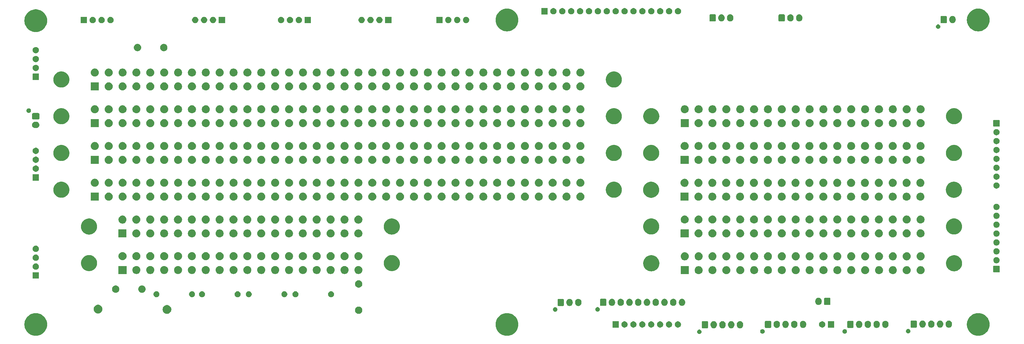
<source format=gbr>
G04 #@! TF.GenerationSoftware,KiCad,Pcbnew,9.0.1*
G04 #@! TF.CreationDate,2025-07-20T11:53:50+10:00*
G04 #@! TF.ProjectId,motherboard,6d6f7468-6572-4626-9f61-72642e6b6963,rev?*
G04 #@! TF.SameCoordinates,Original*
G04 #@! TF.FileFunction,Soldermask,Bot*
G04 #@! TF.FilePolarity,Negative*
%FSLAX46Y46*%
G04 Gerber Fmt 4.6, Leading zero omitted, Abs format (unit mm)*
G04 Created by KiCad (PCBNEW 9.0.1) date 2025-07-20 11:53:50*
%MOMM*%
%LPD*%
G01*
G04 APERTURE LIST*
G04 APERTURE END LIST*
G36*
X37477021Y-242284187D02*
G01*
X37789929Y-242346428D01*
X38095229Y-242439040D01*
X38389982Y-242561131D01*
X38671348Y-242711524D01*
X38936618Y-242888772D01*
X39183238Y-243091168D01*
X39408832Y-243316762D01*
X39611228Y-243563382D01*
X39788476Y-243828652D01*
X39938869Y-244110018D01*
X40060960Y-244404771D01*
X40153572Y-244710071D01*
X40215813Y-245022979D01*
X40247084Y-245340481D01*
X40247084Y-245659519D01*
X40215813Y-245977021D01*
X40153572Y-246289929D01*
X40060960Y-246595229D01*
X39938869Y-246889982D01*
X39788476Y-247171348D01*
X39611228Y-247436618D01*
X39408832Y-247683238D01*
X39183238Y-247908832D01*
X38936618Y-248111228D01*
X38671348Y-248288476D01*
X38389982Y-248438869D01*
X38095229Y-248560960D01*
X37789929Y-248653572D01*
X37477021Y-248715813D01*
X37159519Y-248747084D01*
X36840481Y-248747084D01*
X36522979Y-248715813D01*
X36210071Y-248653572D01*
X35904771Y-248560960D01*
X35610018Y-248438869D01*
X35328652Y-248288476D01*
X35063382Y-248111228D01*
X34816762Y-247908832D01*
X34591168Y-247683238D01*
X34388772Y-247436618D01*
X34211524Y-247171348D01*
X34061131Y-246889982D01*
X33939040Y-246595229D01*
X33846428Y-246289929D01*
X33784187Y-245977021D01*
X33752916Y-245659519D01*
X33752916Y-245340481D01*
X33784187Y-245022979D01*
X33846428Y-244710071D01*
X33939040Y-244404771D01*
X34061131Y-244110018D01*
X34211524Y-243828652D01*
X34388772Y-243563382D01*
X34591168Y-243316762D01*
X34816762Y-243091168D01*
X35063382Y-242888772D01*
X35328652Y-242711524D01*
X35610018Y-242561131D01*
X35904771Y-242439040D01*
X36210071Y-242346428D01*
X36522979Y-242284187D01*
X36840481Y-242252916D01*
X37159519Y-242252916D01*
X37477021Y-242284187D01*
G37*
G36*
X171977021Y-242284187D02*
G01*
X172289929Y-242346428D01*
X172595229Y-242439040D01*
X172889982Y-242561131D01*
X173171348Y-242711524D01*
X173436618Y-242888772D01*
X173683238Y-243091168D01*
X173908832Y-243316762D01*
X174111228Y-243563382D01*
X174288476Y-243828652D01*
X174438869Y-244110018D01*
X174560960Y-244404771D01*
X174653572Y-244710071D01*
X174715813Y-245022979D01*
X174747084Y-245340481D01*
X174747084Y-245659519D01*
X174715813Y-245977021D01*
X174653572Y-246289929D01*
X174560960Y-246595229D01*
X174438869Y-246889982D01*
X174288476Y-247171348D01*
X174111228Y-247436618D01*
X173908832Y-247683238D01*
X173683238Y-247908832D01*
X173436618Y-248111228D01*
X173171348Y-248288476D01*
X172889982Y-248438869D01*
X172595229Y-248560960D01*
X172289929Y-248653572D01*
X171977021Y-248715813D01*
X171659519Y-248747084D01*
X171340481Y-248747084D01*
X171022979Y-248715813D01*
X170710071Y-248653572D01*
X170404771Y-248560960D01*
X170110018Y-248438869D01*
X169828652Y-248288476D01*
X169563382Y-248111228D01*
X169316762Y-247908832D01*
X169091168Y-247683238D01*
X168888772Y-247436618D01*
X168711524Y-247171348D01*
X168561131Y-246889982D01*
X168439040Y-246595229D01*
X168346428Y-246289929D01*
X168284187Y-245977021D01*
X168252916Y-245659519D01*
X168252916Y-245340481D01*
X168284187Y-245022979D01*
X168346428Y-244710071D01*
X168439040Y-244404771D01*
X168561131Y-244110018D01*
X168711524Y-243828652D01*
X168888772Y-243563382D01*
X169091168Y-243316762D01*
X169316762Y-243091168D01*
X169563382Y-242888772D01*
X169828652Y-242711524D01*
X170110018Y-242561131D01*
X170404771Y-242439040D01*
X170710071Y-242346428D01*
X171022979Y-242284187D01*
X171340481Y-242252916D01*
X171659519Y-242252916D01*
X171977021Y-242284187D01*
G37*
G36*
X306477021Y-242284187D02*
G01*
X306789929Y-242346428D01*
X307095229Y-242439040D01*
X307389982Y-242561131D01*
X307671348Y-242711524D01*
X307936618Y-242888772D01*
X308183238Y-243091168D01*
X308408832Y-243316762D01*
X308611228Y-243563382D01*
X308788476Y-243828652D01*
X308938869Y-244110018D01*
X309060960Y-244404771D01*
X309153572Y-244710071D01*
X309215813Y-245022979D01*
X309247084Y-245340481D01*
X309247084Y-245659519D01*
X309215813Y-245977021D01*
X309153572Y-246289929D01*
X309060960Y-246595229D01*
X308938869Y-246889982D01*
X308788476Y-247171348D01*
X308611228Y-247436618D01*
X308408832Y-247683238D01*
X308183238Y-247908832D01*
X307936618Y-248111228D01*
X307671348Y-248288476D01*
X307389982Y-248438869D01*
X307095229Y-248560960D01*
X306789929Y-248653572D01*
X306477021Y-248715813D01*
X306159519Y-248747084D01*
X305840481Y-248747084D01*
X305522979Y-248715813D01*
X305210071Y-248653572D01*
X304904771Y-248560960D01*
X304610018Y-248438869D01*
X304328652Y-248288476D01*
X304063382Y-248111228D01*
X303816762Y-247908832D01*
X303591168Y-247683238D01*
X303388772Y-247436618D01*
X303211524Y-247171348D01*
X303061131Y-246889982D01*
X302939040Y-246595229D01*
X302846428Y-246289929D01*
X302784187Y-245977021D01*
X302752916Y-245659519D01*
X302752916Y-245340481D01*
X302784187Y-245022979D01*
X302846428Y-244710071D01*
X302939040Y-244404771D01*
X303061131Y-244110018D01*
X303211524Y-243828652D01*
X303388772Y-243563382D01*
X303591168Y-243316762D01*
X303816762Y-243091168D01*
X304063382Y-242888772D01*
X304328652Y-242711524D01*
X304610018Y-242561131D01*
X304904771Y-242439040D01*
X305210071Y-242346428D01*
X305522979Y-242284187D01*
X305840481Y-242252916D01*
X306159519Y-242252916D01*
X306477021Y-242284187D01*
G37*
G36*
X226588975Y-246952032D02*
G01*
X226706879Y-247000869D01*
X226812990Y-247071770D01*
X226903230Y-247162010D01*
X226974131Y-247268121D01*
X227022968Y-247386025D01*
X227047865Y-247511191D01*
X227047865Y-247638809D01*
X227022968Y-247763975D01*
X226974131Y-247881879D01*
X226903230Y-247987990D01*
X226812990Y-248078230D01*
X226706879Y-248149131D01*
X226588975Y-248197968D01*
X226463809Y-248222865D01*
X226336191Y-248222865D01*
X226211025Y-248197968D01*
X226093121Y-248149131D01*
X225987010Y-248078230D01*
X225896770Y-247987990D01*
X225825869Y-247881879D01*
X225777032Y-247763975D01*
X225752135Y-247638809D01*
X225752135Y-247511191D01*
X225777032Y-247386025D01*
X225825869Y-247268121D01*
X225896770Y-247162010D01*
X225987010Y-247071770D01*
X226093121Y-247000869D01*
X226211025Y-246952032D01*
X226336191Y-246927135D01*
X226463809Y-246927135D01*
X226588975Y-246952032D01*
G37*
G36*
X244588975Y-246852032D02*
G01*
X244706879Y-246900869D01*
X244812990Y-246971770D01*
X244903230Y-247062010D01*
X244974131Y-247168121D01*
X245022968Y-247286025D01*
X245047865Y-247411191D01*
X245047865Y-247538809D01*
X245022968Y-247663975D01*
X244974131Y-247781879D01*
X244903230Y-247887990D01*
X244812990Y-247978230D01*
X244706879Y-248049131D01*
X244588975Y-248097968D01*
X244463809Y-248122865D01*
X244336191Y-248122865D01*
X244211025Y-248097968D01*
X244093121Y-248049131D01*
X243987010Y-247978230D01*
X243896770Y-247887990D01*
X243825869Y-247781879D01*
X243777032Y-247663975D01*
X243752135Y-247538809D01*
X243752135Y-247411191D01*
X243777032Y-247286025D01*
X243825869Y-247168121D01*
X243896770Y-247062010D01*
X243987010Y-246971770D01*
X244093121Y-246900869D01*
X244211025Y-246852032D01*
X244336191Y-246827135D01*
X244463809Y-246827135D01*
X244588975Y-246852032D01*
G37*
G36*
X268088975Y-246852032D02*
G01*
X268206879Y-246900869D01*
X268312990Y-246971770D01*
X268403230Y-247062010D01*
X268474131Y-247168121D01*
X268522968Y-247286025D01*
X268547865Y-247411191D01*
X268547865Y-247538809D01*
X268522968Y-247663975D01*
X268474131Y-247781879D01*
X268403230Y-247887990D01*
X268312990Y-247978230D01*
X268206879Y-248049131D01*
X268088975Y-248097968D01*
X267963809Y-248122865D01*
X267836191Y-248122865D01*
X267711025Y-248097968D01*
X267593121Y-248049131D01*
X267487010Y-247978230D01*
X267396770Y-247887990D01*
X267325869Y-247781879D01*
X267277032Y-247663975D01*
X267252135Y-247538809D01*
X267252135Y-247411191D01*
X267277032Y-247286025D01*
X267325869Y-247168121D01*
X267396770Y-247062010D01*
X267487010Y-246971770D01*
X267593121Y-246900869D01*
X267711025Y-246852032D01*
X267836191Y-246827135D01*
X267963809Y-246827135D01*
X268088975Y-246852032D01*
G37*
G36*
X286188975Y-246777032D02*
G01*
X286306879Y-246825869D01*
X286412990Y-246896770D01*
X286503230Y-246987010D01*
X286574131Y-247093121D01*
X286622968Y-247211025D01*
X286647865Y-247336191D01*
X286647865Y-247463809D01*
X286622968Y-247588975D01*
X286574131Y-247706879D01*
X286503230Y-247812990D01*
X286412990Y-247903230D01*
X286306879Y-247974131D01*
X286188975Y-248022968D01*
X286063809Y-248047865D01*
X285936191Y-248047865D01*
X285811025Y-248022968D01*
X285693121Y-247974131D01*
X285587010Y-247903230D01*
X285496770Y-247812990D01*
X285425869Y-247706879D01*
X285377032Y-247588975D01*
X285352135Y-247463809D01*
X285352135Y-247336191D01*
X285377032Y-247211025D01*
X285425869Y-247093121D01*
X285496770Y-246987010D01*
X285587010Y-246896770D01*
X285693121Y-246825869D01*
X285811025Y-246777032D01*
X285936191Y-246752135D01*
X286063809Y-246752135D01*
X286188975Y-246777032D01*
G37*
G36*
X228668914Y-244556995D02*
G01*
X228684726Y-244563976D01*
X228692531Y-244565213D01*
X228725039Y-244581776D01*
X228770106Y-244601676D01*
X228848324Y-244679894D01*
X228868226Y-244724967D01*
X228884786Y-244757468D01*
X228886021Y-244765270D01*
X228893005Y-244781086D01*
X228901000Y-244850000D01*
X228901000Y-246300000D01*
X228893005Y-246368914D01*
X228886021Y-246384729D01*
X228884786Y-246392531D01*
X228868229Y-246425024D01*
X228848324Y-246470106D01*
X228770106Y-246548324D01*
X228725024Y-246568229D01*
X228692531Y-246584786D01*
X228684729Y-246586021D01*
X228668914Y-246593005D01*
X228600000Y-246601000D01*
X227400000Y-246601000D01*
X227331086Y-246593005D01*
X227315270Y-246586021D01*
X227307468Y-246584786D01*
X227274967Y-246568226D01*
X227229894Y-246548324D01*
X227151676Y-246470106D01*
X227131776Y-246425039D01*
X227115213Y-246392531D01*
X227113976Y-246384726D01*
X227106995Y-246368914D01*
X227099000Y-246300000D01*
X227099000Y-244850000D01*
X227106995Y-244781086D01*
X227113976Y-244765274D01*
X227115213Y-244757468D01*
X227131780Y-244724953D01*
X227151676Y-244679894D01*
X227229894Y-244601676D01*
X227274953Y-244581780D01*
X227307468Y-244565213D01*
X227315274Y-244563976D01*
X227331086Y-244556995D01*
X227400000Y-244549000D01*
X228600000Y-244549000D01*
X228668914Y-244556995D01*
G37*
G36*
X230761546Y-244587797D02*
G01*
X230924728Y-244655389D01*
X231071588Y-244753518D01*
X231196482Y-244878412D01*
X231294611Y-245025272D01*
X231362203Y-245188454D01*
X231396661Y-245361687D01*
X231401000Y-245450000D01*
X231401000Y-245700000D01*
X231396661Y-245788313D01*
X231362203Y-245961546D01*
X231294611Y-246124728D01*
X231196482Y-246271588D01*
X231071588Y-246396482D01*
X230924728Y-246494611D01*
X230761546Y-246562203D01*
X230588313Y-246596661D01*
X230411687Y-246596661D01*
X230238454Y-246562203D01*
X230075272Y-246494611D01*
X229928412Y-246396482D01*
X229803518Y-246271588D01*
X229705389Y-246124728D01*
X229637797Y-245961546D01*
X229603339Y-245788313D01*
X229599000Y-245700000D01*
X229599000Y-245450000D01*
X229603339Y-245361687D01*
X229637797Y-245188454D01*
X229705389Y-245025272D01*
X229803518Y-244878412D01*
X229928412Y-244753518D01*
X230075272Y-244655389D01*
X230238454Y-244587797D01*
X230411687Y-244553339D01*
X230588313Y-244553339D01*
X230761546Y-244587797D01*
G37*
G36*
X233261546Y-244587797D02*
G01*
X233424728Y-244655389D01*
X233571588Y-244753518D01*
X233696482Y-244878412D01*
X233794611Y-245025272D01*
X233862203Y-245188454D01*
X233896661Y-245361687D01*
X233901000Y-245450000D01*
X233901000Y-245700000D01*
X233896661Y-245788313D01*
X233862203Y-245961546D01*
X233794611Y-246124728D01*
X233696482Y-246271588D01*
X233571588Y-246396482D01*
X233424728Y-246494611D01*
X233261546Y-246562203D01*
X233088313Y-246596661D01*
X232911687Y-246596661D01*
X232738454Y-246562203D01*
X232575272Y-246494611D01*
X232428412Y-246396482D01*
X232303518Y-246271588D01*
X232205389Y-246124728D01*
X232137797Y-245961546D01*
X232103339Y-245788313D01*
X232099000Y-245700000D01*
X232099000Y-245450000D01*
X232103339Y-245361687D01*
X232137797Y-245188454D01*
X232205389Y-245025272D01*
X232303518Y-244878412D01*
X232428412Y-244753518D01*
X232575272Y-244655389D01*
X232738454Y-244587797D01*
X232911687Y-244553339D01*
X233088313Y-244553339D01*
X233261546Y-244587797D01*
G37*
G36*
X235761546Y-244587797D02*
G01*
X235924728Y-244655389D01*
X236071588Y-244753518D01*
X236196482Y-244878412D01*
X236294611Y-245025272D01*
X236362203Y-245188454D01*
X236396661Y-245361687D01*
X236401000Y-245450000D01*
X236401000Y-245700000D01*
X236396661Y-245788313D01*
X236362203Y-245961546D01*
X236294611Y-246124728D01*
X236196482Y-246271588D01*
X236071588Y-246396482D01*
X235924728Y-246494611D01*
X235761546Y-246562203D01*
X235588313Y-246596661D01*
X235411687Y-246596661D01*
X235238454Y-246562203D01*
X235075272Y-246494611D01*
X234928412Y-246396482D01*
X234803518Y-246271588D01*
X234705389Y-246124728D01*
X234637797Y-245961546D01*
X234603339Y-245788313D01*
X234599000Y-245700000D01*
X234599000Y-245450000D01*
X234603339Y-245361687D01*
X234637797Y-245188454D01*
X234705389Y-245025272D01*
X234803518Y-244878412D01*
X234928412Y-244753518D01*
X235075272Y-244655389D01*
X235238454Y-244587797D01*
X235411687Y-244553339D01*
X235588313Y-244553339D01*
X235761546Y-244587797D01*
G37*
G36*
X238261546Y-244587797D02*
G01*
X238424728Y-244655389D01*
X238571588Y-244753518D01*
X238696482Y-244878412D01*
X238794611Y-245025272D01*
X238862203Y-245188454D01*
X238896661Y-245361687D01*
X238901000Y-245450000D01*
X238901000Y-245700000D01*
X238896661Y-245788313D01*
X238862203Y-245961546D01*
X238794611Y-246124728D01*
X238696482Y-246271588D01*
X238571588Y-246396482D01*
X238424728Y-246494611D01*
X238261546Y-246562203D01*
X238088313Y-246596661D01*
X237911687Y-246596661D01*
X237738454Y-246562203D01*
X237575272Y-246494611D01*
X237428412Y-246396482D01*
X237303518Y-246271588D01*
X237205389Y-246124728D01*
X237137797Y-245961546D01*
X237103339Y-245788313D01*
X237099000Y-245700000D01*
X237099000Y-245450000D01*
X237103339Y-245361687D01*
X237137797Y-245188454D01*
X237205389Y-245025272D01*
X237303518Y-244878412D01*
X237428412Y-244753518D01*
X237575272Y-244655389D01*
X237738454Y-244587797D01*
X237911687Y-244553339D01*
X238088313Y-244553339D01*
X238261546Y-244587797D01*
G37*
G36*
X246668914Y-244456995D02*
G01*
X246684726Y-244463976D01*
X246692531Y-244465213D01*
X246725039Y-244481776D01*
X246770106Y-244501676D01*
X246848324Y-244579894D01*
X246868226Y-244624967D01*
X246884786Y-244657468D01*
X246886021Y-244665270D01*
X246893005Y-244681086D01*
X246901000Y-244750000D01*
X246901000Y-246200000D01*
X246893005Y-246268914D01*
X246886021Y-246284729D01*
X246884786Y-246292531D01*
X246868229Y-246325024D01*
X246848324Y-246370106D01*
X246770106Y-246448324D01*
X246725024Y-246468229D01*
X246692531Y-246484786D01*
X246684729Y-246486021D01*
X246668914Y-246493005D01*
X246600000Y-246501000D01*
X245400000Y-246501000D01*
X245331086Y-246493005D01*
X245315270Y-246486021D01*
X245307468Y-246484786D01*
X245274967Y-246468226D01*
X245229894Y-246448324D01*
X245151676Y-246370106D01*
X245131776Y-246325039D01*
X245115213Y-246292531D01*
X245113976Y-246284726D01*
X245106995Y-246268914D01*
X245099000Y-246200000D01*
X245099000Y-244750000D01*
X245106995Y-244681086D01*
X245113976Y-244665274D01*
X245115213Y-244657468D01*
X245131780Y-244624953D01*
X245151676Y-244579894D01*
X245229894Y-244501676D01*
X245274953Y-244481780D01*
X245307468Y-244465213D01*
X245315274Y-244463976D01*
X245331086Y-244456995D01*
X245400000Y-244449000D01*
X246600000Y-244449000D01*
X246668914Y-244456995D01*
G37*
G36*
X270168914Y-244456995D02*
G01*
X270184726Y-244463976D01*
X270192531Y-244465213D01*
X270225039Y-244481776D01*
X270270106Y-244501676D01*
X270348324Y-244579894D01*
X270368226Y-244624967D01*
X270384786Y-244657468D01*
X270386021Y-244665270D01*
X270393005Y-244681086D01*
X270401000Y-244750000D01*
X270401000Y-246200000D01*
X270393005Y-246268914D01*
X270386021Y-246284729D01*
X270384786Y-246292531D01*
X270368229Y-246325024D01*
X270348324Y-246370106D01*
X270270106Y-246448324D01*
X270225024Y-246468229D01*
X270192531Y-246484786D01*
X270184729Y-246486021D01*
X270168914Y-246493005D01*
X270100000Y-246501000D01*
X268900000Y-246501000D01*
X268831086Y-246493005D01*
X268815270Y-246486021D01*
X268807468Y-246484786D01*
X268774967Y-246468226D01*
X268729894Y-246448324D01*
X268651676Y-246370106D01*
X268631776Y-246325039D01*
X268615213Y-246292531D01*
X268613976Y-246284726D01*
X268606995Y-246268914D01*
X268599000Y-246200000D01*
X268599000Y-244750000D01*
X268606995Y-244681086D01*
X268613976Y-244665274D01*
X268615213Y-244657468D01*
X268631780Y-244624953D01*
X268651676Y-244579894D01*
X268729894Y-244501676D01*
X268774953Y-244481780D01*
X268807468Y-244465213D01*
X268815274Y-244463976D01*
X268831086Y-244456995D01*
X268900000Y-244449000D01*
X270100000Y-244449000D01*
X270168914Y-244456995D01*
G37*
G36*
X248761546Y-244487797D02*
G01*
X248924728Y-244555389D01*
X249071588Y-244653518D01*
X249196482Y-244778412D01*
X249294611Y-244925272D01*
X249362203Y-245088454D01*
X249396661Y-245261687D01*
X249401000Y-245350000D01*
X249401000Y-245600000D01*
X249396661Y-245688313D01*
X249362203Y-245861546D01*
X249294611Y-246024728D01*
X249196482Y-246171588D01*
X249071588Y-246296482D01*
X248924728Y-246394611D01*
X248761546Y-246462203D01*
X248588313Y-246496661D01*
X248411687Y-246496661D01*
X248238454Y-246462203D01*
X248075272Y-246394611D01*
X247928412Y-246296482D01*
X247803518Y-246171588D01*
X247705389Y-246024728D01*
X247637797Y-245861546D01*
X247603339Y-245688313D01*
X247599000Y-245600000D01*
X247599000Y-245350000D01*
X247603339Y-245261687D01*
X247637797Y-245088454D01*
X247705389Y-244925272D01*
X247803518Y-244778412D01*
X247928412Y-244653518D01*
X248075272Y-244555389D01*
X248238454Y-244487797D01*
X248411687Y-244453339D01*
X248588313Y-244453339D01*
X248761546Y-244487797D01*
G37*
G36*
X251261546Y-244487797D02*
G01*
X251424728Y-244555389D01*
X251571588Y-244653518D01*
X251696482Y-244778412D01*
X251794611Y-244925272D01*
X251862203Y-245088454D01*
X251896661Y-245261687D01*
X251901000Y-245350000D01*
X251901000Y-245600000D01*
X251896661Y-245688313D01*
X251862203Y-245861546D01*
X251794611Y-246024728D01*
X251696482Y-246171588D01*
X251571588Y-246296482D01*
X251424728Y-246394611D01*
X251261546Y-246462203D01*
X251088313Y-246496661D01*
X250911687Y-246496661D01*
X250738454Y-246462203D01*
X250575272Y-246394611D01*
X250428412Y-246296482D01*
X250303518Y-246171588D01*
X250205389Y-246024728D01*
X250137797Y-245861546D01*
X250103339Y-245688313D01*
X250099000Y-245600000D01*
X250099000Y-245350000D01*
X250103339Y-245261687D01*
X250137797Y-245088454D01*
X250205389Y-244925272D01*
X250303518Y-244778412D01*
X250428412Y-244653518D01*
X250575272Y-244555389D01*
X250738454Y-244487797D01*
X250911687Y-244453339D01*
X251088313Y-244453339D01*
X251261546Y-244487797D01*
G37*
G36*
X253761546Y-244487797D02*
G01*
X253924728Y-244555389D01*
X254071588Y-244653518D01*
X254196482Y-244778412D01*
X254294611Y-244925272D01*
X254362203Y-245088454D01*
X254396661Y-245261687D01*
X254401000Y-245350000D01*
X254401000Y-245600000D01*
X254396661Y-245688313D01*
X254362203Y-245861546D01*
X254294611Y-246024728D01*
X254196482Y-246171588D01*
X254071588Y-246296482D01*
X253924728Y-246394611D01*
X253761546Y-246462203D01*
X253588313Y-246496661D01*
X253411687Y-246496661D01*
X253238454Y-246462203D01*
X253075272Y-246394611D01*
X252928412Y-246296482D01*
X252803518Y-246171588D01*
X252705389Y-246024728D01*
X252637797Y-245861546D01*
X252603339Y-245688313D01*
X252599000Y-245600000D01*
X252599000Y-245350000D01*
X252603339Y-245261687D01*
X252637797Y-245088454D01*
X252705389Y-244925272D01*
X252803518Y-244778412D01*
X252928412Y-244653518D01*
X253075272Y-244555389D01*
X253238454Y-244487797D01*
X253411687Y-244453339D01*
X253588313Y-244453339D01*
X253761546Y-244487797D01*
G37*
G36*
X256261546Y-244487797D02*
G01*
X256424728Y-244555389D01*
X256571588Y-244653518D01*
X256696482Y-244778412D01*
X256794611Y-244925272D01*
X256862203Y-245088454D01*
X256896661Y-245261687D01*
X256901000Y-245350000D01*
X256901000Y-245600000D01*
X256896661Y-245688313D01*
X256862203Y-245861546D01*
X256794611Y-246024728D01*
X256696482Y-246171588D01*
X256571588Y-246296482D01*
X256424728Y-246394611D01*
X256261546Y-246462203D01*
X256088313Y-246496661D01*
X255911687Y-246496661D01*
X255738454Y-246462203D01*
X255575272Y-246394611D01*
X255428412Y-246296482D01*
X255303518Y-246171588D01*
X255205389Y-246024728D01*
X255137797Y-245861546D01*
X255103339Y-245688313D01*
X255099000Y-245600000D01*
X255099000Y-245350000D01*
X255103339Y-245261687D01*
X255137797Y-245088454D01*
X255205389Y-244925272D01*
X255303518Y-244778412D01*
X255428412Y-244653518D01*
X255575272Y-244555389D01*
X255738454Y-244487797D01*
X255911687Y-244453339D01*
X256088313Y-244453339D01*
X256261546Y-244487797D01*
G37*
G36*
X272261546Y-244487797D02*
G01*
X272424728Y-244555389D01*
X272571588Y-244653518D01*
X272696482Y-244778412D01*
X272794611Y-244925272D01*
X272862203Y-245088454D01*
X272896661Y-245261687D01*
X272901000Y-245350000D01*
X272901000Y-245600000D01*
X272896661Y-245688313D01*
X272862203Y-245861546D01*
X272794611Y-246024728D01*
X272696482Y-246171588D01*
X272571588Y-246296482D01*
X272424728Y-246394611D01*
X272261546Y-246462203D01*
X272088313Y-246496661D01*
X271911687Y-246496661D01*
X271738454Y-246462203D01*
X271575272Y-246394611D01*
X271428412Y-246296482D01*
X271303518Y-246171588D01*
X271205389Y-246024728D01*
X271137797Y-245861546D01*
X271103339Y-245688313D01*
X271099000Y-245600000D01*
X271099000Y-245350000D01*
X271103339Y-245261687D01*
X271137797Y-245088454D01*
X271205389Y-244925272D01*
X271303518Y-244778412D01*
X271428412Y-244653518D01*
X271575272Y-244555389D01*
X271738454Y-244487797D01*
X271911687Y-244453339D01*
X272088313Y-244453339D01*
X272261546Y-244487797D01*
G37*
G36*
X274761546Y-244487797D02*
G01*
X274924728Y-244555389D01*
X275071588Y-244653518D01*
X275196482Y-244778412D01*
X275294611Y-244925272D01*
X275362203Y-245088454D01*
X275396661Y-245261687D01*
X275401000Y-245350000D01*
X275401000Y-245600000D01*
X275396661Y-245688313D01*
X275362203Y-245861546D01*
X275294611Y-246024728D01*
X275196482Y-246171588D01*
X275071588Y-246296482D01*
X274924728Y-246394611D01*
X274761546Y-246462203D01*
X274588313Y-246496661D01*
X274411687Y-246496661D01*
X274238454Y-246462203D01*
X274075272Y-246394611D01*
X273928412Y-246296482D01*
X273803518Y-246171588D01*
X273705389Y-246024728D01*
X273637797Y-245861546D01*
X273603339Y-245688313D01*
X273599000Y-245600000D01*
X273599000Y-245350000D01*
X273603339Y-245261687D01*
X273637797Y-245088454D01*
X273705389Y-244925272D01*
X273803518Y-244778412D01*
X273928412Y-244653518D01*
X274075272Y-244555389D01*
X274238454Y-244487797D01*
X274411687Y-244453339D01*
X274588313Y-244453339D01*
X274761546Y-244487797D01*
G37*
G36*
X277261546Y-244487797D02*
G01*
X277424728Y-244555389D01*
X277571588Y-244653518D01*
X277696482Y-244778412D01*
X277794611Y-244925272D01*
X277862203Y-245088454D01*
X277896661Y-245261687D01*
X277901000Y-245350000D01*
X277901000Y-245600000D01*
X277896661Y-245688313D01*
X277862203Y-245861546D01*
X277794611Y-246024728D01*
X277696482Y-246171588D01*
X277571588Y-246296482D01*
X277424728Y-246394611D01*
X277261546Y-246462203D01*
X277088313Y-246496661D01*
X276911687Y-246496661D01*
X276738454Y-246462203D01*
X276575272Y-246394611D01*
X276428412Y-246296482D01*
X276303518Y-246171588D01*
X276205389Y-246024728D01*
X276137797Y-245861546D01*
X276103339Y-245688313D01*
X276099000Y-245600000D01*
X276099000Y-245350000D01*
X276103339Y-245261687D01*
X276137797Y-245088454D01*
X276205389Y-244925272D01*
X276303518Y-244778412D01*
X276428412Y-244653518D01*
X276575272Y-244555389D01*
X276738454Y-244487797D01*
X276911687Y-244453339D01*
X277088313Y-244453339D01*
X277261546Y-244487797D01*
G37*
G36*
X279761546Y-244487797D02*
G01*
X279924728Y-244555389D01*
X280071588Y-244653518D01*
X280196482Y-244778412D01*
X280294611Y-244925272D01*
X280362203Y-245088454D01*
X280396661Y-245261687D01*
X280401000Y-245350000D01*
X280401000Y-245600000D01*
X280396661Y-245688313D01*
X280362203Y-245861546D01*
X280294611Y-246024728D01*
X280196482Y-246171588D01*
X280071588Y-246296482D01*
X279924728Y-246394611D01*
X279761546Y-246462203D01*
X279588313Y-246496661D01*
X279411687Y-246496661D01*
X279238454Y-246462203D01*
X279075272Y-246394611D01*
X278928412Y-246296482D01*
X278803518Y-246171588D01*
X278705389Y-246024728D01*
X278637797Y-245861546D01*
X278603339Y-245688313D01*
X278599000Y-245600000D01*
X278599000Y-245350000D01*
X278603339Y-245261687D01*
X278637797Y-245088454D01*
X278705389Y-244925272D01*
X278803518Y-244778412D01*
X278928412Y-244653518D01*
X279075272Y-244555389D01*
X279238454Y-244487797D01*
X279411687Y-244453339D01*
X279588313Y-244453339D01*
X279761546Y-244487797D01*
G37*
G36*
X288268914Y-244381995D02*
G01*
X288284726Y-244388976D01*
X288292531Y-244390213D01*
X288325039Y-244406776D01*
X288370106Y-244426676D01*
X288448324Y-244504894D01*
X288468226Y-244549967D01*
X288484786Y-244582468D01*
X288486021Y-244590270D01*
X288493005Y-244606086D01*
X288501000Y-244675000D01*
X288501000Y-246125000D01*
X288493005Y-246193914D01*
X288486021Y-246209729D01*
X288484786Y-246217531D01*
X288468229Y-246250024D01*
X288448324Y-246295106D01*
X288370106Y-246373324D01*
X288325024Y-246393229D01*
X288292531Y-246409786D01*
X288284729Y-246411021D01*
X288268914Y-246418005D01*
X288200000Y-246426000D01*
X287000000Y-246426000D01*
X286931086Y-246418005D01*
X286915270Y-246411021D01*
X286907468Y-246409786D01*
X286874967Y-246393226D01*
X286829894Y-246373324D01*
X286751676Y-246295106D01*
X286731776Y-246250039D01*
X286715213Y-246217531D01*
X286713976Y-246209726D01*
X286706995Y-246193914D01*
X286699000Y-246125000D01*
X286699000Y-244675000D01*
X286706995Y-244606086D01*
X286713976Y-244590274D01*
X286715213Y-244582468D01*
X286731780Y-244549953D01*
X286751676Y-244504894D01*
X286829894Y-244426676D01*
X286874953Y-244406780D01*
X286907468Y-244390213D01*
X286915274Y-244388976D01*
X286931086Y-244381995D01*
X287000000Y-244374000D01*
X288200000Y-244374000D01*
X288268914Y-244381995D01*
G37*
G36*
X290361546Y-244412797D02*
G01*
X290524728Y-244480389D01*
X290671588Y-244578518D01*
X290796482Y-244703412D01*
X290894611Y-244850272D01*
X290962203Y-245013454D01*
X290996661Y-245186687D01*
X291001000Y-245275000D01*
X291001000Y-245525000D01*
X290996661Y-245613313D01*
X290962203Y-245786546D01*
X290894611Y-245949728D01*
X290796482Y-246096588D01*
X290671588Y-246221482D01*
X290524728Y-246319611D01*
X290361546Y-246387203D01*
X290188313Y-246421661D01*
X290011687Y-246421661D01*
X289838454Y-246387203D01*
X289675272Y-246319611D01*
X289528412Y-246221482D01*
X289403518Y-246096588D01*
X289305389Y-245949728D01*
X289237797Y-245786546D01*
X289203339Y-245613313D01*
X289199000Y-245525000D01*
X289199000Y-245275000D01*
X289203339Y-245186687D01*
X289237797Y-245013454D01*
X289305389Y-244850272D01*
X289403518Y-244703412D01*
X289528412Y-244578518D01*
X289675272Y-244480389D01*
X289838454Y-244412797D01*
X290011687Y-244378339D01*
X290188313Y-244378339D01*
X290361546Y-244412797D01*
G37*
G36*
X292861546Y-244412797D02*
G01*
X293024728Y-244480389D01*
X293171588Y-244578518D01*
X293296482Y-244703412D01*
X293394611Y-244850272D01*
X293462203Y-245013454D01*
X293496661Y-245186687D01*
X293501000Y-245275000D01*
X293501000Y-245525000D01*
X293496661Y-245613313D01*
X293462203Y-245786546D01*
X293394611Y-245949728D01*
X293296482Y-246096588D01*
X293171588Y-246221482D01*
X293024728Y-246319611D01*
X292861546Y-246387203D01*
X292688313Y-246421661D01*
X292511687Y-246421661D01*
X292338454Y-246387203D01*
X292175272Y-246319611D01*
X292028412Y-246221482D01*
X291903518Y-246096588D01*
X291805389Y-245949728D01*
X291737797Y-245786546D01*
X291703339Y-245613313D01*
X291699000Y-245525000D01*
X291699000Y-245275000D01*
X291703339Y-245186687D01*
X291737797Y-245013454D01*
X291805389Y-244850272D01*
X291903518Y-244703412D01*
X292028412Y-244578518D01*
X292175272Y-244480389D01*
X292338454Y-244412797D01*
X292511687Y-244378339D01*
X292688313Y-244378339D01*
X292861546Y-244412797D01*
G37*
G36*
X295361546Y-244412797D02*
G01*
X295524728Y-244480389D01*
X295671588Y-244578518D01*
X295796482Y-244703412D01*
X295894611Y-244850272D01*
X295962203Y-245013454D01*
X295996661Y-245186687D01*
X296001000Y-245275000D01*
X296001000Y-245525000D01*
X295996661Y-245613313D01*
X295962203Y-245786546D01*
X295894611Y-245949728D01*
X295796482Y-246096588D01*
X295671588Y-246221482D01*
X295524728Y-246319611D01*
X295361546Y-246387203D01*
X295188313Y-246421661D01*
X295011687Y-246421661D01*
X294838454Y-246387203D01*
X294675272Y-246319611D01*
X294528412Y-246221482D01*
X294403518Y-246096588D01*
X294305389Y-245949728D01*
X294237797Y-245786546D01*
X294203339Y-245613313D01*
X294199000Y-245525000D01*
X294199000Y-245275000D01*
X294203339Y-245186687D01*
X294237797Y-245013454D01*
X294305389Y-244850272D01*
X294403518Y-244703412D01*
X294528412Y-244578518D01*
X294675272Y-244480389D01*
X294838454Y-244412797D01*
X295011687Y-244378339D01*
X295188313Y-244378339D01*
X295361546Y-244412797D01*
G37*
G36*
X297861546Y-244412797D02*
G01*
X298024728Y-244480389D01*
X298171588Y-244578518D01*
X298296482Y-244703412D01*
X298394611Y-244850272D01*
X298462203Y-245013454D01*
X298496661Y-245186687D01*
X298501000Y-245275000D01*
X298501000Y-245525000D01*
X298496661Y-245613313D01*
X298462203Y-245786546D01*
X298394611Y-245949728D01*
X298296482Y-246096588D01*
X298171588Y-246221482D01*
X298024728Y-246319611D01*
X297861546Y-246387203D01*
X297688313Y-246421661D01*
X297511687Y-246421661D01*
X297338454Y-246387203D01*
X297175272Y-246319611D01*
X297028412Y-246221482D01*
X296903518Y-246096588D01*
X296805389Y-245949728D01*
X296737797Y-245786546D01*
X296703339Y-245613313D01*
X296699000Y-245525000D01*
X296699000Y-245275000D01*
X296703339Y-245186687D01*
X296737797Y-245013454D01*
X296805389Y-244850272D01*
X296903518Y-244703412D01*
X297028412Y-244578518D01*
X297175272Y-244480389D01*
X297338454Y-244412797D01*
X297511687Y-244378339D01*
X297688313Y-244378339D01*
X297861546Y-244412797D01*
G37*
G36*
X203369517Y-244602882D02*
G01*
X203386062Y-244613938D01*
X203397118Y-244630483D01*
X203401000Y-244650000D01*
X203401000Y-246350000D01*
X203397118Y-246369517D01*
X203386062Y-246386062D01*
X203369517Y-246397118D01*
X203350000Y-246401000D01*
X201650000Y-246401000D01*
X201630483Y-246397118D01*
X201613938Y-246386062D01*
X201602882Y-246369517D01*
X201599000Y-246350000D01*
X201599000Y-244650000D01*
X201602882Y-244630483D01*
X201613938Y-244613938D01*
X201630483Y-244602882D01*
X201650000Y-244599000D01*
X203350000Y-244599000D01*
X203369517Y-244602882D01*
G37*
G36*
X264869517Y-244602882D02*
G01*
X264886062Y-244613938D01*
X264897118Y-244630483D01*
X264901000Y-244650000D01*
X264901000Y-246350000D01*
X264897118Y-246369517D01*
X264886062Y-246386062D01*
X264869517Y-246397118D01*
X264850000Y-246401000D01*
X263150000Y-246401000D01*
X263130483Y-246397118D01*
X263113938Y-246386062D01*
X263102882Y-246369517D01*
X263099000Y-246350000D01*
X263099000Y-244650000D01*
X263102882Y-244630483D01*
X263113938Y-244613938D01*
X263130483Y-244602882D01*
X263150000Y-244599000D01*
X264850000Y-244599000D01*
X264869517Y-244602882D01*
G37*
G36*
X205301546Y-244637797D02*
G01*
X205464728Y-244705389D01*
X205611588Y-244803518D01*
X205736482Y-244928412D01*
X205834611Y-245075272D01*
X205902203Y-245238454D01*
X205936661Y-245411687D01*
X205936661Y-245588313D01*
X205902203Y-245761546D01*
X205834611Y-245924728D01*
X205736482Y-246071588D01*
X205611588Y-246196482D01*
X205464728Y-246294611D01*
X205301546Y-246362203D01*
X205128313Y-246396661D01*
X204951687Y-246396661D01*
X204778454Y-246362203D01*
X204615272Y-246294611D01*
X204468412Y-246196482D01*
X204343518Y-246071588D01*
X204245389Y-245924728D01*
X204177797Y-245761546D01*
X204143339Y-245588313D01*
X204143339Y-245411687D01*
X204177797Y-245238454D01*
X204245389Y-245075272D01*
X204343518Y-244928412D01*
X204468412Y-244803518D01*
X204615272Y-244705389D01*
X204778454Y-244637797D01*
X204951687Y-244603339D01*
X205128313Y-244603339D01*
X205301546Y-244637797D01*
G37*
G36*
X207841546Y-244637797D02*
G01*
X208004728Y-244705389D01*
X208151588Y-244803518D01*
X208276482Y-244928412D01*
X208374611Y-245075272D01*
X208442203Y-245238454D01*
X208476661Y-245411687D01*
X208476661Y-245588313D01*
X208442203Y-245761546D01*
X208374611Y-245924728D01*
X208276482Y-246071588D01*
X208151588Y-246196482D01*
X208004728Y-246294611D01*
X207841546Y-246362203D01*
X207668313Y-246396661D01*
X207491687Y-246396661D01*
X207318454Y-246362203D01*
X207155272Y-246294611D01*
X207008412Y-246196482D01*
X206883518Y-246071588D01*
X206785389Y-245924728D01*
X206717797Y-245761546D01*
X206683339Y-245588313D01*
X206683339Y-245411687D01*
X206717797Y-245238454D01*
X206785389Y-245075272D01*
X206883518Y-244928412D01*
X207008412Y-244803518D01*
X207155272Y-244705389D01*
X207318454Y-244637797D01*
X207491687Y-244603339D01*
X207668313Y-244603339D01*
X207841546Y-244637797D01*
G37*
G36*
X210381546Y-244637797D02*
G01*
X210544728Y-244705389D01*
X210691588Y-244803518D01*
X210816482Y-244928412D01*
X210914611Y-245075272D01*
X210982203Y-245238454D01*
X211016661Y-245411687D01*
X211016661Y-245588313D01*
X210982203Y-245761546D01*
X210914611Y-245924728D01*
X210816482Y-246071588D01*
X210691588Y-246196482D01*
X210544728Y-246294611D01*
X210381546Y-246362203D01*
X210208313Y-246396661D01*
X210031687Y-246396661D01*
X209858454Y-246362203D01*
X209695272Y-246294611D01*
X209548412Y-246196482D01*
X209423518Y-246071588D01*
X209325389Y-245924728D01*
X209257797Y-245761546D01*
X209223339Y-245588313D01*
X209223339Y-245411687D01*
X209257797Y-245238454D01*
X209325389Y-245075272D01*
X209423518Y-244928412D01*
X209548412Y-244803518D01*
X209695272Y-244705389D01*
X209858454Y-244637797D01*
X210031687Y-244603339D01*
X210208313Y-244603339D01*
X210381546Y-244637797D01*
G37*
G36*
X212921546Y-244637797D02*
G01*
X213084728Y-244705389D01*
X213231588Y-244803518D01*
X213356482Y-244928412D01*
X213454611Y-245075272D01*
X213522203Y-245238454D01*
X213556661Y-245411687D01*
X213556661Y-245588313D01*
X213522203Y-245761546D01*
X213454611Y-245924728D01*
X213356482Y-246071588D01*
X213231588Y-246196482D01*
X213084728Y-246294611D01*
X212921546Y-246362203D01*
X212748313Y-246396661D01*
X212571687Y-246396661D01*
X212398454Y-246362203D01*
X212235272Y-246294611D01*
X212088412Y-246196482D01*
X211963518Y-246071588D01*
X211865389Y-245924728D01*
X211797797Y-245761546D01*
X211763339Y-245588313D01*
X211763339Y-245411687D01*
X211797797Y-245238454D01*
X211865389Y-245075272D01*
X211963518Y-244928412D01*
X212088412Y-244803518D01*
X212235272Y-244705389D01*
X212398454Y-244637797D01*
X212571687Y-244603339D01*
X212748313Y-244603339D01*
X212921546Y-244637797D01*
G37*
G36*
X215461546Y-244637797D02*
G01*
X215624728Y-244705389D01*
X215771588Y-244803518D01*
X215896482Y-244928412D01*
X215994611Y-245075272D01*
X216062203Y-245238454D01*
X216096661Y-245411687D01*
X216096661Y-245588313D01*
X216062203Y-245761546D01*
X215994611Y-245924728D01*
X215896482Y-246071588D01*
X215771588Y-246196482D01*
X215624728Y-246294611D01*
X215461546Y-246362203D01*
X215288313Y-246396661D01*
X215111687Y-246396661D01*
X214938454Y-246362203D01*
X214775272Y-246294611D01*
X214628412Y-246196482D01*
X214503518Y-246071588D01*
X214405389Y-245924728D01*
X214337797Y-245761546D01*
X214303339Y-245588313D01*
X214303339Y-245411687D01*
X214337797Y-245238454D01*
X214405389Y-245075272D01*
X214503518Y-244928412D01*
X214628412Y-244803518D01*
X214775272Y-244705389D01*
X214938454Y-244637797D01*
X215111687Y-244603339D01*
X215288313Y-244603339D01*
X215461546Y-244637797D01*
G37*
G36*
X218001546Y-244637797D02*
G01*
X218164728Y-244705389D01*
X218311588Y-244803518D01*
X218436482Y-244928412D01*
X218534611Y-245075272D01*
X218602203Y-245238454D01*
X218636661Y-245411687D01*
X218636661Y-245588313D01*
X218602203Y-245761546D01*
X218534611Y-245924728D01*
X218436482Y-246071588D01*
X218311588Y-246196482D01*
X218164728Y-246294611D01*
X218001546Y-246362203D01*
X217828313Y-246396661D01*
X217651687Y-246396661D01*
X217478454Y-246362203D01*
X217315272Y-246294611D01*
X217168412Y-246196482D01*
X217043518Y-246071588D01*
X216945389Y-245924728D01*
X216877797Y-245761546D01*
X216843339Y-245588313D01*
X216843339Y-245411687D01*
X216877797Y-245238454D01*
X216945389Y-245075272D01*
X217043518Y-244928412D01*
X217168412Y-244803518D01*
X217315272Y-244705389D01*
X217478454Y-244637797D01*
X217651687Y-244603339D01*
X217828313Y-244603339D01*
X218001546Y-244637797D01*
G37*
G36*
X220541546Y-244637797D02*
G01*
X220704728Y-244705389D01*
X220851588Y-244803518D01*
X220976482Y-244928412D01*
X221074611Y-245075272D01*
X221142203Y-245238454D01*
X221176661Y-245411687D01*
X221176661Y-245588313D01*
X221142203Y-245761546D01*
X221074611Y-245924728D01*
X220976482Y-246071588D01*
X220851588Y-246196482D01*
X220704728Y-246294611D01*
X220541546Y-246362203D01*
X220368313Y-246396661D01*
X220191687Y-246396661D01*
X220018454Y-246362203D01*
X219855272Y-246294611D01*
X219708412Y-246196482D01*
X219583518Y-246071588D01*
X219485389Y-245924728D01*
X219417797Y-245761546D01*
X219383339Y-245588313D01*
X219383339Y-245411687D01*
X219417797Y-245238454D01*
X219485389Y-245075272D01*
X219583518Y-244928412D01*
X219708412Y-244803518D01*
X219855272Y-244705389D01*
X220018454Y-244637797D01*
X220191687Y-244603339D01*
X220368313Y-244603339D01*
X220541546Y-244637797D01*
G37*
G36*
X261721546Y-244637797D02*
G01*
X261884728Y-244705389D01*
X262031588Y-244803518D01*
X262156482Y-244928412D01*
X262254611Y-245075272D01*
X262322203Y-245238454D01*
X262356661Y-245411687D01*
X262356661Y-245588313D01*
X262322203Y-245761546D01*
X262254611Y-245924728D01*
X262156482Y-246071588D01*
X262031588Y-246196482D01*
X261884728Y-246294611D01*
X261721546Y-246362203D01*
X261548313Y-246396661D01*
X261371687Y-246396661D01*
X261198454Y-246362203D01*
X261035272Y-246294611D01*
X260888412Y-246196482D01*
X260763518Y-246071588D01*
X260665389Y-245924728D01*
X260597797Y-245761546D01*
X260563339Y-245588313D01*
X260563339Y-245411687D01*
X260597797Y-245238454D01*
X260665389Y-245075272D01*
X260763518Y-244928412D01*
X260888412Y-244803518D01*
X261035272Y-244705389D01*
X261198454Y-244637797D01*
X261371687Y-244603339D01*
X261548313Y-244603339D01*
X261721546Y-244637797D01*
G37*
G36*
X129250498Y-240381061D02*
G01*
X129262016Y-240381061D01*
X129307023Y-240390013D01*
X129404260Y-240405414D01*
X129435536Y-240415576D01*
X129464089Y-240421256D01*
X129504387Y-240437948D01*
X129561052Y-240456360D01*
X129614135Y-240483407D01*
X129654438Y-240500101D01*
X129678647Y-240516277D01*
X129707943Y-240531204D01*
X129787583Y-240589066D01*
X129825747Y-240614566D01*
X129833891Y-240622710D01*
X129841315Y-240628104D01*
X129957895Y-240744684D01*
X129963288Y-240752107D01*
X129971434Y-240760253D01*
X129996936Y-240798420D01*
X130054795Y-240878056D01*
X130069720Y-240907348D01*
X130085899Y-240931562D01*
X130102594Y-240971869D01*
X130129639Y-241024947D01*
X130148048Y-241081604D01*
X130164744Y-241121911D01*
X130170424Y-241150469D01*
X130180585Y-241181739D01*
X130195984Y-241278967D01*
X130204939Y-241323984D01*
X130204939Y-241335502D01*
X130206375Y-241344569D01*
X130206375Y-241509430D01*
X130204939Y-241518496D01*
X130204939Y-241530016D01*
X130195983Y-241575035D01*
X130180585Y-241672260D01*
X130170425Y-241703528D01*
X130164744Y-241732089D01*
X130148047Y-241772398D01*
X130129639Y-241829052D01*
X130102596Y-241882125D01*
X130085899Y-241922438D01*
X130069718Y-241946654D01*
X130054795Y-241975943D01*
X129996945Y-242055566D01*
X129971434Y-242093747D01*
X129963285Y-242101895D01*
X129957895Y-242109315D01*
X129841315Y-242225895D01*
X129833895Y-242231285D01*
X129825747Y-242239434D01*
X129787566Y-242264945D01*
X129707943Y-242322795D01*
X129678654Y-242337718D01*
X129654438Y-242353899D01*
X129614125Y-242370596D01*
X129561052Y-242397639D01*
X129504398Y-242416047D01*
X129464089Y-242432744D01*
X129435528Y-242438425D01*
X129404260Y-242448585D01*
X129307033Y-242463984D01*
X129262016Y-242472939D01*
X129250497Y-242472939D01*
X129241431Y-242474375D01*
X129076569Y-242474375D01*
X129067503Y-242472939D01*
X129055984Y-242472939D01*
X129010967Y-242463984D01*
X128913739Y-242448585D01*
X128882469Y-242438424D01*
X128853911Y-242432744D01*
X128813604Y-242416048D01*
X128756947Y-242397639D01*
X128703869Y-242370594D01*
X128663562Y-242353899D01*
X128639348Y-242337720D01*
X128610056Y-242322795D01*
X128530420Y-242264936D01*
X128492253Y-242239434D01*
X128484107Y-242231288D01*
X128476684Y-242225895D01*
X128360104Y-242109315D01*
X128354710Y-242101891D01*
X128346566Y-242093747D01*
X128321066Y-242055583D01*
X128263204Y-241975943D01*
X128248277Y-241946647D01*
X128232101Y-241922438D01*
X128215407Y-241882135D01*
X128188360Y-241829052D01*
X128169948Y-241772387D01*
X128153256Y-241732089D01*
X128147576Y-241703536D01*
X128137414Y-241672260D01*
X128122014Y-241575026D01*
X128113061Y-241530016D01*
X128113061Y-241518496D01*
X128111625Y-241509430D01*
X128111625Y-241344569D01*
X128113061Y-241335502D01*
X128113061Y-241323984D01*
X128122013Y-241278977D01*
X128137414Y-241181739D01*
X128147576Y-241150461D01*
X128153256Y-241121911D01*
X128169946Y-241081616D01*
X128188360Y-241024947D01*
X128215409Y-240971858D01*
X128232101Y-240931562D01*
X128248275Y-240907355D01*
X128263204Y-240878056D01*
X128321074Y-240798403D01*
X128346566Y-240760253D01*
X128354707Y-240752111D01*
X128360104Y-240744684D01*
X128476684Y-240628104D01*
X128484111Y-240622707D01*
X128492253Y-240614566D01*
X128530403Y-240589074D01*
X128610056Y-240531204D01*
X128639355Y-240516275D01*
X128663562Y-240500101D01*
X128703858Y-240483409D01*
X128756947Y-240456360D01*
X128813616Y-240437946D01*
X128853911Y-240421256D01*
X128882461Y-240415576D01*
X128913739Y-240405414D01*
X129010977Y-240390013D01*
X129055984Y-240381061D01*
X129067502Y-240381061D01*
X129076569Y-240379625D01*
X129241431Y-240379625D01*
X129250498Y-240381061D01*
G37*
G36*
X74742040Y-239983565D02*
G01*
X74928737Y-240044227D01*
X75103646Y-240133347D01*
X75262460Y-240248732D01*
X75401268Y-240387540D01*
X75516653Y-240546354D01*
X75605773Y-240721263D01*
X75666435Y-240907960D01*
X75697144Y-241101848D01*
X75697144Y-241298152D01*
X75666435Y-241492040D01*
X75605773Y-241678737D01*
X75516653Y-241853646D01*
X75401268Y-242012460D01*
X75262460Y-242151268D01*
X75103646Y-242266653D01*
X74928737Y-242355773D01*
X74742040Y-242416435D01*
X74548152Y-242447144D01*
X74351848Y-242447144D01*
X74157960Y-242416435D01*
X73971263Y-242355773D01*
X73796354Y-242266653D01*
X73637540Y-242151268D01*
X73498732Y-242012460D01*
X73383347Y-241853646D01*
X73294227Y-241678737D01*
X73233565Y-241492040D01*
X73202856Y-241298152D01*
X73202856Y-241101848D01*
X73233565Y-240907960D01*
X73294227Y-240721263D01*
X73383347Y-240546354D01*
X73498732Y-240387540D01*
X73637540Y-240248732D01*
X73796354Y-240133347D01*
X73971263Y-240044227D01*
X74157960Y-239983565D01*
X74351848Y-239952856D01*
X74548152Y-239952856D01*
X74742040Y-239983565D01*
G37*
G36*
X55057040Y-239893565D02*
G01*
X55243737Y-239954227D01*
X55418646Y-240043347D01*
X55577460Y-240158732D01*
X55716268Y-240297540D01*
X55831653Y-240456354D01*
X55920773Y-240631263D01*
X55981435Y-240817960D01*
X56012144Y-241011848D01*
X56012144Y-241208152D01*
X55981435Y-241402040D01*
X55920773Y-241588737D01*
X55831653Y-241763646D01*
X55716268Y-241922460D01*
X55577460Y-242061268D01*
X55418646Y-242176653D01*
X55243737Y-242265773D01*
X55057040Y-242326435D01*
X54863152Y-242357144D01*
X54666848Y-242357144D01*
X54472960Y-242326435D01*
X54286263Y-242265773D01*
X54111354Y-242176653D01*
X53952540Y-242061268D01*
X53813732Y-241922460D01*
X53698347Y-241763646D01*
X53609227Y-241588737D01*
X53548565Y-241402040D01*
X53517856Y-241208152D01*
X53517856Y-241011848D01*
X53548565Y-240817960D01*
X53609227Y-240631263D01*
X53698347Y-240456354D01*
X53813732Y-240297540D01*
X53952540Y-240158732D01*
X54111354Y-240043347D01*
X54286263Y-239954227D01*
X54472960Y-239893565D01*
X54666848Y-239862856D01*
X54863152Y-239862856D01*
X55057040Y-239893565D01*
G37*
G36*
X185433975Y-240582032D02*
G01*
X185551879Y-240630869D01*
X185657990Y-240701770D01*
X185748230Y-240792010D01*
X185819131Y-240898121D01*
X185867968Y-241016025D01*
X185892865Y-241141191D01*
X185892865Y-241268809D01*
X185867968Y-241393975D01*
X185819131Y-241511879D01*
X185748230Y-241617990D01*
X185657990Y-241708230D01*
X185551879Y-241779131D01*
X185433975Y-241827968D01*
X185308809Y-241852865D01*
X185181191Y-241852865D01*
X185056025Y-241827968D01*
X184938121Y-241779131D01*
X184832010Y-241708230D01*
X184741770Y-241617990D01*
X184670869Y-241511879D01*
X184622032Y-241393975D01*
X184597135Y-241268809D01*
X184597135Y-241141191D01*
X184622032Y-241016025D01*
X184670869Y-240898121D01*
X184741770Y-240792010D01*
X184832010Y-240701770D01*
X184938121Y-240630869D01*
X185056025Y-240582032D01*
X185181191Y-240557135D01*
X185308809Y-240557135D01*
X185433975Y-240582032D01*
G37*
G36*
X197538975Y-240552032D02*
G01*
X197656879Y-240600869D01*
X197762990Y-240671770D01*
X197853230Y-240762010D01*
X197924131Y-240868121D01*
X197972968Y-240986025D01*
X197997865Y-241111191D01*
X197997865Y-241238809D01*
X197972968Y-241363975D01*
X197924131Y-241481879D01*
X197853230Y-241587990D01*
X197762990Y-241678230D01*
X197656879Y-241749131D01*
X197538975Y-241797968D01*
X197413809Y-241822865D01*
X197286191Y-241822865D01*
X197161025Y-241797968D01*
X197043121Y-241749131D01*
X196937010Y-241678230D01*
X196846770Y-241587990D01*
X196775869Y-241481879D01*
X196727032Y-241363975D01*
X196702135Y-241238809D01*
X196702135Y-241111191D01*
X196727032Y-240986025D01*
X196775869Y-240868121D01*
X196846770Y-240762010D01*
X196937010Y-240671770D01*
X197043121Y-240600869D01*
X197161025Y-240552032D01*
X197286191Y-240527135D01*
X197413809Y-240527135D01*
X197538975Y-240552032D01*
G37*
G36*
X187513914Y-238186995D02*
G01*
X187529726Y-238193976D01*
X187537531Y-238195213D01*
X187570039Y-238211776D01*
X187615106Y-238231676D01*
X187693324Y-238309894D01*
X187713226Y-238354967D01*
X187729786Y-238387468D01*
X187731021Y-238395270D01*
X187738005Y-238411086D01*
X187746000Y-238480000D01*
X187746000Y-239930000D01*
X187738005Y-239998914D01*
X187731021Y-240014729D01*
X187729786Y-240022531D01*
X187713229Y-240055024D01*
X187693324Y-240100106D01*
X187615106Y-240178324D01*
X187570024Y-240198229D01*
X187537531Y-240214786D01*
X187529729Y-240216021D01*
X187513914Y-240223005D01*
X187445000Y-240231000D01*
X186245000Y-240231000D01*
X186176086Y-240223005D01*
X186160270Y-240216021D01*
X186152468Y-240214786D01*
X186119967Y-240198226D01*
X186074894Y-240178324D01*
X185996676Y-240100106D01*
X185976776Y-240055039D01*
X185960213Y-240022531D01*
X185958976Y-240014726D01*
X185951995Y-239998914D01*
X185944000Y-239930000D01*
X185944000Y-238480000D01*
X185951995Y-238411086D01*
X185958976Y-238395274D01*
X185960213Y-238387468D01*
X185976780Y-238354953D01*
X185996676Y-238309894D01*
X186074894Y-238231676D01*
X186119953Y-238211780D01*
X186152468Y-238195213D01*
X186160274Y-238193976D01*
X186176086Y-238186995D01*
X186245000Y-238179000D01*
X187445000Y-238179000D01*
X187513914Y-238186995D01*
G37*
G36*
X189606546Y-238217797D02*
G01*
X189769728Y-238285389D01*
X189916588Y-238383518D01*
X190041482Y-238508412D01*
X190139611Y-238655272D01*
X190207203Y-238818454D01*
X190241661Y-238991687D01*
X190246000Y-239080000D01*
X190246000Y-239330000D01*
X190241661Y-239418313D01*
X190207203Y-239591546D01*
X190139611Y-239754728D01*
X190041482Y-239901588D01*
X189916588Y-240026482D01*
X189769728Y-240124611D01*
X189606546Y-240192203D01*
X189433313Y-240226661D01*
X189256687Y-240226661D01*
X189083454Y-240192203D01*
X188920272Y-240124611D01*
X188773412Y-240026482D01*
X188648518Y-239901588D01*
X188550389Y-239754728D01*
X188482797Y-239591546D01*
X188448339Y-239418313D01*
X188444000Y-239330000D01*
X188444000Y-239080000D01*
X188448339Y-238991687D01*
X188482797Y-238818454D01*
X188550389Y-238655272D01*
X188648518Y-238508412D01*
X188773412Y-238383518D01*
X188920272Y-238285389D01*
X189083454Y-238217797D01*
X189256687Y-238183339D01*
X189433313Y-238183339D01*
X189606546Y-238217797D01*
G37*
G36*
X192106546Y-238217797D02*
G01*
X192269728Y-238285389D01*
X192416588Y-238383518D01*
X192541482Y-238508412D01*
X192639611Y-238655272D01*
X192707203Y-238818454D01*
X192741661Y-238991687D01*
X192746000Y-239080000D01*
X192746000Y-239330000D01*
X192741661Y-239418313D01*
X192707203Y-239591546D01*
X192639611Y-239754728D01*
X192541482Y-239901588D01*
X192416588Y-240026482D01*
X192269728Y-240124611D01*
X192106546Y-240192203D01*
X191933313Y-240226661D01*
X191756687Y-240226661D01*
X191583454Y-240192203D01*
X191420272Y-240124611D01*
X191273412Y-240026482D01*
X191148518Y-239901588D01*
X191050389Y-239754728D01*
X190982797Y-239591546D01*
X190948339Y-239418313D01*
X190944000Y-239330000D01*
X190944000Y-239080000D01*
X190948339Y-238991687D01*
X190982797Y-238818454D01*
X191050389Y-238655272D01*
X191148518Y-238508412D01*
X191273412Y-238383518D01*
X191420272Y-238285389D01*
X191583454Y-238217797D01*
X191756687Y-238183339D01*
X191933313Y-238183339D01*
X192106546Y-238217797D01*
G37*
G36*
X199618914Y-238156995D02*
G01*
X199634726Y-238163976D01*
X199642531Y-238165213D01*
X199675039Y-238181776D01*
X199720106Y-238201676D01*
X199798324Y-238279894D01*
X199818226Y-238324967D01*
X199834786Y-238357468D01*
X199836021Y-238365270D01*
X199843005Y-238381086D01*
X199851000Y-238450000D01*
X199851000Y-239900000D01*
X199843005Y-239968914D01*
X199836021Y-239984729D01*
X199834786Y-239992531D01*
X199818229Y-240025024D01*
X199798324Y-240070106D01*
X199720106Y-240148324D01*
X199675024Y-240168229D01*
X199642531Y-240184786D01*
X199634729Y-240186021D01*
X199618914Y-240193005D01*
X199550000Y-240201000D01*
X198350000Y-240201000D01*
X198281086Y-240193005D01*
X198265270Y-240186021D01*
X198257468Y-240184786D01*
X198224967Y-240168226D01*
X198179894Y-240148324D01*
X198101676Y-240070106D01*
X198081776Y-240025039D01*
X198065213Y-239992531D01*
X198063976Y-239984726D01*
X198056995Y-239968914D01*
X198049000Y-239900000D01*
X198049000Y-238450000D01*
X198056995Y-238381086D01*
X198063976Y-238365274D01*
X198065213Y-238357468D01*
X198081780Y-238324953D01*
X198101676Y-238279894D01*
X198179894Y-238201676D01*
X198224953Y-238181780D01*
X198257468Y-238165213D01*
X198265274Y-238163976D01*
X198281086Y-238156995D01*
X198350000Y-238149000D01*
X199550000Y-238149000D01*
X199618914Y-238156995D01*
G37*
G36*
X201711546Y-238187797D02*
G01*
X201874728Y-238255389D01*
X202021588Y-238353518D01*
X202146482Y-238478412D01*
X202244611Y-238625272D01*
X202312203Y-238788454D01*
X202346661Y-238961687D01*
X202351000Y-239050000D01*
X202351000Y-239300000D01*
X202346661Y-239388313D01*
X202312203Y-239561546D01*
X202244611Y-239724728D01*
X202146482Y-239871588D01*
X202021588Y-239996482D01*
X201874728Y-240094611D01*
X201711546Y-240162203D01*
X201538313Y-240196661D01*
X201361687Y-240196661D01*
X201188454Y-240162203D01*
X201025272Y-240094611D01*
X200878412Y-239996482D01*
X200753518Y-239871588D01*
X200655389Y-239724728D01*
X200587797Y-239561546D01*
X200553339Y-239388313D01*
X200549000Y-239300000D01*
X200549000Y-239050000D01*
X200553339Y-238961687D01*
X200587797Y-238788454D01*
X200655389Y-238625272D01*
X200753518Y-238478412D01*
X200878412Y-238353518D01*
X201025272Y-238255389D01*
X201188454Y-238187797D01*
X201361687Y-238153339D01*
X201538313Y-238153339D01*
X201711546Y-238187797D01*
G37*
G36*
X204211546Y-238187797D02*
G01*
X204374728Y-238255389D01*
X204521588Y-238353518D01*
X204646482Y-238478412D01*
X204744611Y-238625272D01*
X204812203Y-238788454D01*
X204846661Y-238961687D01*
X204851000Y-239050000D01*
X204851000Y-239300000D01*
X204846661Y-239388313D01*
X204812203Y-239561546D01*
X204744611Y-239724728D01*
X204646482Y-239871588D01*
X204521588Y-239996482D01*
X204374728Y-240094611D01*
X204211546Y-240162203D01*
X204038313Y-240196661D01*
X203861687Y-240196661D01*
X203688454Y-240162203D01*
X203525272Y-240094611D01*
X203378412Y-239996482D01*
X203253518Y-239871588D01*
X203155389Y-239724728D01*
X203087797Y-239561546D01*
X203053339Y-239388313D01*
X203049000Y-239300000D01*
X203049000Y-239050000D01*
X203053339Y-238961687D01*
X203087797Y-238788454D01*
X203155389Y-238625272D01*
X203253518Y-238478412D01*
X203378412Y-238353518D01*
X203525272Y-238255389D01*
X203688454Y-238187797D01*
X203861687Y-238153339D01*
X204038313Y-238153339D01*
X204211546Y-238187797D01*
G37*
G36*
X206711546Y-238187797D02*
G01*
X206874728Y-238255389D01*
X207021588Y-238353518D01*
X207146482Y-238478412D01*
X207244611Y-238625272D01*
X207312203Y-238788454D01*
X207346661Y-238961687D01*
X207351000Y-239050000D01*
X207351000Y-239300000D01*
X207346661Y-239388313D01*
X207312203Y-239561546D01*
X207244611Y-239724728D01*
X207146482Y-239871588D01*
X207021588Y-239996482D01*
X206874728Y-240094611D01*
X206711546Y-240162203D01*
X206538313Y-240196661D01*
X206361687Y-240196661D01*
X206188454Y-240162203D01*
X206025272Y-240094611D01*
X205878412Y-239996482D01*
X205753518Y-239871588D01*
X205655389Y-239724728D01*
X205587797Y-239561546D01*
X205553339Y-239388313D01*
X205549000Y-239300000D01*
X205549000Y-239050000D01*
X205553339Y-238961687D01*
X205587797Y-238788454D01*
X205655389Y-238625272D01*
X205753518Y-238478412D01*
X205878412Y-238353518D01*
X206025272Y-238255389D01*
X206188454Y-238187797D01*
X206361687Y-238153339D01*
X206538313Y-238153339D01*
X206711546Y-238187797D01*
G37*
G36*
X209211546Y-238187797D02*
G01*
X209374728Y-238255389D01*
X209521588Y-238353518D01*
X209646482Y-238478412D01*
X209744611Y-238625272D01*
X209812203Y-238788454D01*
X209846661Y-238961687D01*
X209851000Y-239050000D01*
X209851000Y-239300000D01*
X209846661Y-239388313D01*
X209812203Y-239561546D01*
X209744611Y-239724728D01*
X209646482Y-239871588D01*
X209521588Y-239996482D01*
X209374728Y-240094611D01*
X209211546Y-240162203D01*
X209038313Y-240196661D01*
X208861687Y-240196661D01*
X208688454Y-240162203D01*
X208525272Y-240094611D01*
X208378412Y-239996482D01*
X208253518Y-239871588D01*
X208155389Y-239724728D01*
X208087797Y-239561546D01*
X208053339Y-239388313D01*
X208049000Y-239300000D01*
X208049000Y-239050000D01*
X208053339Y-238961687D01*
X208087797Y-238788454D01*
X208155389Y-238625272D01*
X208253518Y-238478412D01*
X208378412Y-238353518D01*
X208525272Y-238255389D01*
X208688454Y-238187797D01*
X208861687Y-238153339D01*
X209038313Y-238153339D01*
X209211546Y-238187797D01*
G37*
G36*
X211711546Y-238187797D02*
G01*
X211874728Y-238255389D01*
X212021588Y-238353518D01*
X212146482Y-238478412D01*
X212244611Y-238625272D01*
X212312203Y-238788454D01*
X212346661Y-238961687D01*
X212351000Y-239050000D01*
X212351000Y-239300000D01*
X212346661Y-239388313D01*
X212312203Y-239561546D01*
X212244611Y-239724728D01*
X212146482Y-239871588D01*
X212021588Y-239996482D01*
X211874728Y-240094611D01*
X211711546Y-240162203D01*
X211538313Y-240196661D01*
X211361687Y-240196661D01*
X211188454Y-240162203D01*
X211025272Y-240094611D01*
X210878412Y-239996482D01*
X210753518Y-239871588D01*
X210655389Y-239724728D01*
X210587797Y-239561546D01*
X210553339Y-239388313D01*
X210549000Y-239300000D01*
X210549000Y-239050000D01*
X210553339Y-238961687D01*
X210587797Y-238788454D01*
X210655389Y-238625272D01*
X210753518Y-238478412D01*
X210878412Y-238353518D01*
X211025272Y-238255389D01*
X211188454Y-238187797D01*
X211361687Y-238153339D01*
X211538313Y-238153339D01*
X211711546Y-238187797D01*
G37*
G36*
X214211546Y-238187797D02*
G01*
X214374728Y-238255389D01*
X214521588Y-238353518D01*
X214646482Y-238478412D01*
X214744611Y-238625272D01*
X214812203Y-238788454D01*
X214846661Y-238961687D01*
X214851000Y-239050000D01*
X214851000Y-239300000D01*
X214846661Y-239388313D01*
X214812203Y-239561546D01*
X214744611Y-239724728D01*
X214646482Y-239871588D01*
X214521588Y-239996482D01*
X214374728Y-240094611D01*
X214211546Y-240162203D01*
X214038313Y-240196661D01*
X213861687Y-240196661D01*
X213688454Y-240162203D01*
X213525272Y-240094611D01*
X213378412Y-239996482D01*
X213253518Y-239871588D01*
X213155389Y-239724728D01*
X213087797Y-239561546D01*
X213053339Y-239388313D01*
X213049000Y-239300000D01*
X213049000Y-239050000D01*
X213053339Y-238961687D01*
X213087797Y-238788454D01*
X213155389Y-238625272D01*
X213253518Y-238478412D01*
X213378412Y-238353518D01*
X213525272Y-238255389D01*
X213688454Y-238187797D01*
X213861687Y-238153339D01*
X214038313Y-238153339D01*
X214211546Y-238187797D01*
G37*
G36*
X216711546Y-238187797D02*
G01*
X216874728Y-238255389D01*
X217021588Y-238353518D01*
X217146482Y-238478412D01*
X217244611Y-238625272D01*
X217312203Y-238788454D01*
X217346661Y-238961687D01*
X217351000Y-239050000D01*
X217351000Y-239300000D01*
X217346661Y-239388313D01*
X217312203Y-239561546D01*
X217244611Y-239724728D01*
X217146482Y-239871588D01*
X217021588Y-239996482D01*
X216874728Y-240094611D01*
X216711546Y-240162203D01*
X216538313Y-240196661D01*
X216361687Y-240196661D01*
X216188454Y-240162203D01*
X216025272Y-240094611D01*
X215878412Y-239996482D01*
X215753518Y-239871588D01*
X215655389Y-239724728D01*
X215587797Y-239561546D01*
X215553339Y-239388313D01*
X215549000Y-239300000D01*
X215549000Y-239050000D01*
X215553339Y-238961687D01*
X215587797Y-238788454D01*
X215655389Y-238625272D01*
X215753518Y-238478412D01*
X215878412Y-238353518D01*
X216025272Y-238255389D01*
X216188454Y-238187797D01*
X216361687Y-238153339D01*
X216538313Y-238153339D01*
X216711546Y-238187797D01*
G37*
G36*
X219211546Y-238187797D02*
G01*
X219374728Y-238255389D01*
X219521588Y-238353518D01*
X219646482Y-238478412D01*
X219744611Y-238625272D01*
X219812203Y-238788454D01*
X219846661Y-238961687D01*
X219851000Y-239050000D01*
X219851000Y-239300000D01*
X219846661Y-239388313D01*
X219812203Y-239561546D01*
X219744611Y-239724728D01*
X219646482Y-239871588D01*
X219521588Y-239996482D01*
X219374728Y-240094611D01*
X219211546Y-240162203D01*
X219038313Y-240196661D01*
X218861687Y-240196661D01*
X218688454Y-240162203D01*
X218525272Y-240094611D01*
X218378412Y-239996482D01*
X218253518Y-239871588D01*
X218155389Y-239724728D01*
X218087797Y-239561546D01*
X218053339Y-239388313D01*
X218049000Y-239300000D01*
X218049000Y-239050000D01*
X218053339Y-238961687D01*
X218087797Y-238788454D01*
X218155389Y-238625272D01*
X218253518Y-238478412D01*
X218378412Y-238353518D01*
X218525272Y-238255389D01*
X218688454Y-238187797D01*
X218861687Y-238153339D01*
X219038313Y-238153339D01*
X219211546Y-238187797D01*
G37*
G36*
X221711546Y-238187797D02*
G01*
X221874728Y-238255389D01*
X222021588Y-238353518D01*
X222146482Y-238478412D01*
X222244611Y-238625272D01*
X222312203Y-238788454D01*
X222346661Y-238961687D01*
X222351000Y-239050000D01*
X222351000Y-239300000D01*
X222346661Y-239388313D01*
X222312203Y-239561546D01*
X222244611Y-239724728D01*
X222146482Y-239871588D01*
X222021588Y-239996482D01*
X221874728Y-240094611D01*
X221711546Y-240162203D01*
X221538313Y-240196661D01*
X221361687Y-240196661D01*
X221188454Y-240162203D01*
X221025272Y-240094611D01*
X220878412Y-239996482D01*
X220753518Y-239871588D01*
X220655389Y-239724728D01*
X220587797Y-239561546D01*
X220553339Y-239388313D01*
X220549000Y-239300000D01*
X220549000Y-239050000D01*
X220553339Y-238961687D01*
X220587797Y-238788454D01*
X220655389Y-238625272D01*
X220753518Y-238478412D01*
X220878412Y-238353518D01*
X221025272Y-238255389D01*
X221188454Y-238187797D01*
X221361687Y-238153339D01*
X221538313Y-238153339D01*
X221711546Y-238187797D01*
G37*
G36*
X263568914Y-237856995D02*
G01*
X263584726Y-237863976D01*
X263592531Y-237865213D01*
X263625039Y-237881776D01*
X263670106Y-237901676D01*
X263748324Y-237979894D01*
X263768226Y-238024967D01*
X263784786Y-238057468D01*
X263786021Y-238065270D01*
X263793005Y-238081086D01*
X263801000Y-238150000D01*
X263801000Y-239650000D01*
X263793005Y-239718914D01*
X263786021Y-239734729D01*
X263784786Y-239742531D01*
X263768229Y-239775024D01*
X263748324Y-239820106D01*
X263670106Y-239898324D01*
X263625024Y-239918229D01*
X263592531Y-239934786D01*
X263584729Y-239936021D01*
X263568914Y-239943005D01*
X263500000Y-239951000D01*
X262300000Y-239951000D01*
X262231086Y-239943005D01*
X262215270Y-239936021D01*
X262207468Y-239934786D01*
X262174967Y-239918226D01*
X262129894Y-239898324D01*
X262051676Y-239820106D01*
X262031776Y-239775039D01*
X262015213Y-239742531D01*
X262013976Y-239734726D01*
X262006995Y-239718914D01*
X261999000Y-239650000D01*
X261999000Y-238150000D01*
X262006995Y-238081086D01*
X262013976Y-238065274D01*
X262015213Y-238057468D01*
X262031780Y-238024953D01*
X262051676Y-237979894D01*
X262129894Y-237901676D01*
X262174953Y-237881780D01*
X262207468Y-237865213D01*
X262215274Y-237863976D01*
X262231086Y-237856995D01*
X262300000Y-237849000D01*
X263500000Y-237849000D01*
X263568914Y-237856995D01*
G37*
G36*
X260661546Y-237887797D02*
G01*
X260824728Y-237955389D01*
X260971588Y-238053518D01*
X261096482Y-238178412D01*
X261194611Y-238325272D01*
X261262203Y-238488454D01*
X261296661Y-238661687D01*
X261301000Y-238750000D01*
X261301000Y-239050000D01*
X261296661Y-239138313D01*
X261262203Y-239311546D01*
X261194611Y-239474728D01*
X261096482Y-239621588D01*
X260971588Y-239746482D01*
X260824728Y-239844611D01*
X260661546Y-239912203D01*
X260488313Y-239946661D01*
X260311687Y-239946661D01*
X260138454Y-239912203D01*
X259975272Y-239844611D01*
X259828412Y-239746482D01*
X259703518Y-239621588D01*
X259605389Y-239474728D01*
X259537797Y-239311546D01*
X259503339Y-239138313D01*
X259499000Y-239050000D01*
X259499000Y-238750000D01*
X259503339Y-238661687D01*
X259537797Y-238488454D01*
X259605389Y-238325272D01*
X259703518Y-238178412D01*
X259828412Y-238053518D01*
X259975272Y-237955389D01*
X260138454Y-237887797D01*
X260311687Y-237853339D01*
X260488313Y-237853339D01*
X260661546Y-237887797D01*
G37*
G36*
X71687032Y-236040644D02*
G01*
X71841159Y-236104485D01*
X71979869Y-236197168D01*
X72097832Y-236315131D01*
X72190515Y-236453841D01*
X72254356Y-236607968D01*
X72286902Y-236771587D01*
X72286902Y-236938413D01*
X72254356Y-237102032D01*
X72190515Y-237256159D01*
X72097832Y-237394869D01*
X71979869Y-237512832D01*
X71841159Y-237605515D01*
X71687032Y-237669356D01*
X71523413Y-237701902D01*
X71356587Y-237701902D01*
X71192968Y-237669356D01*
X71038841Y-237605515D01*
X70900131Y-237512832D01*
X70782168Y-237394869D01*
X70689485Y-237256159D01*
X70625644Y-237102032D01*
X70593098Y-236938413D01*
X70593098Y-236771587D01*
X70625644Y-236607968D01*
X70689485Y-236453841D01*
X70782168Y-236315131D01*
X70900131Y-236197168D01*
X71038841Y-236104485D01*
X71192968Y-236040644D01*
X71356587Y-236008098D01*
X71523413Y-236008098D01*
X71687032Y-236040644D01*
G37*
G36*
X81847032Y-236040644D02*
G01*
X82001159Y-236104485D01*
X82139869Y-236197168D01*
X82257832Y-236315131D01*
X82350515Y-236453841D01*
X82414356Y-236607968D01*
X82446902Y-236771587D01*
X82446902Y-236938413D01*
X82414356Y-237102032D01*
X82350515Y-237256159D01*
X82257832Y-237394869D01*
X82139869Y-237512832D01*
X82001159Y-237605515D01*
X81847032Y-237669356D01*
X81683413Y-237701902D01*
X81516587Y-237701902D01*
X81352968Y-237669356D01*
X81198841Y-237605515D01*
X81060131Y-237512832D01*
X80942168Y-237394869D01*
X80849485Y-237256159D01*
X80785644Y-237102032D01*
X80753098Y-236938413D01*
X80753098Y-236771587D01*
X80785644Y-236607968D01*
X80849485Y-236453841D01*
X80942168Y-236315131D01*
X81060131Y-236197168D01*
X81198841Y-236104485D01*
X81352968Y-236040644D01*
X81516587Y-236008098D01*
X81683413Y-236008098D01*
X81847032Y-236040644D01*
G37*
G36*
X84702032Y-236040644D02*
G01*
X84856159Y-236104485D01*
X84994869Y-236197168D01*
X85112832Y-236315131D01*
X85205515Y-236453841D01*
X85269356Y-236607968D01*
X85301902Y-236771587D01*
X85301902Y-236938413D01*
X85269356Y-237102032D01*
X85205515Y-237256159D01*
X85112832Y-237394869D01*
X84994869Y-237512832D01*
X84856159Y-237605515D01*
X84702032Y-237669356D01*
X84538413Y-237701902D01*
X84371587Y-237701902D01*
X84207968Y-237669356D01*
X84053841Y-237605515D01*
X83915131Y-237512832D01*
X83797168Y-237394869D01*
X83704485Y-237256159D01*
X83640644Y-237102032D01*
X83608098Y-236938413D01*
X83608098Y-236771587D01*
X83640644Y-236607968D01*
X83704485Y-236453841D01*
X83797168Y-236315131D01*
X83915131Y-236197168D01*
X84053841Y-236104485D01*
X84207968Y-236040644D01*
X84371587Y-236008098D01*
X84538413Y-236008098D01*
X84702032Y-236040644D01*
G37*
G36*
X94862032Y-236040644D02*
G01*
X95016159Y-236104485D01*
X95154869Y-236197168D01*
X95272832Y-236315131D01*
X95365515Y-236453841D01*
X95429356Y-236607968D01*
X95461902Y-236771587D01*
X95461902Y-236938413D01*
X95429356Y-237102032D01*
X95365515Y-237256159D01*
X95272832Y-237394869D01*
X95154869Y-237512832D01*
X95016159Y-237605515D01*
X94862032Y-237669356D01*
X94698413Y-237701902D01*
X94531587Y-237701902D01*
X94367968Y-237669356D01*
X94213841Y-237605515D01*
X94075131Y-237512832D01*
X93957168Y-237394869D01*
X93864485Y-237256159D01*
X93800644Y-237102032D01*
X93768098Y-236938413D01*
X93768098Y-236771587D01*
X93800644Y-236607968D01*
X93864485Y-236453841D01*
X93957168Y-236315131D01*
X94075131Y-236197168D01*
X94213841Y-236104485D01*
X94367968Y-236040644D01*
X94531587Y-236008098D01*
X94698413Y-236008098D01*
X94862032Y-236040644D01*
G37*
G36*
X98037032Y-236040644D02*
G01*
X98191159Y-236104485D01*
X98329869Y-236197168D01*
X98447832Y-236315131D01*
X98540515Y-236453841D01*
X98604356Y-236607968D01*
X98636902Y-236771587D01*
X98636902Y-236938413D01*
X98604356Y-237102032D01*
X98540515Y-237256159D01*
X98447832Y-237394869D01*
X98329869Y-237512832D01*
X98191159Y-237605515D01*
X98037032Y-237669356D01*
X97873413Y-237701902D01*
X97706587Y-237701902D01*
X97542968Y-237669356D01*
X97388841Y-237605515D01*
X97250131Y-237512832D01*
X97132168Y-237394869D01*
X97039485Y-237256159D01*
X96975644Y-237102032D01*
X96943098Y-236938413D01*
X96943098Y-236771587D01*
X96975644Y-236607968D01*
X97039485Y-236453841D01*
X97132168Y-236315131D01*
X97250131Y-236197168D01*
X97388841Y-236104485D01*
X97542968Y-236040644D01*
X97706587Y-236008098D01*
X97873413Y-236008098D01*
X98037032Y-236040644D01*
G37*
G36*
X108197032Y-236040644D02*
G01*
X108351159Y-236104485D01*
X108489869Y-236197168D01*
X108607832Y-236315131D01*
X108700515Y-236453841D01*
X108764356Y-236607968D01*
X108796902Y-236771587D01*
X108796902Y-236938413D01*
X108764356Y-237102032D01*
X108700515Y-237256159D01*
X108607832Y-237394869D01*
X108489869Y-237512832D01*
X108351159Y-237605515D01*
X108197032Y-237669356D01*
X108033413Y-237701902D01*
X107866587Y-237701902D01*
X107702968Y-237669356D01*
X107548841Y-237605515D01*
X107410131Y-237512832D01*
X107292168Y-237394869D01*
X107199485Y-237256159D01*
X107135644Y-237102032D01*
X107103098Y-236938413D01*
X107103098Y-236771587D01*
X107135644Y-236607968D01*
X107199485Y-236453841D01*
X107292168Y-236315131D01*
X107410131Y-236197168D01*
X107548841Y-236104485D01*
X107702968Y-236040644D01*
X107866587Y-236008098D01*
X108033413Y-236008098D01*
X108197032Y-236040644D01*
G37*
G36*
X111372032Y-236040644D02*
G01*
X111526159Y-236104485D01*
X111664869Y-236197168D01*
X111782832Y-236315131D01*
X111875515Y-236453841D01*
X111939356Y-236607968D01*
X111971902Y-236771587D01*
X111971902Y-236938413D01*
X111939356Y-237102032D01*
X111875515Y-237256159D01*
X111782832Y-237394869D01*
X111664869Y-237512832D01*
X111526159Y-237605515D01*
X111372032Y-237669356D01*
X111208413Y-237701902D01*
X111041587Y-237701902D01*
X110877968Y-237669356D01*
X110723841Y-237605515D01*
X110585131Y-237512832D01*
X110467168Y-237394869D01*
X110374485Y-237256159D01*
X110310644Y-237102032D01*
X110278098Y-236938413D01*
X110278098Y-236771587D01*
X110310644Y-236607968D01*
X110374485Y-236453841D01*
X110467168Y-236315131D01*
X110585131Y-236197168D01*
X110723841Y-236104485D01*
X110877968Y-236040644D01*
X111041587Y-236008098D01*
X111208413Y-236008098D01*
X111372032Y-236040644D01*
G37*
G36*
X121532032Y-236040644D02*
G01*
X121686159Y-236104485D01*
X121824869Y-236197168D01*
X121942832Y-236315131D01*
X122035515Y-236453841D01*
X122099356Y-236607968D01*
X122131902Y-236771587D01*
X122131902Y-236938413D01*
X122099356Y-237102032D01*
X122035515Y-237256159D01*
X121942832Y-237394869D01*
X121824869Y-237512832D01*
X121686159Y-237605515D01*
X121532032Y-237669356D01*
X121368413Y-237701902D01*
X121201587Y-237701902D01*
X121037968Y-237669356D01*
X120883841Y-237605515D01*
X120745131Y-237512832D01*
X120627168Y-237394869D01*
X120534485Y-237256159D01*
X120470644Y-237102032D01*
X120438098Y-236938413D01*
X120438098Y-236771587D01*
X120470644Y-236607968D01*
X120534485Y-236453841D01*
X120627168Y-236315131D01*
X120745131Y-236197168D01*
X120883841Y-236104485D01*
X121037968Y-236040644D01*
X121201587Y-236008098D01*
X121368413Y-236008098D01*
X121532032Y-236040644D01*
G37*
G36*
X59901498Y-234349061D02*
G01*
X59913016Y-234349061D01*
X59958023Y-234358013D01*
X60055260Y-234373414D01*
X60086536Y-234383576D01*
X60115089Y-234389256D01*
X60155387Y-234405948D01*
X60212052Y-234424360D01*
X60265135Y-234451407D01*
X60305438Y-234468101D01*
X60329647Y-234484277D01*
X60358943Y-234499204D01*
X60438583Y-234557066D01*
X60476747Y-234582566D01*
X60484891Y-234590710D01*
X60492315Y-234596104D01*
X60608895Y-234712684D01*
X60614288Y-234720107D01*
X60622434Y-234728253D01*
X60647936Y-234766420D01*
X60705795Y-234846056D01*
X60720720Y-234875348D01*
X60736899Y-234899562D01*
X60753594Y-234939869D01*
X60780639Y-234992947D01*
X60799048Y-235049604D01*
X60815744Y-235089911D01*
X60821424Y-235118469D01*
X60831585Y-235149739D01*
X60846984Y-235246967D01*
X60855939Y-235291984D01*
X60855939Y-235303502D01*
X60857375Y-235312569D01*
X60857375Y-235477430D01*
X60855939Y-235486496D01*
X60855939Y-235498016D01*
X60846983Y-235543035D01*
X60831585Y-235640260D01*
X60821425Y-235671528D01*
X60815744Y-235700089D01*
X60799047Y-235740398D01*
X60780639Y-235797052D01*
X60753596Y-235850125D01*
X60736899Y-235890438D01*
X60720718Y-235914654D01*
X60705795Y-235943943D01*
X60647945Y-236023566D01*
X60622434Y-236061747D01*
X60614285Y-236069895D01*
X60608895Y-236077315D01*
X60492315Y-236193895D01*
X60484895Y-236199285D01*
X60476747Y-236207434D01*
X60438566Y-236232945D01*
X60358943Y-236290795D01*
X60329654Y-236305718D01*
X60305438Y-236321899D01*
X60265125Y-236338596D01*
X60212052Y-236365639D01*
X60155398Y-236384047D01*
X60115089Y-236400744D01*
X60086528Y-236406425D01*
X60055260Y-236416585D01*
X59958033Y-236431984D01*
X59913016Y-236440939D01*
X59901497Y-236440939D01*
X59892431Y-236442375D01*
X59727569Y-236442375D01*
X59718503Y-236440939D01*
X59706984Y-236440939D01*
X59661967Y-236431984D01*
X59564739Y-236416585D01*
X59533469Y-236406424D01*
X59504911Y-236400744D01*
X59464604Y-236384048D01*
X59407947Y-236365639D01*
X59354869Y-236338594D01*
X59314562Y-236321899D01*
X59290348Y-236305720D01*
X59261056Y-236290795D01*
X59181420Y-236232936D01*
X59143253Y-236207434D01*
X59135107Y-236199288D01*
X59127684Y-236193895D01*
X59011104Y-236077315D01*
X59005710Y-236069891D01*
X58997566Y-236061747D01*
X58972066Y-236023583D01*
X58914204Y-235943943D01*
X58899277Y-235914647D01*
X58883101Y-235890438D01*
X58866407Y-235850135D01*
X58839360Y-235797052D01*
X58820948Y-235740387D01*
X58804256Y-235700089D01*
X58798576Y-235671536D01*
X58788414Y-235640260D01*
X58773014Y-235543026D01*
X58764061Y-235498016D01*
X58764061Y-235486496D01*
X58762625Y-235477430D01*
X58762625Y-235312569D01*
X58764061Y-235303502D01*
X58764061Y-235291984D01*
X58773013Y-235246977D01*
X58788414Y-235149739D01*
X58798576Y-235118461D01*
X58804256Y-235089911D01*
X58820946Y-235049616D01*
X58839360Y-234992947D01*
X58866409Y-234939858D01*
X58883101Y-234899562D01*
X58899275Y-234875355D01*
X58914204Y-234846056D01*
X58972074Y-234766403D01*
X58997566Y-234728253D01*
X59005707Y-234720111D01*
X59011104Y-234712684D01*
X59127684Y-234596104D01*
X59135111Y-234590707D01*
X59143253Y-234582566D01*
X59181403Y-234557074D01*
X59261056Y-234499204D01*
X59290355Y-234484275D01*
X59314562Y-234468101D01*
X59354858Y-234451409D01*
X59407947Y-234424360D01*
X59464616Y-234405946D01*
X59504911Y-234389256D01*
X59533461Y-234383576D01*
X59564739Y-234373414D01*
X59661977Y-234358013D01*
X59706984Y-234349061D01*
X59718502Y-234349061D01*
X59727569Y-234347625D01*
X59892431Y-234347625D01*
X59901498Y-234349061D01*
G37*
G36*
X67401498Y-234349061D02*
G01*
X67413016Y-234349061D01*
X67458023Y-234358013D01*
X67555260Y-234373414D01*
X67586536Y-234383576D01*
X67615089Y-234389256D01*
X67655387Y-234405948D01*
X67712052Y-234424360D01*
X67765135Y-234451407D01*
X67805438Y-234468101D01*
X67829647Y-234484277D01*
X67858943Y-234499204D01*
X67938583Y-234557066D01*
X67976747Y-234582566D01*
X67984891Y-234590710D01*
X67992315Y-234596104D01*
X68108895Y-234712684D01*
X68114288Y-234720107D01*
X68122434Y-234728253D01*
X68147936Y-234766420D01*
X68205795Y-234846056D01*
X68220720Y-234875348D01*
X68236899Y-234899562D01*
X68253594Y-234939869D01*
X68280639Y-234992947D01*
X68299048Y-235049604D01*
X68315744Y-235089911D01*
X68321424Y-235118469D01*
X68331585Y-235149739D01*
X68346984Y-235246967D01*
X68355939Y-235291984D01*
X68355939Y-235303502D01*
X68357375Y-235312569D01*
X68357375Y-235477430D01*
X68355939Y-235486496D01*
X68355939Y-235498016D01*
X68346983Y-235543035D01*
X68331585Y-235640260D01*
X68321425Y-235671528D01*
X68315744Y-235700089D01*
X68299047Y-235740398D01*
X68280639Y-235797052D01*
X68253596Y-235850125D01*
X68236899Y-235890438D01*
X68220718Y-235914654D01*
X68205795Y-235943943D01*
X68147945Y-236023566D01*
X68122434Y-236061747D01*
X68114285Y-236069895D01*
X68108895Y-236077315D01*
X67992315Y-236193895D01*
X67984895Y-236199285D01*
X67976747Y-236207434D01*
X67938566Y-236232945D01*
X67858943Y-236290795D01*
X67829654Y-236305718D01*
X67805438Y-236321899D01*
X67765125Y-236338596D01*
X67712052Y-236365639D01*
X67655398Y-236384047D01*
X67615089Y-236400744D01*
X67586528Y-236406425D01*
X67555260Y-236416585D01*
X67458033Y-236431984D01*
X67413016Y-236440939D01*
X67401497Y-236440939D01*
X67392431Y-236442375D01*
X67227569Y-236442375D01*
X67218503Y-236440939D01*
X67206984Y-236440939D01*
X67161967Y-236431984D01*
X67064739Y-236416585D01*
X67033469Y-236406424D01*
X67004911Y-236400744D01*
X66964604Y-236384048D01*
X66907947Y-236365639D01*
X66854869Y-236338594D01*
X66814562Y-236321899D01*
X66790348Y-236305720D01*
X66761056Y-236290795D01*
X66681420Y-236232936D01*
X66643253Y-236207434D01*
X66635107Y-236199288D01*
X66627684Y-236193895D01*
X66511104Y-236077315D01*
X66505710Y-236069891D01*
X66497566Y-236061747D01*
X66472066Y-236023583D01*
X66414204Y-235943943D01*
X66399277Y-235914647D01*
X66383101Y-235890438D01*
X66366407Y-235850135D01*
X66339360Y-235797052D01*
X66320948Y-235740387D01*
X66304256Y-235700089D01*
X66298576Y-235671536D01*
X66288414Y-235640260D01*
X66273014Y-235543026D01*
X66264061Y-235498016D01*
X66264061Y-235486496D01*
X66262625Y-235477430D01*
X66262625Y-235312569D01*
X66264061Y-235303502D01*
X66264061Y-235291984D01*
X66273013Y-235246977D01*
X66288414Y-235149739D01*
X66298576Y-235118461D01*
X66304256Y-235089911D01*
X66320946Y-235049616D01*
X66339360Y-234992947D01*
X66366409Y-234939858D01*
X66383101Y-234899562D01*
X66399275Y-234875355D01*
X66414204Y-234846056D01*
X66472074Y-234766403D01*
X66497566Y-234728253D01*
X66505707Y-234720111D01*
X66511104Y-234712684D01*
X66627684Y-234596104D01*
X66635111Y-234590707D01*
X66643253Y-234582566D01*
X66681403Y-234557074D01*
X66761056Y-234499204D01*
X66790355Y-234484275D01*
X66814562Y-234468101D01*
X66854858Y-234451409D01*
X66907947Y-234424360D01*
X66964616Y-234405946D01*
X67004911Y-234389256D01*
X67033461Y-234383576D01*
X67064739Y-234373414D01*
X67161977Y-234358013D01*
X67206984Y-234349061D01*
X67218502Y-234349061D01*
X67227569Y-234347625D01*
X67392431Y-234347625D01*
X67401498Y-234349061D01*
G37*
G36*
X129250498Y-232881061D02*
G01*
X129262016Y-232881061D01*
X129307023Y-232890013D01*
X129404260Y-232905414D01*
X129435536Y-232915576D01*
X129464089Y-232921256D01*
X129504387Y-232937948D01*
X129561052Y-232956360D01*
X129614135Y-232983407D01*
X129654438Y-233000101D01*
X129678647Y-233016277D01*
X129707943Y-233031204D01*
X129787583Y-233089066D01*
X129825747Y-233114566D01*
X129833891Y-233122710D01*
X129841315Y-233128104D01*
X129957895Y-233244684D01*
X129963288Y-233252107D01*
X129971434Y-233260253D01*
X129996936Y-233298420D01*
X130054795Y-233378056D01*
X130069720Y-233407348D01*
X130085899Y-233431562D01*
X130102594Y-233471869D01*
X130129639Y-233524947D01*
X130148048Y-233581604D01*
X130164744Y-233621911D01*
X130170424Y-233650469D01*
X130180585Y-233681739D01*
X130195984Y-233778967D01*
X130204939Y-233823984D01*
X130204939Y-233835502D01*
X130206375Y-233844569D01*
X130206375Y-234009430D01*
X130204939Y-234018496D01*
X130204939Y-234030016D01*
X130195983Y-234075035D01*
X130180585Y-234172260D01*
X130170425Y-234203528D01*
X130164744Y-234232089D01*
X130148047Y-234272398D01*
X130129639Y-234329052D01*
X130102596Y-234382125D01*
X130085899Y-234422438D01*
X130069718Y-234446654D01*
X130054795Y-234475943D01*
X129996945Y-234555566D01*
X129971434Y-234593747D01*
X129963285Y-234601895D01*
X129957895Y-234609315D01*
X129841315Y-234725895D01*
X129833895Y-234731285D01*
X129825747Y-234739434D01*
X129787566Y-234764945D01*
X129707943Y-234822795D01*
X129678654Y-234837718D01*
X129654438Y-234853899D01*
X129614125Y-234870596D01*
X129561052Y-234897639D01*
X129504398Y-234916047D01*
X129464089Y-234932744D01*
X129435528Y-234938425D01*
X129404260Y-234948585D01*
X129307033Y-234963984D01*
X129262016Y-234972939D01*
X129250497Y-234972939D01*
X129241431Y-234974375D01*
X129076569Y-234974375D01*
X129067503Y-234972939D01*
X129055984Y-234972939D01*
X129010967Y-234963984D01*
X128913739Y-234948585D01*
X128882469Y-234938424D01*
X128853911Y-234932744D01*
X128813604Y-234916048D01*
X128756947Y-234897639D01*
X128703869Y-234870594D01*
X128663562Y-234853899D01*
X128639348Y-234837720D01*
X128610056Y-234822795D01*
X128530420Y-234764936D01*
X128492253Y-234739434D01*
X128484107Y-234731288D01*
X128476684Y-234725895D01*
X128360104Y-234609315D01*
X128354710Y-234601891D01*
X128346566Y-234593747D01*
X128321066Y-234555583D01*
X128263204Y-234475943D01*
X128248277Y-234446647D01*
X128232101Y-234422438D01*
X128215407Y-234382135D01*
X128188360Y-234329052D01*
X128169948Y-234272387D01*
X128153256Y-234232089D01*
X128147576Y-234203536D01*
X128137414Y-234172260D01*
X128122014Y-234075026D01*
X128113061Y-234030016D01*
X128113061Y-234018496D01*
X128111625Y-234009430D01*
X128111625Y-233844569D01*
X128113061Y-233835502D01*
X128113061Y-233823984D01*
X128122013Y-233778977D01*
X128137414Y-233681739D01*
X128147576Y-233650461D01*
X128153256Y-233621911D01*
X128169946Y-233581616D01*
X128188360Y-233524947D01*
X128215409Y-233471858D01*
X128232101Y-233431562D01*
X128248275Y-233407355D01*
X128263204Y-233378056D01*
X128321074Y-233298403D01*
X128346566Y-233260253D01*
X128354707Y-233252111D01*
X128360104Y-233244684D01*
X128476684Y-233128104D01*
X128484111Y-233122707D01*
X128492253Y-233114566D01*
X128530403Y-233089074D01*
X128610056Y-233031204D01*
X128639355Y-233016275D01*
X128663562Y-233000101D01*
X128703858Y-232983409D01*
X128756947Y-232956360D01*
X128813616Y-232937946D01*
X128853911Y-232921256D01*
X128882461Y-232915576D01*
X128913739Y-232905414D01*
X129010977Y-232890013D01*
X129055984Y-232881061D01*
X129067502Y-232881061D01*
X129076569Y-232879625D01*
X129241431Y-232879625D01*
X129250498Y-232881061D01*
G37*
G36*
X37869517Y-230602882D02*
G01*
X37886062Y-230613938D01*
X37897118Y-230630483D01*
X37901000Y-230650000D01*
X37901000Y-232350000D01*
X37897118Y-232369517D01*
X37886062Y-232386062D01*
X37869517Y-232397118D01*
X37850000Y-232401000D01*
X36150000Y-232401000D01*
X36130483Y-232397118D01*
X36113938Y-232386062D01*
X36102882Y-232369517D01*
X36099000Y-232350000D01*
X36099000Y-230650000D01*
X36102882Y-230630483D01*
X36113938Y-230613938D01*
X36130483Y-230602882D01*
X36150000Y-230599000D01*
X37850000Y-230599000D01*
X37869517Y-230602882D01*
G37*
G36*
X223349517Y-228842882D02*
G01*
X223366062Y-228853938D01*
X223377118Y-228870483D01*
X223381000Y-228890000D01*
X223381000Y-231090000D01*
X223377118Y-231109517D01*
X223366062Y-231126062D01*
X223349517Y-231137118D01*
X223330000Y-231141000D01*
X221130000Y-231141000D01*
X221110483Y-231137118D01*
X221093938Y-231126062D01*
X221082882Y-231109517D01*
X221079000Y-231090000D01*
X221079000Y-228890000D01*
X221082882Y-228870483D01*
X221093938Y-228853938D01*
X221110483Y-228842882D01*
X221130000Y-228839000D01*
X223330000Y-228839000D01*
X223349517Y-228842882D01*
G37*
G36*
X226458696Y-228870802D02*
G01*
X226630469Y-228926615D01*
X226791396Y-229008611D01*
X226937515Y-229114773D01*
X227065227Y-229242485D01*
X227171389Y-229388604D01*
X227253385Y-229549531D01*
X227309198Y-229721304D01*
X227337452Y-229899694D01*
X227337452Y-230080306D01*
X227309198Y-230258696D01*
X227253385Y-230430469D01*
X227171389Y-230591396D01*
X227065227Y-230737515D01*
X226937515Y-230865227D01*
X226791396Y-230971389D01*
X226630469Y-231053385D01*
X226458696Y-231109198D01*
X226280306Y-231137452D01*
X226099694Y-231137452D01*
X225921304Y-231109198D01*
X225749531Y-231053385D01*
X225588604Y-230971389D01*
X225442485Y-230865227D01*
X225314773Y-230737515D01*
X225208611Y-230591396D01*
X225126615Y-230430469D01*
X225070802Y-230258696D01*
X225042548Y-230080306D01*
X225042548Y-229899694D01*
X225070802Y-229721304D01*
X225126615Y-229549531D01*
X225208611Y-229388604D01*
X225314773Y-229242485D01*
X225442485Y-229114773D01*
X225588604Y-229008611D01*
X225749531Y-228926615D01*
X225921304Y-228870802D01*
X226099694Y-228842548D01*
X226280306Y-228842548D01*
X226458696Y-228870802D01*
G37*
G36*
X230418696Y-228870802D02*
G01*
X230590469Y-228926615D01*
X230751396Y-229008611D01*
X230897515Y-229114773D01*
X231025227Y-229242485D01*
X231131389Y-229388604D01*
X231213385Y-229549531D01*
X231269198Y-229721304D01*
X231297452Y-229899694D01*
X231297452Y-230080306D01*
X231269198Y-230258696D01*
X231213385Y-230430469D01*
X231131389Y-230591396D01*
X231025227Y-230737515D01*
X230897515Y-230865227D01*
X230751396Y-230971389D01*
X230590469Y-231053385D01*
X230418696Y-231109198D01*
X230240306Y-231137452D01*
X230059694Y-231137452D01*
X229881304Y-231109198D01*
X229709531Y-231053385D01*
X229548604Y-230971389D01*
X229402485Y-230865227D01*
X229274773Y-230737515D01*
X229168611Y-230591396D01*
X229086615Y-230430469D01*
X229030802Y-230258696D01*
X229002548Y-230080306D01*
X229002548Y-229899694D01*
X229030802Y-229721304D01*
X229086615Y-229549531D01*
X229168611Y-229388604D01*
X229274773Y-229242485D01*
X229402485Y-229114773D01*
X229548604Y-229008611D01*
X229709531Y-228926615D01*
X229881304Y-228870802D01*
X230059694Y-228842548D01*
X230240306Y-228842548D01*
X230418696Y-228870802D01*
G37*
G36*
X234378696Y-228870802D02*
G01*
X234550469Y-228926615D01*
X234711396Y-229008611D01*
X234857515Y-229114773D01*
X234985227Y-229242485D01*
X235091389Y-229388604D01*
X235173385Y-229549531D01*
X235229198Y-229721304D01*
X235257452Y-229899694D01*
X235257452Y-230080306D01*
X235229198Y-230258696D01*
X235173385Y-230430469D01*
X235091389Y-230591396D01*
X234985227Y-230737515D01*
X234857515Y-230865227D01*
X234711396Y-230971389D01*
X234550469Y-231053385D01*
X234378696Y-231109198D01*
X234200306Y-231137452D01*
X234019694Y-231137452D01*
X233841304Y-231109198D01*
X233669531Y-231053385D01*
X233508604Y-230971389D01*
X233362485Y-230865227D01*
X233234773Y-230737515D01*
X233128611Y-230591396D01*
X233046615Y-230430469D01*
X232990802Y-230258696D01*
X232962548Y-230080306D01*
X232962548Y-229899694D01*
X232990802Y-229721304D01*
X233046615Y-229549531D01*
X233128611Y-229388604D01*
X233234773Y-229242485D01*
X233362485Y-229114773D01*
X233508604Y-229008611D01*
X233669531Y-228926615D01*
X233841304Y-228870802D01*
X234019694Y-228842548D01*
X234200306Y-228842548D01*
X234378696Y-228870802D01*
G37*
G36*
X238338696Y-228870802D02*
G01*
X238510469Y-228926615D01*
X238671396Y-229008611D01*
X238817515Y-229114773D01*
X238945227Y-229242485D01*
X239051389Y-229388604D01*
X239133385Y-229549531D01*
X239189198Y-229721304D01*
X239217452Y-229899694D01*
X239217452Y-230080306D01*
X239189198Y-230258696D01*
X239133385Y-230430469D01*
X239051389Y-230591396D01*
X238945227Y-230737515D01*
X238817515Y-230865227D01*
X238671396Y-230971389D01*
X238510469Y-231053385D01*
X238338696Y-231109198D01*
X238160306Y-231137452D01*
X237979694Y-231137452D01*
X237801304Y-231109198D01*
X237629531Y-231053385D01*
X237468604Y-230971389D01*
X237322485Y-230865227D01*
X237194773Y-230737515D01*
X237088611Y-230591396D01*
X237006615Y-230430469D01*
X236950802Y-230258696D01*
X236922548Y-230080306D01*
X236922548Y-229899694D01*
X236950802Y-229721304D01*
X237006615Y-229549531D01*
X237088611Y-229388604D01*
X237194773Y-229242485D01*
X237322485Y-229114773D01*
X237468604Y-229008611D01*
X237629531Y-228926615D01*
X237801304Y-228870802D01*
X237979694Y-228842548D01*
X238160306Y-228842548D01*
X238338696Y-228870802D01*
G37*
G36*
X242298696Y-228870802D02*
G01*
X242470469Y-228926615D01*
X242631396Y-229008611D01*
X242777515Y-229114773D01*
X242905227Y-229242485D01*
X243011389Y-229388604D01*
X243093385Y-229549531D01*
X243149198Y-229721304D01*
X243177452Y-229899694D01*
X243177452Y-230080306D01*
X243149198Y-230258696D01*
X243093385Y-230430469D01*
X243011389Y-230591396D01*
X242905227Y-230737515D01*
X242777515Y-230865227D01*
X242631396Y-230971389D01*
X242470469Y-231053385D01*
X242298696Y-231109198D01*
X242120306Y-231137452D01*
X241939694Y-231137452D01*
X241761304Y-231109198D01*
X241589531Y-231053385D01*
X241428604Y-230971389D01*
X241282485Y-230865227D01*
X241154773Y-230737515D01*
X241048611Y-230591396D01*
X240966615Y-230430469D01*
X240910802Y-230258696D01*
X240882548Y-230080306D01*
X240882548Y-229899694D01*
X240910802Y-229721304D01*
X240966615Y-229549531D01*
X241048611Y-229388604D01*
X241154773Y-229242485D01*
X241282485Y-229114773D01*
X241428604Y-229008611D01*
X241589531Y-228926615D01*
X241761304Y-228870802D01*
X241939694Y-228842548D01*
X242120306Y-228842548D01*
X242298696Y-228870802D01*
G37*
G36*
X246258696Y-228870802D02*
G01*
X246430469Y-228926615D01*
X246591396Y-229008611D01*
X246737515Y-229114773D01*
X246865227Y-229242485D01*
X246971389Y-229388604D01*
X247053385Y-229549531D01*
X247109198Y-229721304D01*
X247137452Y-229899694D01*
X247137452Y-230080306D01*
X247109198Y-230258696D01*
X247053385Y-230430469D01*
X246971389Y-230591396D01*
X246865227Y-230737515D01*
X246737515Y-230865227D01*
X246591396Y-230971389D01*
X246430469Y-231053385D01*
X246258696Y-231109198D01*
X246080306Y-231137452D01*
X245899694Y-231137452D01*
X245721304Y-231109198D01*
X245549531Y-231053385D01*
X245388604Y-230971389D01*
X245242485Y-230865227D01*
X245114773Y-230737515D01*
X245008611Y-230591396D01*
X244926615Y-230430469D01*
X244870802Y-230258696D01*
X244842548Y-230080306D01*
X244842548Y-229899694D01*
X244870802Y-229721304D01*
X244926615Y-229549531D01*
X245008611Y-229388604D01*
X245114773Y-229242485D01*
X245242485Y-229114773D01*
X245388604Y-229008611D01*
X245549531Y-228926615D01*
X245721304Y-228870802D01*
X245899694Y-228842548D01*
X246080306Y-228842548D01*
X246258696Y-228870802D01*
G37*
G36*
X250218696Y-228870802D02*
G01*
X250390469Y-228926615D01*
X250551396Y-229008611D01*
X250697515Y-229114773D01*
X250825227Y-229242485D01*
X250931389Y-229388604D01*
X251013385Y-229549531D01*
X251069198Y-229721304D01*
X251097452Y-229899694D01*
X251097452Y-230080306D01*
X251069198Y-230258696D01*
X251013385Y-230430469D01*
X250931389Y-230591396D01*
X250825227Y-230737515D01*
X250697515Y-230865227D01*
X250551396Y-230971389D01*
X250390469Y-231053385D01*
X250218696Y-231109198D01*
X250040306Y-231137452D01*
X249859694Y-231137452D01*
X249681304Y-231109198D01*
X249509531Y-231053385D01*
X249348604Y-230971389D01*
X249202485Y-230865227D01*
X249074773Y-230737515D01*
X248968611Y-230591396D01*
X248886615Y-230430469D01*
X248830802Y-230258696D01*
X248802548Y-230080306D01*
X248802548Y-229899694D01*
X248830802Y-229721304D01*
X248886615Y-229549531D01*
X248968611Y-229388604D01*
X249074773Y-229242485D01*
X249202485Y-229114773D01*
X249348604Y-229008611D01*
X249509531Y-228926615D01*
X249681304Y-228870802D01*
X249859694Y-228842548D01*
X250040306Y-228842548D01*
X250218696Y-228870802D01*
G37*
G36*
X254178696Y-228870802D02*
G01*
X254350469Y-228926615D01*
X254511396Y-229008611D01*
X254657515Y-229114773D01*
X254785227Y-229242485D01*
X254891389Y-229388604D01*
X254973385Y-229549531D01*
X255029198Y-229721304D01*
X255057452Y-229899694D01*
X255057452Y-230080306D01*
X255029198Y-230258696D01*
X254973385Y-230430469D01*
X254891389Y-230591396D01*
X254785227Y-230737515D01*
X254657515Y-230865227D01*
X254511396Y-230971389D01*
X254350469Y-231053385D01*
X254178696Y-231109198D01*
X254000306Y-231137452D01*
X253819694Y-231137452D01*
X253641304Y-231109198D01*
X253469531Y-231053385D01*
X253308604Y-230971389D01*
X253162485Y-230865227D01*
X253034773Y-230737515D01*
X252928611Y-230591396D01*
X252846615Y-230430469D01*
X252790802Y-230258696D01*
X252762548Y-230080306D01*
X252762548Y-229899694D01*
X252790802Y-229721304D01*
X252846615Y-229549531D01*
X252928611Y-229388604D01*
X253034773Y-229242485D01*
X253162485Y-229114773D01*
X253308604Y-229008611D01*
X253469531Y-228926615D01*
X253641304Y-228870802D01*
X253819694Y-228842548D01*
X254000306Y-228842548D01*
X254178696Y-228870802D01*
G37*
G36*
X258138696Y-228870802D02*
G01*
X258310469Y-228926615D01*
X258471396Y-229008611D01*
X258617515Y-229114773D01*
X258745227Y-229242485D01*
X258851389Y-229388604D01*
X258933385Y-229549531D01*
X258989198Y-229721304D01*
X259017452Y-229899694D01*
X259017452Y-230080306D01*
X258989198Y-230258696D01*
X258933385Y-230430469D01*
X258851389Y-230591396D01*
X258745227Y-230737515D01*
X258617515Y-230865227D01*
X258471396Y-230971389D01*
X258310469Y-231053385D01*
X258138696Y-231109198D01*
X257960306Y-231137452D01*
X257779694Y-231137452D01*
X257601304Y-231109198D01*
X257429531Y-231053385D01*
X257268604Y-230971389D01*
X257122485Y-230865227D01*
X256994773Y-230737515D01*
X256888611Y-230591396D01*
X256806615Y-230430469D01*
X256750802Y-230258696D01*
X256722548Y-230080306D01*
X256722548Y-229899694D01*
X256750802Y-229721304D01*
X256806615Y-229549531D01*
X256888611Y-229388604D01*
X256994773Y-229242485D01*
X257122485Y-229114773D01*
X257268604Y-229008611D01*
X257429531Y-228926615D01*
X257601304Y-228870802D01*
X257779694Y-228842548D01*
X257960306Y-228842548D01*
X258138696Y-228870802D01*
G37*
G36*
X262098696Y-228870802D02*
G01*
X262270469Y-228926615D01*
X262431396Y-229008611D01*
X262577515Y-229114773D01*
X262705227Y-229242485D01*
X262811389Y-229388604D01*
X262893385Y-229549531D01*
X262949198Y-229721304D01*
X262977452Y-229899694D01*
X262977452Y-230080306D01*
X262949198Y-230258696D01*
X262893385Y-230430469D01*
X262811389Y-230591396D01*
X262705227Y-230737515D01*
X262577515Y-230865227D01*
X262431396Y-230971389D01*
X262270469Y-231053385D01*
X262098696Y-231109198D01*
X261920306Y-231137452D01*
X261739694Y-231137452D01*
X261561304Y-231109198D01*
X261389531Y-231053385D01*
X261228604Y-230971389D01*
X261082485Y-230865227D01*
X260954773Y-230737515D01*
X260848611Y-230591396D01*
X260766615Y-230430469D01*
X260710802Y-230258696D01*
X260682548Y-230080306D01*
X260682548Y-229899694D01*
X260710802Y-229721304D01*
X260766615Y-229549531D01*
X260848611Y-229388604D01*
X260954773Y-229242485D01*
X261082485Y-229114773D01*
X261228604Y-229008611D01*
X261389531Y-228926615D01*
X261561304Y-228870802D01*
X261739694Y-228842548D01*
X261920306Y-228842548D01*
X262098696Y-228870802D01*
G37*
G36*
X266058696Y-228870802D02*
G01*
X266230469Y-228926615D01*
X266391396Y-229008611D01*
X266537515Y-229114773D01*
X266665227Y-229242485D01*
X266771389Y-229388604D01*
X266853385Y-229549531D01*
X266909198Y-229721304D01*
X266937452Y-229899694D01*
X266937452Y-230080306D01*
X266909198Y-230258696D01*
X266853385Y-230430469D01*
X266771389Y-230591396D01*
X266665227Y-230737515D01*
X266537515Y-230865227D01*
X266391396Y-230971389D01*
X266230469Y-231053385D01*
X266058696Y-231109198D01*
X265880306Y-231137452D01*
X265699694Y-231137452D01*
X265521304Y-231109198D01*
X265349531Y-231053385D01*
X265188604Y-230971389D01*
X265042485Y-230865227D01*
X264914773Y-230737515D01*
X264808611Y-230591396D01*
X264726615Y-230430469D01*
X264670802Y-230258696D01*
X264642548Y-230080306D01*
X264642548Y-229899694D01*
X264670802Y-229721304D01*
X264726615Y-229549531D01*
X264808611Y-229388604D01*
X264914773Y-229242485D01*
X265042485Y-229114773D01*
X265188604Y-229008611D01*
X265349531Y-228926615D01*
X265521304Y-228870802D01*
X265699694Y-228842548D01*
X265880306Y-228842548D01*
X266058696Y-228870802D01*
G37*
G36*
X270018696Y-228870802D02*
G01*
X270190469Y-228926615D01*
X270351396Y-229008611D01*
X270497515Y-229114773D01*
X270625227Y-229242485D01*
X270731389Y-229388604D01*
X270813385Y-229549531D01*
X270869198Y-229721304D01*
X270897452Y-229899694D01*
X270897452Y-230080306D01*
X270869198Y-230258696D01*
X270813385Y-230430469D01*
X270731389Y-230591396D01*
X270625227Y-230737515D01*
X270497515Y-230865227D01*
X270351396Y-230971389D01*
X270190469Y-231053385D01*
X270018696Y-231109198D01*
X269840306Y-231137452D01*
X269659694Y-231137452D01*
X269481304Y-231109198D01*
X269309531Y-231053385D01*
X269148604Y-230971389D01*
X269002485Y-230865227D01*
X268874773Y-230737515D01*
X268768611Y-230591396D01*
X268686615Y-230430469D01*
X268630802Y-230258696D01*
X268602548Y-230080306D01*
X268602548Y-229899694D01*
X268630802Y-229721304D01*
X268686615Y-229549531D01*
X268768611Y-229388604D01*
X268874773Y-229242485D01*
X269002485Y-229114773D01*
X269148604Y-229008611D01*
X269309531Y-228926615D01*
X269481304Y-228870802D01*
X269659694Y-228842548D01*
X269840306Y-228842548D01*
X270018696Y-228870802D01*
G37*
G36*
X273978696Y-228870802D02*
G01*
X274150469Y-228926615D01*
X274311396Y-229008611D01*
X274457515Y-229114773D01*
X274585227Y-229242485D01*
X274691389Y-229388604D01*
X274773385Y-229549531D01*
X274829198Y-229721304D01*
X274857452Y-229899694D01*
X274857452Y-230080306D01*
X274829198Y-230258696D01*
X274773385Y-230430469D01*
X274691389Y-230591396D01*
X274585227Y-230737515D01*
X274457515Y-230865227D01*
X274311396Y-230971389D01*
X274150469Y-231053385D01*
X273978696Y-231109198D01*
X273800306Y-231137452D01*
X273619694Y-231137452D01*
X273441304Y-231109198D01*
X273269531Y-231053385D01*
X273108604Y-230971389D01*
X272962485Y-230865227D01*
X272834773Y-230737515D01*
X272728611Y-230591396D01*
X272646615Y-230430469D01*
X272590802Y-230258696D01*
X272562548Y-230080306D01*
X272562548Y-229899694D01*
X272590802Y-229721304D01*
X272646615Y-229549531D01*
X272728611Y-229388604D01*
X272834773Y-229242485D01*
X272962485Y-229114773D01*
X273108604Y-229008611D01*
X273269531Y-228926615D01*
X273441304Y-228870802D01*
X273619694Y-228842548D01*
X273800306Y-228842548D01*
X273978696Y-228870802D01*
G37*
G36*
X277938696Y-228870802D02*
G01*
X278110469Y-228926615D01*
X278271396Y-229008611D01*
X278417515Y-229114773D01*
X278545227Y-229242485D01*
X278651389Y-229388604D01*
X278733385Y-229549531D01*
X278789198Y-229721304D01*
X278817452Y-229899694D01*
X278817452Y-230080306D01*
X278789198Y-230258696D01*
X278733385Y-230430469D01*
X278651389Y-230591396D01*
X278545227Y-230737515D01*
X278417515Y-230865227D01*
X278271396Y-230971389D01*
X278110469Y-231053385D01*
X277938696Y-231109198D01*
X277760306Y-231137452D01*
X277579694Y-231137452D01*
X277401304Y-231109198D01*
X277229531Y-231053385D01*
X277068604Y-230971389D01*
X276922485Y-230865227D01*
X276794773Y-230737515D01*
X276688611Y-230591396D01*
X276606615Y-230430469D01*
X276550802Y-230258696D01*
X276522548Y-230080306D01*
X276522548Y-229899694D01*
X276550802Y-229721304D01*
X276606615Y-229549531D01*
X276688611Y-229388604D01*
X276794773Y-229242485D01*
X276922485Y-229114773D01*
X277068604Y-229008611D01*
X277229531Y-228926615D01*
X277401304Y-228870802D01*
X277579694Y-228842548D01*
X277760306Y-228842548D01*
X277938696Y-228870802D01*
G37*
G36*
X281898696Y-228870802D02*
G01*
X282070469Y-228926615D01*
X282231396Y-229008611D01*
X282377515Y-229114773D01*
X282505227Y-229242485D01*
X282611389Y-229388604D01*
X282693385Y-229549531D01*
X282749198Y-229721304D01*
X282777452Y-229899694D01*
X282777452Y-230080306D01*
X282749198Y-230258696D01*
X282693385Y-230430469D01*
X282611389Y-230591396D01*
X282505227Y-230737515D01*
X282377515Y-230865227D01*
X282231396Y-230971389D01*
X282070469Y-231053385D01*
X281898696Y-231109198D01*
X281720306Y-231137452D01*
X281539694Y-231137452D01*
X281361304Y-231109198D01*
X281189531Y-231053385D01*
X281028604Y-230971389D01*
X280882485Y-230865227D01*
X280754773Y-230737515D01*
X280648611Y-230591396D01*
X280566615Y-230430469D01*
X280510802Y-230258696D01*
X280482548Y-230080306D01*
X280482548Y-229899694D01*
X280510802Y-229721304D01*
X280566615Y-229549531D01*
X280648611Y-229388604D01*
X280754773Y-229242485D01*
X280882485Y-229114773D01*
X281028604Y-229008611D01*
X281189531Y-228926615D01*
X281361304Y-228870802D01*
X281539694Y-228842548D01*
X281720306Y-228842548D01*
X281898696Y-228870802D01*
G37*
G36*
X285858696Y-228870802D02*
G01*
X286030469Y-228926615D01*
X286191396Y-229008611D01*
X286337515Y-229114773D01*
X286465227Y-229242485D01*
X286571389Y-229388604D01*
X286653385Y-229549531D01*
X286709198Y-229721304D01*
X286737452Y-229899694D01*
X286737452Y-230080306D01*
X286709198Y-230258696D01*
X286653385Y-230430469D01*
X286571389Y-230591396D01*
X286465227Y-230737515D01*
X286337515Y-230865227D01*
X286191396Y-230971389D01*
X286030469Y-231053385D01*
X285858696Y-231109198D01*
X285680306Y-231137452D01*
X285499694Y-231137452D01*
X285321304Y-231109198D01*
X285149531Y-231053385D01*
X284988604Y-230971389D01*
X284842485Y-230865227D01*
X284714773Y-230737515D01*
X284608611Y-230591396D01*
X284526615Y-230430469D01*
X284470802Y-230258696D01*
X284442548Y-230080306D01*
X284442548Y-229899694D01*
X284470802Y-229721304D01*
X284526615Y-229549531D01*
X284608611Y-229388604D01*
X284714773Y-229242485D01*
X284842485Y-229114773D01*
X284988604Y-229008611D01*
X285149531Y-228926615D01*
X285321304Y-228870802D01*
X285499694Y-228842548D01*
X285680306Y-228842548D01*
X285858696Y-228870802D01*
G37*
G36*
X289818696Y-228870802D02*
G01*
X289990469Y-228926615D01*
X290151396Y-229008611D01*
X290297515Y-229114773D01*
X290425227Y-229242485D01*
X290531389Y-229388604D01*
X290613385Y-229549531D01*
X290669198Y-229721304D01*
X290697452Y-229899694D01*
X290697452Y-230080306D01*
X290669198Y-230258696D01*
X290613385Y-230430469D01*
X290531389Y-230591396D01*
X290425227Y-230737515D01*
X290297515Y-230865227D01*
X290151396Y-230971389D01*
X289990469Y-231053385D01*
X289818696Y-231109198D01*
X289640306Y-231137452D01*
X289459694Y-231137452D01*
X289281304Y-231109198D01*
X289109531Y-231053385D01*
X288948604Y-230971389D01*
X288802485Y-230865227D01*
X288674773Y-230737515D01*
X288568611Y-230591396D01*
X288486615Y-230430469D01*
X288430802Y-230258696D01*
X288402548Y-230080306D01*
X288402548Y-229899694D01*
X288430802Y-229721304D01*
X288486615Y-229549531D01*
X288568611Y-229388604D01*
X288674773Y-229242485D01*
X288802485Y-229114773D01*
X288948604Y-229008611D01*
X289109531Y-228926615D01*
X289281304Y-228870802D01*
X289459694Y-228842548D01*
X289640306Y-228842548D01*
X289818696Y-228870802D01*
G37*
G36*
X62879517Y-228792882D02*
G01*
X62896062Y-228803938D01*
X62907118Y-228820483D01*
X62911000Y-228840000D01*
X62911000Y-231040000D01*
X62907118Y-231059517D01*
X62896062Y-231076062D01*
X62879517Y-231087118D01*
X62860000Y-231091000D01*
X60660000Y-231091000D01*
X60640483Y-231087118D01*
X60623938Y-231076062D01*
X60612882Y-231059517D01*
X60609000Y-231040000D01*
X60609000Y-228840000D01*
X60612882Y-228820483D01*
X60623938Y-228803938D01*
X60640483Y-228792882D01*
X60660000Y-228789000D01*
X62860000Y-228789000D01*
X62879517Y-228792882D01*
G37*
G36*
X65988696Y-228820802D02*
G01*
X66160469Y-228876615D01*
X66321396Y-228958611D01*
X66467515Y-229064773D01*
X66595227Y-229192485D01*
X66701389Y-229338604D01*
X66783385Y-229499531D01*
X66839198Y-229671304D01*
X66867452Y-229849694D01*
X66867452Y-230030306D01*
X66839198Y-230208696D01*
X66783385Y-230380469D01*
X66701389Y-230541396D01*
X66595227Y-230687515D01*
X66467515Y-230815227D01*
X66321396Y-230921389D01*
X66160469Y-231003385D01*
X65988696Y-231059198D01*
X65810306Y-231087452D01*
X65629694Y-231087452D01*
X65451304Y-231059198D01*
X65279531Y-231003385D01*
X65118604Y-230921389D01*
X64972485Y-230815227D01*
X64844773Y-230687515D01*
X64738611Y-230541396D01*
X64656615Y-230380469D01*
X64600802Y-230208696D01*
X64572548Y-230030306D01*
X64572548Y-229849694D01*
X64600802Y-229671304D01*
X64656615Y-229499531D01*
X64738611Y-229338604D01*
X64844773Y-229192485D01*
X64972485Y-229064773D01*
X65118604Y-228958611D01*
X65279531Y-228876615D01*
X65451304Y-228820802D01*
X65629694Y-228792548D01*
X65810306Y-228792548D01*
X65988696Y-228820802D01*
G37*
G36*
X69948696Y-228820802D02*
G01*
X70120469Y-228876615D01*
X70281396Y-228958611D01*
X70427515Y-229064773D01*
X70555227Y-229192485D01*
X70661389Y-229338604D01*
X70743385Y-229499531D01*
X70799198Y-229671304D01*
X70827452Y-229849694D01*
X70827452Y-230030306D01*
X70799198Y-230208696D01*
X70743385Y-230380469D01*
X70661389Y-230541396D01*
X70555227Y-230687515D01*
X70427515Y-230815227D01*
X70281396Y-230921389D01*
X70120469Y-231003385D01*
X69948696Y-231059198D01*
X69770306Y-231087452D01*
X69589694Y-231087452D01*
X69411304Y-231059198D01*
X69239531Y-231003385D01*
X69078604Y-230921389D01*
X68932485Y-230815227D01*
X68804773Y-230687515D01*
X68698611Y-230541396D01*
X68616615Y-230380469D01*
X68560802Y-230208696D01*
X68532548Y-230030306D01*
X68532548Y-229849694D01*
X68560802Y-229671304D01*
X68616615Y-229499531D01*
X68698611Y-229338604D01*
X68804773Y-229192485D01*
X68932485Y-229064773D01*
X69078604Y-228958611D01*
X69239531Y-228876615D01*
X69411304Y-228820802D01*
X69589694Y-228792548D01*
X69770306Y-228792548D01*
X69948696Y-228820802D01*
G37*
G36*
X73908696Y-228820802D02*
G01*
X74080469Y-228876615D01*
X74241396Y-228958611D01*
X74387515Y-229064773D01*
X74515227Y-229192485D01*
X74621389Y-229338604D01*
X74703385Y-229499531D01*
X74759198Y-229671304D01*
X74787452Y-229849694D01*
X74787452Y-230030306D01*
X74759198Y-230208696D01*
X74703385Y-230380469D01*
X74621389Y-230541396D01*
X74515227Y-230687515D01*
X74387515Y-230815227D01*
X74241396Y-230921389D01*
X74080469Y-231003385D01*
X73908696Y-231059198D01*
X73730306Y-231087452D01*
X73549694Y-231087452D01*
X73371304Y-231059198D01*
X73199531Y-231003385D01*
X73038604Y-230921389D01*
X72892485Y-230815227D01*
X72764773Y-230687515D01*
X72658611Y-230541396D01*
X72576615Y-230380469D01*
X72520802Y-230208696D01*
X72492548Y-230030306D01*
X72492548Y-229849694D01*
X72520802Y-229671304D01*
X72576615Y-229499531D01*
X72658611Y-229338604D01*
X72764773Y-229192485D01*
X72892485Y-229064773D01*
X73038604Y-228958611D01*
X73199531Y-228876615D01*
X73371304Y-228820802D01*
X73549694Y-228792548D01*
X73730306Y-228792548D01*
X73908696Y-228820802D01*
G37*
G36*
X77868696Y-228820802D02*
G01*
X78040469Y-228876615D01*
X78201396Y-228958611D01*
X78347515Y-229064773D01*
X78475227Y-229192485D01*
X78581389Y-229338604D01*
X78663385Y-229499531D01*
X78719198Y-229671304D01*
X78747452Y-229849694D01*
X78747452Y-230030306D01*
X78719198Y-230208696D01*
X78663385Y-230380469D01*
X78581389Y-230541396D01*
X78475227Y-230687515D01*
X78347515Y-230815227D01*
X78201396Y-230921389D01*
X78040469Y-231003385D01*
X77868696Y-231059198D01*
X77690306Y-231087452D01*
X77509694Y-231087452D01*
X77331304Y-231059198D01*
X77159531Y-231003385D01*
X76998604Y-230921389D01*
X76852485Y-230815227D01*
X76724773Y-230687515D01*
X76618611Y-230541396D01*
X76536615Y-230380469D01*
X76480802Y-230208696D01*
X76452548Y-230030306D01*
X76452548Y-229849694D01*
X76480802Y-229671304D01*
X76536615Y-229499531D01*
X76618611Y-229338604D01*
X76724773Y-229192485D01*
X76852485Y-229064773D01*
X76998604Y-228958611D01*
X77159531Y-228876615D01*
X77331304Y-228820802D01*
X77509694Y-228792548D01*
X77690306Y-228792548D01*
X77868696Y-228820802D01*
G37*
G36*
X81828696Y-228820802D02*
G01*
X82000469Y-228876615D01*
X82161396Y-228958611D01*
X82307515Y-229064773D01*
X82435227Y-229192485D01*
X82541389Y-229338604D01*
X82623385Y-229499531D01*
X82679198Y-229671304D01*
X82707452Y-229849694D01*
X82707452Y-230030306D01*
X82679198Y-230208696D01*
X82623385Y-230380469D01*
X82541389Y-230541396D01*
X82435227Y-230687515D01*
X82307515Y-230815227D01*
X82161396Y-230921389D01*
X82000469Y-231003385D01*
X81828696Y-231059198D01*
X81650306Y-231087452D01*
X81469694Y-231087452D01*
X81291304Y-231059198D01*
X81119531Y-231003385D01*
X80958604Y-230921389D01*
X80812485Y-230815227D01*
X80684773Y-230687515D01*
X80578611Y-230541396D01*
X80496615Y-230380469D01*
X80440802Y-230208696D01*
X80412548Y-230030306D01*
X80412548Y-229849694D01*
X80440802Y-229671304D01*
X80496615Y-229499531D01*
X80578611Y-229338604D01*
X80684773Y-229192485D01*
X80812485Y-229064773D01*
X80958604Y-228958611D01*
X81119531Y-228876615D01*
X81291304Y-228820802D01*
X81469694Y-228792548D01*
X81650306Y-228792548D01*
X81828696Y-228820802D01*
G37*
G36*
X85788696Y-228820802D02*
G01*
X85960469Y-228876615D01*
X86121396Y-228958611D01*
X86267515Y-229064773D01*
X86395227Y-229192485D01*
X86501389Y-229338604D01*
X86583385Y-229499531D01*
X86639198Y-229671304D01*
X86667452Y-229849694D01*
X86667452Y-230030306D01*
X86639198Y-230208696D01*
X86583385Y-230380469D01*
X86501389Y-230541396D01*
X86395227Y-230687515D01*
X86267515Y-230815227D01*
X86121396Y-230921389D01*
X85960469Y-231003385D01*
X85788696Y-231059198D01*
X85610306Y-231087452D01*
X85429694Y-231087452D01*
X85251304Y-231059198D01*
X85079531Y-231003385D01*
X84918604Y-230921389D01*
X84772485Y-230815227D01*
X84644773Y-230687515D01*
X84538611Y-230541396D01*
X84456615Y-230380469D01*
X84400802Y-230208696D01*
X84372548Y-230030306D01*
X84372548Y-229849694D01*
X84400802Y-229671304D01*
X84456615Y-229499531D01*
X84538611Y-229338604D01*
X84644773Y-229192485D01*
X84772485Y-229064773D01*
X84918604Y-228958611D01*
X85079531Y-228876615D01*
X85251304Y-228820802D01*
X85429694Y-228792548D01*
X85610306Y-228792548D01*
X85788696Y-228820802D01*
G37*
G36*
X89748696Y-228820802D02*
G01*
X89920469Y-228876615D01*
X90081396Y-228958611D01*
X90227515Y-229064773D01*
X90355227Y-229192485D01*
X90461389Y-229338604D01*
X90543385Y-229499531D01*
X90599198Y-229671304D01*
X90627452Y-229849694D01*
X90627452Y-230030306D01*
X90599198Y-230208696D01*
X90543385Y-230380469D01*
X90461389Y-230541396D01*
X90355227Y-230687515D01*
X90227515Y-230815227D01*
X90081396Y-230921389D01*
X89920469Y-231003385D01*
X89748696Y-231059198D01*
X89570306Y-231087452D01*
X89389694Y-231087452D01*
X89211304Y-231059198D01*
X89039531Y-231003385D01*
X88878604Y-230921389D01*
X88732485Y-230815227D01*
X88604773Y-230687515D01*
X88498611Y-230541396D01*
X88416615Y-230380469D01*
X88360802Y-230208696D01*
X88332548Y-230030306D01*
X88332548Y-229849694D01*
X88360802Y-229671304D01*
X88416615Y-229499531D01*
X88498611Y-229338604D01*
X88604773Y-229192485D01*
X88732485Y-229064773D01*
X88878604Y-228958611D01*
X89039531Y-228876615D01*
X89211304Y-228820802D01*
X89389694Y-228792548D01*
X89570306Y-228792548D01*
X89748696Y-228820802D01*
G37*
G36*
X93708696Y-228820802D02*
G01*
X93880469Y-228876615D01*
X94041396Y-228958611D01*
X94187515Y-229064773D01*
X94315227Y-229192485D01*
X94421389Y-229338604D01*
X94503385Y-229499531D01*
X94559198Y-229671304D01*
X94587452Y-229849694D01*
X94587452Y-230030306D01*
X94559198Y-230208696D01*
X94503385Y-230380469D01*
X94421389Y-230541396D01*
X94315227Y-230687515D01*
X94187515Y-230815227D01*
X94041396Y-230921389D01*
X93880469Y-231003385D01*
X93708696Y-231059198D01*
X93530306Y-231087452D01*
X93349694Y-231087452D01*
X93171304Y-231059198D01*
X92999531Y-231003385D01*
X92838604Y-230921389D01*
X92692485Y-230815227D01*
X92564773Y-230687515D01*
X92458611Y-230541396D01*
X92376615Y-230380469D01*
X92320802Y-230208696D01*
X92292548Y-230030306D01*
X92292548Y-229849694D01*
X92320802Y-229671304D01*
X92376615Y-229499531D01*
X92458611Y-229338604D01*
X92564773Y-229192485D01*
X92692485Y-229064773D01*
X92838604Y-228958611D01*
X92999531Y-228876615D01*
X93171304Y-228820802D01*
X93349694Y-228792548D01*
X93530306Y-228792548D01*
X93708696Y-228820802D01*
G37*
G36*
X97668696Y-228820802D02*
G01*
X97840469Y-228876615D01*
X98001396Y-228958611D01*
X98147515Y-229064773D01*
X98275227Y-229192485D01*
X98381389Y-229338604D01*
X98463385Y-229499531D01*
X98519198Y-229671304D01*
X98547452Y-229849694D01*
X98547452Y-230030306D01*
X98519198Y-230208696D01*
X98463385Y-230380469D01*
X98381389Y-230541396D01*
X98275227Y-230687515D01*
X98147515Y-230815227D01*
X98001396Y-230921389D01*
X97840469Y-231003385D01*
X97668696Y-231059198D01*
X97490306Y-231087452D01*
X97309694Y-231087452D01*
X97131304Y-231059198D01*
X96959531Y-231003385D01*
X96798604Y-230921389D01*
X96652485Y-230815227D01*
X96524773Y-230687515D01*
X96418611Y-230541396D01*
X96336615Y-230380469D01*
X96280802Y-230208696D01*
X96252548Y-230030306D01*
X96252548Y-229849694D01*
X96280802Y-229671304D01*
X96336615Y-229499531D01*
X96418611Y-229338604D01*
X96524773Y-229192485D01*
X96652485Y-229064773D01*
X96798604Y-228958611D01*
X96959531Y-228876615D01*
X97131304Y-228820802D01*
X97309694Y-228792548D01*
X97490306Y-228792548D01*
X97668696Y-228820802D01*
G37*
G36*
X101628696Y-228820802D02*
G01*
X101800469Y-228876615D01*
X101961396Y-228958611D01*
X102107515Y-229064773D01*
X102235227Y-229192485D01*
X102341389Y-229338604D01*
X102423385Y-229499531D01*
X102479198Y-229671304D01*
X102507452Y-229849694D01*
X102507452Y-230030306D01*
X102479198Y-230208696D01*
X102423385Y-230380469D01*
X102341389Y-230541396D01*
X102235227Y-230687515D01*
X102107515Y-230815227D01*
X101961396Y-230921389D01*
X101800469Y-231003385D01*
X101628696Y-231059198D01*
X101450306Y-231087452D01*
X101269694Y-231087452D01*
X101091304Y-231059198D01*
X100919531Y-231003385D01*
X100758604Y-230921389D01*
X100612485Y-230815227D01*
X100484773Y-230687515D01*
X100378611Y-230541396D01*
X100296615Y-230380469D01*
X100240802Y-230208696D01*
X100212548Y-230030306D01*
X100212548Y-229849694D01*
X100240802Y-229671304D01*
X100296615Y-229499531D01*
X100378611Y-229338604D01*
X100484773Y-229192485D01*
X100612485Y-229064773D01*
X100758604Y-228958611D01*
X100919531Y-228876615D01*
X101091304Y-228820802D01*
X101269694Y-228792548D01*
X101450306Y-228792548D01*
X101628696Y-228820802D01*
G37*
G36*
X105588696Y-228820802D02*
G01*
X105760469Y-228876615D01*
X105921396Y-228958611D01*
X106067515Y-229064773D01*
X106195227Y-229192485D01*
X106301389Y-229338604D01*
X106383385Y-229499531D01*
X106439198Y-229671304D01*
X106467452Y-229849694D01*
X106467452Y-230030306D01*
X106439198Y-230208696D01*
X106383385Y-230380469D01*
X106301389Y-230541396D01*
X106195227Y-230687515D01*
X106067515Y-230815227D01*
X105921396Y-230921389D01*
X105760469Y-231003385D01*
X105588696Y-231059198D01*
X105410306Y-231087452D01*
X105229694Y-231087452D01*
X105051304Y-231059198D01*
X104879531Y-231003385D01*
X104718604Y-230921389D01*
X104572485Y-230815227D01*
X104444773Y-230687515D01*
X104338611Y-230541396D01*
X104256615Y-230380469D01*
X104200802Y-230208696D01*
X104172548Y-230030306D01*
X104172548Y-229849694D01*
X104200802Y-229671304D01*
X104256615Y-229499531D01*
X104338611Y-229338604D01*
X104444773Y-229192485D01*
X104572485Y-229064773D01*
X104718604Y-228958611D01*
X104879531Y-228876615D01*
X105051304Y-228820802D01*
X105229694Y-228792548D01*
X105410306Y-228792548D01*
X105588696Y-228820802D01*
G37*
G36*
X109548696Y-228820802D02*
G01*
X109720469Y-228876615D01*
X109881396Y-228958611D01*
X110027515Y-229064773D01*
X110155227Y-229192485D01*
X110261389Y-229338604D01*
X110343385Y-229499531D01*
X110399198Y-229671304D01*
X110427452Y-229849694D01*
X110427452Y-230030306D01*
X110399198Y-230208696D01*
X110343385Y-230380469D01*
X110261389Y-230541396D01*
X110155227Y-230687515D01*
X110027515Y-230815227D01*
X109881396Y-230921389D01*
X109720469Y-231003385D01*
X109548696Y-231059198D01*
X109370306Y-231087452D01*
X109189694Y-231087452D01*
X109011304Y-231059198D01*
X108839531Y-231003385D01*
X108678604Y-230921389D01*
X108532485Y-230815227D01*
X108404773Y-230687515D01*
X108298611Y-230541396D01*
X108216615Y-230380469D01*
X108160802Y-230208696D01*
X108132548Y-230030306D01*
X108132548Y-229849694D01*
X108160802Y-229671304D01*
X108216615Y-229499531D01*
X108298611Y-229338604D01*
X108404773Y-229192485D01*
X108532485Y-229064773D01*
X108678604Y-228958611D01*
X108839531Y-228876615D01*
X109011304Y-228820802D01*
X109189694Y-228792548D01*
X109370306Y-228792548D01*
X109548696Y-228820802D01*
G37*
G36*
X113508696Y-228820802D02*
G01*
X113680469Y-228876615D01*
X113841396Y-228958611D01*
X113987515Y-229064773D01*
X114115227Y-229192485D01*
X114221389Y-229338604D01*
X114303385Y-229499531D01*
X114359198Y-229671304D01*
X114387452Y-229849694D01*
X114387452Y-230030306D01*
X114359198Y-230208696D01*
X114303385Y-230380469D01*
X114221389Y-230541396D01*
X114115227Y-230687515D01*
X113987515Y-230815227D01*
X113841396Y-230921389D01*
X113680469Y-231003385D01*
X113508696Y-231059198D01*
X113330306Y-231087452D01*
X113149694Y-231087452D01*
X112971304Y-231059198D01*
X112799531Y-231003385D01*
X112638604Y-230921389D01*
X112492485Y-230815227D01*
X112364773Y-230687515D01*
X112258611Y-230541396D01*
X112176615Y-230380469D01*
X112120802Y-230208696D01*
X112092548Y-230030306D01*
X112092548Y-229849694D01*
X112120802Y-229671304D01*
X112176615Y-229499531D01*
X112258611Y-229338604D01*
X112364773Y-229192485D01*
X112492485Y-229064773D01*
X112638604Y-228958611D01*
X112799531Y-228876615D01*
X112971304Y-228820802D01*
X113149694Y-228792548D01*
X113330306Y-228792548D01*
X113508696Y-228820802D01*
G37*
G36*
X117468696Y-228820802D02*
G01*
X117640469Y-228876615D01*
X117801396Y-228958611D01*
X117947515Y-229064773D01*
X118075227Y-229192485D01*
X118181389Y-229338604D01*
X118263385Y-229499531D01*
X118319198Y-229671304D01*
X118347452Y-229849694D01*
X118347452Y-230030306D01*
X118319198Y-230208696D01*
X118263385Y-230380469D01*
X118181389Y-230541396D01*
X118075227Y-230687515D01*
X117947515Y-230815227D01*
X117801396Y-230921389D01*
X117640469Y-231003385D01*
X117468696Y-231059198D01*
X117290306Y-231087452D01*
X117109694Y-231087452D01*
X116931304Y-231059198D01*
X116759531Y-231003385D01*
X116598604Y-230921389D01*
X116452485Y-230815227D01*
X116324773Y-230687515D01*
X116218611Y-230541396D01*
X116136615Y-230380469D01*
X116080802Y-230208696D01*
X116052548Y-230030306D01*
X116052548Y-229849694D01*
X116080802Y-229671304D01*
X116136615Y-229499531D01*
X116218611Y-229338604D01*
X116324773Y-229192485D01*
X116452485Y-229064773D01*
X116598604Y-228958611D01*
X116759531Y-228876615D01*
X116931304Y-228820802D01*
X117109694Y-228792548D01*
X117290306Y-228792548D01*
X117468696Y-228820802D01*
G37*
G36*
X121428696Y-228820802D02*
G01*
X121600469Y-228876615D01*
X121761396Y-228958611D01*
X121907515Y-229064773D01*
X122035227Y-229192485D01*
X122141389Y-229338604D01*
X122223385Y-229499531D01*
X122279198Y-229671304D01*
X122307452Y-229849694D01*
X122307452Y-230030306D01*
X122279198Y-230208696D01*
X122223385Y-230380469D01*
X122141389Y-230541396D01*
X122035227Y-230687515D01*
X121907515Y-230815227D01*
X121761396Y-230921389D01*
X121600469Y-231003385D01*
X121428696Y-231059198D01*
X121250306Y-231087452D01*
X121069694Y-231087452D01*
X120891304Y-231059198D01*
X120719531Y-231003385D01*
X120558604Y-230921389D01*
X120412485Y-230815227D01*
X120284773Y-230687515D01*
X120178611Y-230541396D01*
X120096615Y-230380469D01*
X120040802Y-230208696D01*
X120012548Y-230030306D01*
X120012548Y-229849694D01*
X120040802Y-229671304D01*
X120096615Y-229499531D01*
X120178611Y-229338604D01*
X120284773Y-229192485D01*
X120412485Y-229064773D01*
X120558604Y-228958611D01*
X120719531Y-228876615D01*
X120891304Y-228820802D01*
X121069694Y-228792548D01*
X121250306Y-228792548D01*
X121428696Y-228820802D01*
G37*
G36*
X125388696Y-228820802D02*
G01*
X125560469Y-228876615D01*
X125721396Y-228958611D01*
X125867515Y-229064773D01*
X125995227Y-229192485D01*
X126101389Y-229338604D01*
X126183385Y-229499531D01*
X126239198Y-229671304D01*
X126267452Y-229849694D01*
X126267452Y-230030306D01*
X126239198Y-230208696D01*
X126183385Y-230380469D01*
X126101389Y-230541396D01*
X125995227Y-230687515D01*
X125867515Y-230815227D01*
X125721396Y-230921389D01*
X125560469Y-231003385D01*
X125388696Y-231059198D01*
X125210306Y-231087452D01*
X125029694Y-231087452D01*
X124851304Y-231059198D01*
X124679531Y-231003385D01*
X124518604Y-230921389D01*
X124372485Y-230815227D01*
X124244773Y-230687515D01*
X124138611Y-230541396D01*
X124056615Y-230380469D01*
X124000802Y-230208696D01*
X123972548Y-230030306D01*
X123972548Y-229849694D01*
X124000802Y-229671304D01*
X124056615Y-229499531D01*
X124138611Y-229338604D01*
X124244773Y-229192485D01*
X124372485Y-229064773D01*
X124518604Y-228958611D01*
X124679531Y-228876615D01*
X124851304Y-228820802D01*
X125029694Y-228792548D01*
X125210306Y-228792548D01*
X125388696Y-228820802D01*
G37*
G36*
X129348696Y-228820802D02*
G01*
X129520469Y-228876615D01*
X129681396Y-228958611D01*
X129827515Y-229064773D01*
X129955227Y-229192485D01*
X130061389Y-229338604D01*
X130143385Y-229499531D01*
X130199198Y-229671304D01*
X130227452Y-229849694D01*
X130227452Y-230030306D01*
X130199198Y-230208696D01*
X130143385Y-230380469D01*
X130061389Y-230541396D01*
X129955227Y-230687515D01*
X129827515Y-230815227D01*
X129681396Y-230921389D01*
X129520469Y-231003385D01*
X129348696Y-231059198D01*
X129170306Y-231087452D01*
X128989694Y-231087452D01*
X128811304Y-231059198D01*
X128639531Y-231003385D01*
X128478604Y-230921389D01*
X128332485Y-230815227D01*
X128204773Y-230687515D01*
X128098611Y-230541396D01*
X128016615Y-230380469D01*
X127960802Y-230208696D01*
X127932548Y-230030306D01*
X127932548Y-229849694D01*
X127960802Y-229671304D01*
X128016615Y-229499531D01*
X128098611Y-229338604D01*
X128204773Y-229192485D01*
X128332485Y-229064773D01*
X128478604Y-228958611D01*
X128639531Y-228876615D01*
X128811304Y-228820802D01*
X128989694Y-228792548D01*
X129170306Y-228792548D01*
X129348696Y-228820802D01*
G37*
G36*
X312069517Y-228782882D02*
G01*
X312086062Y-228793938D01*
X312097118Y-228810483D01*
X312101000Y-228830000D01*
X312101000Y-230530000D01*
X312097118Y-230549517D01*
X312086062Y-230566062D01*
X312069517Y-230577118D01*
X312050000Y-230581000D01*
X310350000Y-230581000D01*
X310330483Y-230577118D01*
X310313938Y-230566062D01*
X310302882Y-230549517D01*
X310299000Y-230530000D01*
X310299000Y-228830000D01*
X310302882Y-228810483D01*
X310313938Y-228793938D01*
X310330483Y-228782882D01*
X310350000Y-228779000D01*
X312050000Y-228779000D01*
X312069517Y-228782882D01*
G37*
G36*
X212818860Y-225713927D02*
G01*
X212830493Y-225713927D01*
X212899538Y-225723016D01*
X213065398Y-225741704D01*
X213097992Y-225749143D01*
X213128903Y-225753213D01*
X213204106Y-225773363D01*
X213316941Y-225799118D01*
X213371600Y-225818243D01*
X213419632Y-225831114D01*
X213480853Y-225856472D01*
X213560483Y-225884336D01*
X213636493Y-225920941D01*
X213697706Y-225946296D01*
X213740761Y-225971154D01*
X213792940Y-225996282D01*
X213890933Y-226057855D01*
X213958367Y-226096788D01*
X213983108Y-226115772D01*
X214011407Y-226133554D01*
X214141882Y-226237605D01*
X214197155Y-226280017D01*
X214205381Y-226288243D01*
X214213129Y-226294422D01*
X214395577Y-226476870D01*
X214401755Y-226484617D01*
X214409983Y-226492845D01*
X214452400Y-226548123D01*
X214556445Y-226678592D01*
X214574225Y-226706888D01*
X214593212Y-226731633D01*
X214632148Y-226799073D01*
X214693717Y-226897059D01*
X214718842Y-226949232D01*
X214743704Y-226992294D01*
X214769062Y-227053513D01*
X214805663Y-227129516D01*
X214833523Y-227209136D01*
X214858886Y-227270368D01*
X214871758Y-227318407D01*
X214890881Y-227373058D01*
X214916630Y-227485873D01*
X214936787Y-227561097D01*
X214940857Y-227592015D01*
X214948295Y-227624601D01*
X214966981Y-227790449D01*
X214976073Y-227859507D01*
X214976073Y-227871139D01*
X214977183Y-227880991D01*
X214977183Y-228139008D01*
X214976073Y-228148859D01*
X214976073Y-228160493D01*
X214966980Y-228229556D01*
X214948295Y-228395398D01*
X214940857Y-228427982D01*
X214936787Y-228458903D01*
X214916629Y-228534132D01*
X214890881Y-228646941D01*
X214871759Y-228701588D01*
X214858886Y-228749632D01*
X214833520Y-228810869D01*
X214805663Y-228890483D01*
X214769065Y-228966479D01*
X214743704Y-229027706D01*
X214718839Y-229070772D01*
X214693717Y-229122940D01*
X214632155Y-229220913D01*
X214593212Y-229288367D01*
X214574221Y-229313115D01*
X214556445Y-229341407D01*
X214452420Y-229471849D01*
X214409983Y-229527155D01*
X214401751Y-229535386D01*
X214395577Y-229543129D01*
X214213129Y-229725577D01*
X214205386Y-229731751D01*
X214197155Y-229739983D01*
X214141849Y-229782420D01*
X214011407Y-229886445D01*
X213983115Y-229904221D01*
X213958367Y-229923212D01*
X213890913Y-229962155D01*
X213792940Y-230023717D01*
X213740772Y-230048839D01*
X213697706Y-230073704D01*
X213636479Y-230099065D01*
X213560483Y-230135663D01*
X213480869Y-230163520D01*
X213419632Y-230188886D01*
X213371588Y-230201759D01*
X213316941Y-230220881D01*
X213204132Y-230246629D01*
X213128903Y-230266787D01*
X213097982Y-230270857D01*
X213065398Y-230278295D01*
X212899556Y-230296980D01*
X212830493Y-230306073D01*
X212818860Y-230306073D01*
X212809008Y-230307183D01*
X212550992Y-230307183D01*
X212541140Y-230306073D01*
X212529507Y-230306073D01*
X212460445Y-230296980D01*
X212294601Y-230278295D01*
X212262015Y-230270857D01*
X212231097Y-230266787D01*
X212155873Y-230246630D01*
X212043058Y-230220881D01*
X211988407Y-230201758D01*
X211940368Y-230188886D01*
X211879136Y-230163523D01*
X211799516Y-230135663D01*
X211723513Y-230099062D01*
X211662294Y-230073704D01*
X211619232Y-230048842D01*
X211567059Y-230023717D01*
X211469073Y-229962148D01*
X211401633Y-229923212D01*
X211376888Y-229904225D01*
X211348592Y-229886445D01*
X211218123Y-229782400D01*
X211162845Y-229739983D01*
X211154617Y-229731755D01*
X211146870Y-229725577D01*
X210964422Y-229543129D01*
X210958243Y-229535381D01*
X210950017Y-229527155D01*
X210907605Y-229471882D01*
X210803554Y-229341407D01*
X210785772Y-229313108D01*
X210766788Y-229288367D01*
X210727855Y-229220933D01*
X210666282Y-229122940D01*
X210641154Y-229070761D01*
X210616296Y-229027706D01*
X210590941Y-228966493D01*
X210554336Y-228890483D01*
X210526472Y-228810853D01*
X210501114Y-228749632D01*
X210488243Y-228701600D01*
X210469118Y-228646941D01*
X210443363Y-228534106D01*
X210423213Y-228458903D01*
X210419143Y-228427992D01*
X210411704Y-228395398D01*
X210393016Y-228229538D01*
X210383927Y-228160493D01*
X210383927Y-228148859D01*
X210382817Y-228139008D01*
X210382817Y-227880991D01*
X210383927Y-227871139D01*
X210383927Y-227859507D01*
X210393016Y-227790467D01*
X210411704Y-227624601D01*
X210419143Y-227592005D01*
X210423213Y-227561097D01*
X210443362Y-227485898D01*
X210469118Y-227373058D01*
X210488245Y-227318395D01*
X210501114Y-227270368D01*
X210526470Y-227209151D01*
X210554336Y-227129516D01*
X210590944Y-227053498D01*
X210616296Y-226992294D01*
X210641151Y-226949243D01*
X210666282Y-226897059D01*
X210727862Y-226799054D01*
X210766788Y-226731633D01*
X210785769Y-226706896D01*
X210803554Y-226678592D01*
X210907625Y-226548090D01*
X210950017Y-226492845D01*
X210958239Y-226484622D01*
X210964422Y-226476870D01*
X211146870Y-226294422D01*
X211154622Y-226288239D01*
X211162845Y-226280017D01*
X211218090Y-226237625D01*
X211348592Y-226133554D01*
X211376896Y-226115769D01*
X211401633Y-226096788D01*
X211469054Y-226057862D01*
X211567059Y-225996282D01*
X211619243Y-225971151D01*
X211662294Y-225946296D01*
X211723498Y-225920944D01*
X211799516Y-225884336D01*
X211879151Y-225856470D01*
X211940368Y-225831114D01*
X211988395Y-225818245D01*
X212043058Y-225799118D01*
X212155898Y-225773362D01*
X212231097Y-225753213D01*
X212262005Y-225749143D01*
X212294601Y-225741704D01*
X212460463Y-225723016D01*
X212529507Y-225713927D01*
X212541140Y-225713927D01*
X212550992Y-225712817D01*
X212809008Y-225712817D01*
X212818860Y-225713927D01*
G37*
G36*
X299238860Y-225713927D02*
G01*
X299250493Y-225713927D01*
X299319538Y-225723016D01*
X299485398Y-225741704D01*
X299517992Y-225749143D01*
X299548903Y-225753213D01*
X299624106Y-225773363D01*
X299736941Y-225799118D01*
X299791600Y-225818243D01*
X299839632Y-225831114D01*
X299900853Y-225856472D01*
X299980483Y-225884336D01*
X300056493Y-225920941D01*
X300117706Y-225946296D01*
X300160761Y-225971154D01*
X300212940Y-225996282D01*
X300310933Y-226057855D01*
X300378367Y-226096788D01*
X300403108Y-226115772D01*
X300431407Y-226133554D01*
X300561882Y-226237605D01*
X300617155Y-226280017D01*
X300625381Y-226288243D01*
X300633129Y-226294422D01*
X300815577Y-226476870D01*
X300821755Y-226484617D01*
X300829983Y-226492845D01*
X300872400Y-226548123D01*
X300976445Y-226678592D01*
X300994225Y-226706888D01*
X301013212Y-226731633D01*
X301052148Y-226799073D01*
X301113717Y-226897059D01*
X301138842Y-226949232D01*
X301163704Y-226992294D01*
X301189062Y-227053513D01*
X301225663Y-227129516D01*
X301253523Y-227209136D01*
X301278886Y-227270368D01*
X301291758Y-227318407D01*
X301310881Y-227373058D01*
X301336630Y-227485873D01*
X301356787Y-227561097D01*
X301360857Y-227592015D01*
X301368295Y-227624601D01*
X301386981Y-227790449D01*
X301396073Y-227859507D01*
X301396073Y-227871139D01*
X301397183Y-227880991D01*
X301397183Y-228139008D01*
X301396073Y-228148859D01*
X301396073Y-228160493D01*
X301386980Y-228229556D01*
X301368295Y-228395398D01*
X301360857Y-228427982D01*
X301356787Y-228458903D01*
X301336629Y-228534132D01*
X301310881Y-228646941D01*
X301291759Y-228701588D01*
X301278886Y-228749632D01*
X301253520Y-228810869D01*
X301225663Y-228890483D01*
X301189065Y-228966479D01*
X301163704Y-229027706D01*
X301138839Y-229070772D01*
X301113717Y-229122940D01*
X301052155Y-229220913D01*
X301013212Y-229288367D01*
X300994221Y-229313115D01*
X300976445Y-229341407D01*
X300872420Y-229471849D01*
X300829983Y-229527155D01*
X300821751Y-229535386D01*
X300815577Y-229543129D01*
X300633129Y-229725577D01*
X300625386Y-229731751D01*
X300617155Y-229739983D01*
X300561849Y-229782420D01*
X300431407Y-229886445D01*
X300403115Y-229904221D01*
X300378367Y-229923212D01*
X300310913Y-229962155D01*
X300212940Y-230023717D01*
X300160772Y-230048839D01*
X300117706Y-230073704D01*
X300056479Y-230099065D01*
X299980483Y-230135663D01*
X299900869Y-230163520D01*
X299839632Y-230188886D01*
X299791588Y-230201759D01*
X299736941Y-230220881D01*
X299624132Y-230246629D01*
X299548903Y-230266787D01*
X299517982Y-230270857D01*
X299485398Y-230278295D01*
X299319556Y-230296980D01*
X299250493Y-230306073D01*
X299238860Y-230306073D01*
X299229008Y-230307183D01*
X298970992Y-230307183D01*
X298961140Y-230306073D01*
X298949507Y-230306073D01*
X298880445Y-230296980D01*
X298714601Y-230278295D01*
X298682015Y-230270857D01*
X298651097Y-230266787D01*
X298575873Y-230246630D01*
X298463058Y-230220881D01*
X298408407Y-230201758D01*
X298360368Y-230188886D01*
X298299136Y-230163523D01*
X298219516Y-230135663D01*
X298143513Y-230099062D01*
X298082294Y-230073704D01*
X298039232Y-230048842D01*
X297987059Y-230023717D01*
X297889073Y-229962148D01*
X297821633Y-229923212D01*
X297796888Y-229904225D01*
X297768592Y-229886445D01*
X297638123Y-229782400D01*
X297582845Y-229739983D01*
X297574617Y-229731755D01*
X297566870Y-229725577D01*
X297384422Y-229543129D01*
X297378243Y-229535381D01*
X297370017Y-229527155D01*
X297327605Y-229471882D01*
X297223554Y-229341407D01*
X297205772Y-229313108D01*
X297186788Y-229288367D01*
X297147855Y-229220933D01*
X297086282Y-229122940D01*
X297061154Y-229070761D01*
X297036296Y-229027706D01*
X297010941Y-228966493D01*
X296974336Y-228890483D01*
X296946472Y-228810853D01*
X296921114Y-228749632D01*
X296908243Y-228701600D01*
X296889118Y-228646941D01*
X296863363Y-228534106D01*
X296843213Y-228458903D01*
X296839143Y-228427992D01*
X296831704Y-228395398D01*
X296813016Y-228229538D01*
X296803927Y-228160493D01*
X296803927Y-228148859D01*
X296802817Y-228139008D01*
X296802817Y-227880991D01*
X296803927Y-227871139D01*
X296803927Y-227859507D01*
X296813016Y-227790467D01*
X296831704Y-227624601D01*
X296839143Y-227592005D01*
X296843213Y-227561097D01*
X296863362Y-227485898D01*
X296889118Y-227373058D01*
X296908245Y-227318395D01*
X296921114Y-227270368D01*
X296946470Y-227209151D01*
X296974336Y-227129516D01*
X297010944Y-227053498D01*
X297036296Y-226992294D01*
X297061151Y-226949243D01*
X297086282Y-226897059D01*
X297147862Y-226799054D01*
X297186788Y-226731633D01*
X297205769Y-226706896D01*
X297223554Y-226678592D01*
X297327625Y-226548090D01*
X297370017Y-226492845D01*
X297378239Y-226484622D01*
X297384422Y-226476870D01*
X297566870Y-226294422D01*
X297574622Y-226288239D01*
X297582845Y-226280017D01*
X297638090Y-226237625D01*
X297768592Y-226133554D01*
X297796896Y-226115769D01*
X297821633Y-226096788D01*
X297889054Y-226057862D01*
X297987059Y-225996282D01*
X298039243Y-225971151D01*
X298082294Y-225946296D01*
X298143498Y-225920944D01*
X298219516Y-225884336D01*
X298299151Y-225856470D01*
X298360368Y-225831114D01*
X298408395Y-225818245D01*
X298463058Y-225799118D01*
X298575898Y-225773362D01*
X298651097Y-225753213D01*
X298682005Y-225749143D01*
X298714601Y-225741704D01*
X298880463Y-225723016D01*
X298949507Y-225713927D01*
X298961140Y-225713927D01*
X298970992Y-225712817D01*
X299229008Y-225712817D01*
X299238860Y-225713927D01*
G37*
G36*
X52348860Y-225663927D02*
G01*
X52360493Y-225663927D01*
X52429538Y-225673016D01*
X52595398Y-225691704D01*
X52627992Y-225699143D01*
X52658903Y-225703213D01*
X52734106Y-225723363D01*
X52846941Y-225749118D01*
X52901600Y-225768243D01*
X52949632Y-225781114D01*
X53010853Y-225806472D01*
X53090483Y-225834336D01*
X53166493Y-225870941D01*
X53227706Y-225896296D01*
X53270761Y-225921154D01*
X53322940Y-225946282D01*
X53420933Y-226007855D01*
X53488367Y-226046788D01*
X53513108Y-226065772D01*
X53541407Y-226083554D01*
X53671882Y-226187605D01*
X53727155Y-226230017D01*
X53735381Y-226238243D01*
X53743129Y-226244422D01*
X53925577Y-226426870D01*
X53931755Y-226434617D01*
X53939983Y-226442845D01*
X53982400Y-226498123D01*
X54086445Y-226628592D01*
X54104225Y-226656888D01*
X54123212Y-226681633D01*
X54162148Y-226749073D01*
X54223717Y-226847059D01*
X54248842Y-226899232D01*
X54273704Y-226942294D01*
X54299062Y-227003513D01*
X54335663Y-227079516D01*
X54363523Y-227159136D01*
X54388886Y-227220368D01*
X54401758Y-227268407D01*
X54420881Y-227323058D01*
X54446630Y-227435873D01*
X54466787Y-227511097D01*
X54470857Y-227542015D01*
X54478295Y-227574601D01*
X54496981Y-227740449D01*
X54506073Y-227809507D01*
X54506073Y-227821139D01*
X54507183Y-227830991D01*
X54507183Y-228089008D01*
X54506073Y-228098859D01*
X54506073Y-228110493D01*
X54496980Y-228179556D01*
X54478295Y-228345398D01*
X54470857Y-228377982D01*
X54466787Y-228408903D01*
X54446629Y-228484132D01*
X54420881Y-228596941D01*
X54401759Y-228651588D01*
X54388886Y-228699632D01*
X54363520Y-228760869D01*
X54335663Y-228840483D01*
X54299065Y-228916479D01*
X54273704Y-228977706D01*
X54248839Y-229020772D01*
X54223717Y-229072940D01*
X54162155Y-229170913D01*
X54123212Y-229238367D01*
X54104221Y-229263115D01*
X54086445Y-229291407D01*
X53982420Y-229421849D01*
X53939983Y-229477155D01*
X53931751Y-229485386D01*
X53925577Y-229493129D01*
X53743129Y-229675577D01*
X53735386Y-229681751D01*
X53727155Y-229689983D01*
X53671849Y-229732420D01*
X53541407Y-229836445D01*
X53513115Y-229854221D01*
X53488367Y-229873212D01*
X53420913Y-229912155D01*
X53322940Y-229973717D01*
X53270772Y-229998839D01*
X53227706Y-230023704D01*
X53166479Y-230049065D01*
X53090483Y-230085663D01*
X53010869Y-230113520D01*
X52949632Y-230138886D01*
X52901588Y-230151759D01*
X52846941Y-230170881D01*
X52734132Y-230196629D01*
X52658903Y-230216787D01*
X52627982Y-230220857D01*
X52595398Y-230228295D01*
X52429556Y-230246980D01*
X52360493Y-230256073D01*
X52348860Y-230256073D01*
X52339008Y-230257183D01*
X52080992Y-230257183D01*
X52071140Y-230256073D01*
X52059507Y-230256073D01*
X51990445Y-230246980D01*
X51824601Y-230228295D01*
X51792015Y-230220857D01*
X51761097Y-230216787D01*
X51685873Y-230196630D01*
X51573058Y-230170881D01*
X51518407Y-230151758D01*
X51470368Y-230138886D01*
X51409136Y-230113523D01*
X51329516Y-230085663D01*
X51253513Y-230049062D01*
X51192294Y-230023704D01*
X51149232Y-229998842D01*
X51097059Y-229973717D01*
X50999073Y-229912148D01*
X50931633Y-229873212D01*
X50906888Y-229854225D01*
X50878592Y-229836445D01*
X50748123Y-229732400D01*
X50692845Y-229689983D01*
X50684617Y-229681755D01*
X50676870Y-229675577D01*
X50494422Y-229493129D01*
X50488243Y-229485381D01*
X50480017Y-229477155D01*
X50437605Y-229421882D01*
X50333554Y-229291407D01*
X50315772Y-229263108D01*
X50296788Y-229238367D01*
X50257855Y-229170933D01*
X50196282Y-229072940D01*
X50171154Y-229020761D01*
X50146296Y-228977706D01*
X50120941Y-228916493D01*
X50084336Y-228840483D01*
X50056472Y-228760853D01*
X50031114Y-228699632D01*
X50018243Y-228651600D01*
X49999118Y-228596941D01*
X49973363Y-228484106D01*
X49953213Y-228408903D01*
X49949143Y-228377992D01*
X49941704Y-228345398D01*
X49923016Y-228179538D01*
X49913927Y-228110493D01*
X49913927Y-228098859D01*
X49912817Y-228089008D01*
X49912817Y-227830991D01*
X49913927Y-227821139D01*
X49913927Y-227809507D01*
X49923016Y-227740467D01*
X49941704Y-227574601D01*
X49949143Y-227542005D01*
X49953213Y-227511097D01*
X49973362Y-227435898D01*
X49999118Y-227323058D01*
X50018245Y-227268395D01*
X50031114Y-227220368D01*
X50056470Y-227159151D01*
X50084336Y-227079516D01*
X50120944Y-227003498D01*
X50146296Y-226942294D01*
X50171151Y-226899243D01*
X50196282Y-226847059D01*
X50257862Y-226749054D01*
X50296788Y-226681633D01*
X50315769Y-226656896D01*
X50333554Y-226628592D01*
X50437625Y-226498090D01*
X50480017Y-226442845D01*
X50488239Y-226434622D01*
X50494422Y-226426870D01*
X50676870Y-226244422D01*
X50684622Y-226238239D01*
X50692845Y-226230017D01*
X50748090Y-226187625D01*
X50878592Y-226083554D01*
X50906896Y-226065769D01*
X50931633Y-226046788D01*
X50999054Y-226007862D01*
X51097059Y-225946282D01*
X51149243Y-225921151D01*
X51192294Y-225896296D01*
X51253498Y-225870944D01*
X51329516Y-225834336D01*
X51409151Y-225806470D01*
X51470368Y-225781114D01*
X51518395Y-225768245D01*
X51573058Y-225749118D01*
X51685898Y-225723362D01*
X51761097Y-225703213D01*
X51792005Y-225699143D01*
X51824601Y-225691704D01*
X51990463Y-225673016D01*
X52059507Y-225663927D01*
X52071140Y-225663927D01*
X52080992Y-225662817D01*
X52339008Y-225662817D01*
X52348860Y-225663927D01*
G37*
G36*
X138768860Y-225663927D02*
G01*
X138780493Y-225663927D01*
X138849538Y-225673016D01*
X139015398Y-225691704D01*
X139047992Y-225699143D01*
X139078903Y-225703213D01*
X139154106Y-225723363D01*
X139266941Y-225749118D01*
X139321600Y-225768243D01*
X139369632Y-225781114D01*
X139430853Y-225806472D01*
X139510483Y-225834336D01*
X139586493Y-225870941D01*
X139647706Y-225896296D01*
X139690761Y-225921154D01*
X139742940Y-225946282D01*
X139840933Y-226007855D01*
X139908367Y-226046788D01*
X139933108Y-226065772D01*
X139961407Y-226083554D01*
X140091882Y-226187605D01*
X140147155Y-226230017D01*
X140155381Y-226238243D01*
X140163129Y-226244422D01*
X140345577Y-226426870D01*
X140351755Y-226434617D01*
X140359983Y-226442845D01*
X140402400Y-226498123D01*
X140506445Y-226628592D01*
X140524225Y-226656888D01*
X140543212Y-226681633D01*
X140582148Y-226749073D01*
X140643717Y-226847059D01*
X140668842Y-226899232D01*
X140693704Y-226942294D01*
X140719062Y-227003513D01*
X140755663Y-227079516D01*
X140783523Y-227159136D01*
X140808886Y-227220368D01*
X140821758Y-227268407D01*
X140840881Y-227323058D01*
X140866630Y-227435873D01*
X140886787Y-227511097D01*
X140890857Y-227542015D01*
X140898295Y-227574601D01*
X140916981Y-227740449D01*
X140926073Y-227809507D01*
X140926073Y-227821139D01*
X140927183Y-227830991D01*
X140927183Y-228089008D01*
X140926073Y-228098859D01*
X140926073Y-228110493D01*
X140916980Y-228179556D01*
X140898295Y-228345398D01*
X140890857Y-228377982D01*
X140886787Y-228408903D01*
X140866629Y-228484132D01*
X140840881Y-228596941D01*
X140821759Y-228651588D01*
X140808886Y-228699632D01*
X140783520Y-228760869D01*
X140755663Y-228840483D01*
X140719065Y-228916479D01*
X140693704Y-228977706D01*
X140668839Y-229020772D01*
X140643717Y-229072940D01*
X140582155Y-229170913D01*
X140543212Y-229238367D01*
X140524221Y-229263115D01*
X140506445Y-229291407D01*
X140402420Y-229421849D01*
X140359983Y-229477155D01*
X140351751Y-229485386D01*
X140345577Y-229493129D01*
X140163129Y-229675577D01*
X140155386Y-229681751D01*
X140147155Y-229689983D01*
X140091849Y-229732420D01*
X139961407Y-229836445D01*
X139933115Y-229854221D01*
X139908367Y-229873212D01*
X139840913Y-229912155D01*
X139742940Y-229973717D01*
X139690772Y-229998839D01*
X139647706Y-230023704D01*
X139586479Y-230049065D01*
X139510483Y-230085663D01*
X139430869Y-230113520D01*
X139369632Y-230138886D01*
X139321588Y-230151759D01*
X139266941Y-230170881D01*
X139154132Y-230196629D01*
X139078903Y-230216787D01*
X139047982Y-230220857D01*
X139015398Y-230228295D01*
X138849556Y-230246980D01*
X138780493Y-230256073D01*
X138768860Y-230256073D01*
X138759008Y-230257183D01*
X138500992Y-230257183D01*
X138491140Y-230256073D01*
X138479507Y-230256073D01*
X138410445Y-230246980D01*
X138244601Y-230228295D01*
X138212015Y-230220857D01*
X138181097Y-230216787D01*
X138105873Y-230196630D01*
X137993058Y-230170881D01*
X137938407Y-230151758D01*
X137890368Y-230138886D01*
X137829136Y-230113523D01*
X137749516Y-230085663D01*
X137673513Y-230049062D01*
X137612294Y-230023704D01*
X137569232Y-229998842D01*
X137517059Y-229973717D01*
X137419073Y-229912148D01*
X137351633Y-229873212D01*
X137326888Y-229854225D01*
X137298592Y-229836445D01*
X137168123Y-229732400D01*
X137112845Y-229689983D01*
X137104617Y-229681755D01*
X137096870Y-229675577D01*
X136914422Y-229493129D01*
X136908243Y-229485381D01*
X136900017Y-229477155D01*
X136857605Y-229421882D01*
X136753554Y-229291407D01*
X136735772Y-229263108D01*
X136716788Y-229238367D01*
X136677855Y-229170933D01*
X136616282Y-229072940D01*
X136591154Y-229020761D01*
X136566296Y-228977706D01*
X136540941Y-228916493D01*
X136504336Y-228840483D01*
X136476472Y-228760853D01*
X136451114Y-228699632D01*
X136438243Y-228651600D01*
X136419118Y-228596941D01*
X136393363Y-228484106D01*
X136373213Y-228408903D01*
X136369143Y-228377992D01*
X136361704Y-228345398D01*
X136343016Y-228179538D01*
X136333927Y-228110493D01*
X136333927Y-228098859D01*
X136332817Y-228089008D01*
X136332817Y-227830991D01*
X136333927Y-227821139D01*
X136333927Y-227809507D01*
X136343016Y-227740467D01*
X136361704Y-227574601D01*
X136369143Y-227542005D01*
X136373213Y-227511097D01*
X136393362Y-227435898D01*
X136419118Y-227323058D01*
X136438245Y-227268395D01*
X136451114Y-227220368D01*
X136476470Y-227159151D01*
X136504336Y-227079516D01*
X136540944Y-227003498D01*
X136566296Y-226942294D01*
X136591151Y-226899243D01*
X136616282Y-226847059D01*
X136677862Y-226749054D01*
X136716788Y-226681633D01*
X136735769Y-226656896D01*
X136753554Y-226628592D01*
X136857625Y-226498090D01*
X136900017Y-226442845D01*
X136908239Y-226434622D01*
X136914422Y-226426870D01*
X137096870Y-226244422D01*
X137104622Y-226238239D01*
X137112845Y-226230017D01*
X137168090Y-226187625D01*
X137298592Y-226083554D01*
X137326896Y-226065769D01*
X137351633Y-226046788D01*
X137419054Y-226007862D01*
X137517059Y-225946282D01*
X137569243Y-225921151D01*
X137612294Y-225896296D01*
X137673498Y-225870944D01*
X137749516Y-225834336D01*
X137829151Y-225806470D01*
X137890368Y-225781114D01*
X137938395Y-225768245D01*
X137993058Y-225749118D01*
X138105898Y-225723362D01*
X138181097Y-225703213D01*
X138212005Y-225699143D01*
X138244601Y-225691704D01*
X138410463Y-225673016D01*
X138479507Y-225663927D01*
X138491140Y-225663927D01*
X138500992Y-225662817D01*
X138759008Y-225662817D01*
X138768860Y-225663927D01*
G37*
G36*
X37261546Y-228097797D02*
G01*
X37424728Y-228165389D01*
X37571588Y-228263518D01*
X37696482Y-228388412D01*
X37794611Y-228535272D01*
X37862203Y-228698454D01*
X37896661Y-228871687D01*
X37896661Y-229048313D01*
X37862203Y-229221546D01*
X37794611Y-229384728D01*
X37696482Y-229531588D01*
X37571588Y-229656482D01*
X37424728Y-229754611D01*
X37261546Y-229822203D01*
X37088313Y-229856661D01*
X36911687Y-229856661D01*
X36738454Y-229822203D01*
X36575272Y-229754611D01*
X36428412Y-229656482D01*
X36303518Y-229531588D01*
X36205389Y-229384728D01*
X36137797Y-229221546D01*
X36103339Y-229048313D01*
X36103339Y-228871687D01*
X36137797Y-228698454D01*
X36205389Y-228535272D01*
X36303518Y-228388412D01*
X36428412Y-228263518D01*
X36575272Y-228165389D01*
X36738454Y-228097797D01*
X36911687Y-228063339D01*
X37088313Y-228063339D01*
X37261546Y-228097797D01*
G37*
G36*
X311461546Y-226277797D02*
G01*
X311624728Y-226345389D01*
X311771588Y-226443518D01*
X311896482Y-226568412D01*
X311994611Y-226715272D01*
X312062203Y-226878454D01*
X312096661Y-227051687D01*
X312096661Y-227228313D01*
X312062203Y-227401546D01*
X311994611Y-227564728D01*
X311896482Y-227711588D01*
X311771588Y-227836482D01*
X311624728Y-227934611D01*
X311461546Y-228002203D01*
X311288313Y-228036661D01*
X311111687Y-228036661D01*
X310938454Y-228002203D01*
X310775272Y-227934611D01*
X310628412Y-227836482D01*
X310503518Y-227711588D01*
X310405389Y-227564728D01*
X310337797Y-227401546D01*
X310303339Y-227228313D01*
X310303339Y-227051687D01*
X310337797Y-226878454D01*
X310405389Y-226715272D01*
X310503518Y-226568412D01*
X310628412Y-226443518D01*
X310775272Y-226345389D01*
X310938454Y-226277797D01*
X311111687Y-226243339D01*
X311288313Y-226243339D01*
X311461546Y-226277797D01*
G37*
G36*
X37261546Y-225557797D02*
G01*
X37424728Y-225625389D01*
X37571588Y-225723518D01*
X37696482Y-225848412D01*
X37794611Y-225995272D01*
X37862203Y-226158454D01*
X37896661Y-226331687D01*
X37896661Y-226508313D01*
X37862203Y-226681546D01*
X37794611Y-226844728D01*
X37696482Y-226991588D01*
X37571588Y-227116482D01*
X37424728Y-227214611D01*
X37261546Y-227282203D01*
X37088313Y-227316661D01*
X36911687Y-227316661D01*
X36738454Y-227282203D01*
X36575272Y-227214611D01*
X36428412Y-227116482D01*
X36303518Y-226991588D01*
X36205389Y-226844728D01*
X36137797Y-226681546D01*
X36103339Y-226508313D01*
X36103339Y-226331687D01*
X36137797Y-226158454D01*
X36205389Y-225995272D01*
X36303518Y-225848412D01*
X36428412Y-225723518D01*
X36575272Y-225625389D01*
X36738454Y-225557797D01*
X36911687Y-225523339D01*
X37088313Y-225523339D01*
X37261546Y-225557797D01*
G37*
G36*
X222498696Y-224910802D02*
G01*
X222670469Y-224966615D01*
X222831396Y-225048611D01*
X222977515Y-225154773D01*
X223105227Y-225282485D01*
X223211389Y-225428604D01*
X223293385Y-225589531D01*
X223349198Y-225761304D01*
X223377452Y-225939694D01*
X223377452Y-226120306D01*
X223349198Y-226298696D01*
X223293385Y-226470469D01*
X223211389Y-226631396D01*
X223105227Y-226777515D01*
X222977515Y-226905227D01*
X222831396Y-227011389D01*
X222670469Y-227093385D01*
X222498696Y-227149198D01*
X222320306Y-227177452D01*
X222139694Y-227177452D01*
X221961304Y-227149198D01*
X221789531Y-227093385D01*
X221628604Y-227011389D01*
X221482485Y-226905227D01*
X221354773Y-226777515D01*
X221248611Y-226631396D01*
X221166615Y-226470469D01*
X221110802Y-226298696D01*
X221082548Y-226120306D01*
X221082548Y-225939694D01*
X221110802Y-225761304D01*
X221166615Y-225589531D01*
X221248611Y-225428604D01*
X221354773Y-225282485D01*
X221482485Y-225154773D01*
X221628604Y-225048611D01*
X221789531Y-224966615D01*
X221961304Y-224910802D01*
X222139694Y-224882548D01*
X222320306Y-224882548D01*
X222498696Y-224910802D01*
G37*
G36*
X226458696Y-224910802D02*
G01*
X226630469Y-224966615D01*
X226791396Y-225048611D01*
X226937515Y-225154773D01*
X227065227Y-225282485D01*
X227171389Y-225428604D01*
X227253385Y-225589531D01*
X227309198Y-225761304D01*
X227337452Y-225939694D01*
X227337452Y-226120306D01*
X227309198Y-226298696D01*
X227253385Y-226470469D01*
X227171389Y-226631396D01*
X227065227Y-226777515D01*
X226937515Y-226905227D01*
X226791396Y-227011389D01*
X226630469Y-227093385D01*
X226458696Y-227149198D01*
X226280306Y-227177452D01*
X226099694Y-227177452D01*
X225921304Y-227149198D01*
X225749531Y-227093385D01*
X225588604Y-227011389D01*
X225442485Y-226905227D01*
X225314773Y-226777515D01*
X225208611Y-226631396D01*
X225126615Y-226470469D01*
X225070802Y-226298696D01*
X225042548Y-226120306D01*
X225042548Y-225939694D01*
X225070802Y-225761304D01*
X225126615Y-225589531D01*
X225208611Y-225428604D01*
X225314773Y-225282485D01*
X225442485Y-225154773D01*
X225588604Y-225048611D01*
X225749531Y-224966615D01*
X225921304Y-224910802D01*
X226099694Y-224882548D01*
X226280306Y-224882548D01*
X226458696Y-224910802D01*
G37*
G36*
X230418696Y-224910802D02*
G01*
X230590469Y-224966615D01*
X230751396Y-225048611D01*
X230897515Y-225154773D01*
X231025227Y-225282485D01*
X231131389Y-225428604D01*
X231213385Y-225589531D01*
X231269198Y-225761304D01*
X231297452Y-225939694D01*
X231297452Y-226120306D01*
X231269198Y-226298696D01*
X231213385Y-226470469D01*
X231131389Y-226631396D01*
X231025227Y-226777515D01*
X230897515Y-226905227D01*
X230751396Y-227011389D01*
X230590469Y-227093385D01*
X230418696Y-227149198D01*
X230240306Y-227177452D01*
X230059694Y-227177452D01*
X229881304Y-227149198D01*
X229709531Y-227093385D01*
X229548604Y-227011389D01*
X229402485Y-226905227D01*
X229274773Y-226777515D01*
X229168611Y-226631396D01*
X229086615Y-226470469D01*
X229030802Y-226298696D01*
X229002548Y-226120306D01*
X229002548Y-225939694D01*
X229030802Y-225761304D01*
X229086615Y-225589531D01*
X229168611Y-225428604D01*
X229274773Y-225282485D01*
X229402485Y-225154773D01*
X229548604Y-225048611D01*
X229709531Y-224966615D01*
X229881304Y-224910802D01*
X230059694Y-224882548D01*
X230240306Y-224882548D01*
X230418696Y-224910802D01*
G37*
G36*
X234378696Y-224910802D02*
G01*
X234550469Y-224966615D01*
X234711396Y-225048611D01*
X234857515Y-225154773D01*
X234985227Y-225282485D01*
X235091389Y-225428604D01*
X235173385Y-225589531D01*
X235229198Y-225761304D01*
X235257452Y-225939694D01*
X235257452Y-226120306D01*
X235229198Y-226298696D01*
X235173385Y-226470469D01*
X235091389Y-226631396D01*
X234985227Y-226777515D01*
X234857515Y-226905227D01*
X234711396Y-227011389D01*
X234550469Y-227093385D01*
X234378696Y-227149198D01*
X234200306Y-227177452D01*
X234019694Y-227177452D01*
X233841304Y-227149198D01*
X233669531Y-227093385D01*
X233508604Y-227011389D01*
X233362485Y-226905227D01*
X233234773Y-226777515D01*
X233128611Y-226631396D01*
X233046615Y-226470469D01*
X232990802Y-226298696D01*
X232962548Y-226120306D01*
X232962548Y-225939694D01*
X232990802Y-225761304D01*
X233046615Y-225589531D01*
X233128611Y-225428604D01*
X233234773Y-225282485D01*
X233362485Y-225154773D01*
X233508604Y-225048611D01*
X233669531Y-224966615D01*
X233841304Y-224910802D01*
X234019694Y-224882548D01*
X234200306Y-224882548D01*
X234378696Y-224910802D01*
G37*
G36*
X238338696Y-224910802D02*
G01*
X238510469Y-224966615D01*
X238671396Y-225048611D01*
X238817515Y-225154773D01*
X238945227Y-225282485D01*
X239051389Y-225428604D01*
X239133385Y-225589531D01*
X239189198Y-225761304D01*
X239217452Y-225939694D01*
X239217452Y-226120306D01*
X239189198Y-226298696D01*
X239133385Y-226470469D01*
X239051389Y-226631396D01*
X238945227Y-226777515D01*
X238817515Y-226905227D01*
X238671396Y-227011389D01*
X238510469Y-227093385D01*
X238338696Y-227149198D01*
X238160306Y-227177452D01*
X237979694Y-227177452D01*
X237801304Y-227149198D01*
X237629531Y-227093385D01*
X237468604Y-227011389D01*
X237322485Y-226905227D01*
X237194773Y-226777515D01*
X237088611Y-226631396D01*
X237006615Y-226470469D01*
X236950802Y-226298696D01*
X236922548Y-226120306D01*
X236922548Y-225939694D01*
X236950802Y-225761304D01*
X237006615Y-225589531D01*
X237088611Y-225428604D01*
X237194773Y-225282485D01*
X237322485Y-225154773D01*
X237468604Y-225048611D01*
X237629531Y-224966615D01*
X237801304Y-224910802D01*
X237979694Y-224882548D01*
X238160306Y-224882548D01*
X238338696Y-224910802D01*
G37*
G36*
X242298696Y-224910802D02*
G01*
X242470469Y-224966615D01*
X242631396Y-225048611D01*
X242777515Y-225154773D01*
X242905227Y-225282485D01*
X243011389Y-225428604D01*
X243093385Y-225589531D01*
X243149198Y-225761304D01*
X243177452Y-225939694D01*
X243177452Y-226120306D01*
X243149198Y-226298696D01*
X243093385Y-226470469D01*
X243011389Y-226631396D01*
X242905227Y-226777515D01*
X242777515Y-226905227D01*
X242631396Y-227011389D01*
X242470469Y-227093385D01*
X242298696Y-227149198D01*
X242120306Y-227177452D01*
X241939694Y-227177452D01*
X241761304Y-227149198D01*
X241589531Y-227093385D01*
X241428604Y-227011389D01*
X241282485Y-226905227D01*
X241154773Y-226777515D01*
X241048611Y-226631396D01*
X240966615Y-226470469D01*
X240910802Y-226298696D01*
X240882548Y-226120306D01*
X240882548Y-225939694D01*
X240910802Y-225761304D01*
X240966615Y-225589531D01*
X241048611Y-225428604D01*
X241154773Y-225282485D01*
X241282485Y-225154773D01*
X241428604Y-225048611D01*
X241589531Y-224966615D01*
X241761304Y-224910802D01*
X241939694Y-224882548D01*
X242120306Y-224882548D01*
X242298696Y-224910802D01*
G37*
G36*
X246258696Y-224910802D02*
G01*
X246430469Y-224966615D01*
X246591396Y-225048611D01*
X246737515Y-225154773D01*
X246865227Y-225282485D01*
X246971389Y-225428604D01*
X247053385Y-225589531D01*
X247109198Y-225761304D01*
X247137452Y-225939694D01*
X247137452Y-226120306D01*
X247109198Y-226298696D01*
X247053385Y-226470469D01*
X246971389Y-226631396D01*
X246865227Y-226777515D01*
X246737515Y-226905227D01*
X246591396Y-227011389D01*
X246430469Y-227093385D01*
X246258696Y-227149198D01*
X246080306Y-227177452D01*
X245899694Y-227177452D01*
X245721304Y-227149198D01*
X245549531Y-227093385D01*
X245388604Y-227011389D01*
X245242485Y-226905227D01*
X245114773Y-226777515D01*
X245008611Y-226631396D01*
X244926615Y-226470469D01*
X244870802Y-226298696D01*
X244842548Y-226120306D01*
X244842548Y-225939694D01*
X244870802Y-225761304D01*
X244926615Y-225589531D01*
X245008611Y-225428604D01*
X245114773Y-225282485D01*
X245242485Y-225154773D01*
X245388604Y-225048611D01*
X245549531Y-224966615D01*
X245721304Y-224910802D01*
X245899694Y-224882548D01*
X246080306Y-224882548D01*
X246258696Y-224910802D01*
G37*
G36*
X250218696Y-224910802D02*
G01*
X250390469Y-224966615D01*
X250551396Y-225048611D01*
X250697515Y-225154773D01*
X250825227Y-225282485D01*
X250931389Y-225428604D01*
X251013385Y-225589531D01*
X251069198Y-225761304D01*
X251097452Y-225939694D01*
X251097452Y-226120306D01*
X251069198Y-226298696D01*
X251013385Y-226470469D01*
X250931389Y-226631396D01*
X250825227Y-226777515D01*
X250697515Y-226905227D01*
X250551396Y-227011389D01*
X250390469Y-227093385D01*
X250218696Y-227149198D01*
X250040306Y-227177452D01*
X249859694Y-227177452D01*
X249681304Y-227149198D01*
X249509531Y-227093385D01*
X249348604Y-227011389D01*
X249202485Y-226905227D01*
X249074773Y-226777515D01*
X248968611Y-226631396D01*
X248886615Y-226470469D01*
X248830802Y-226298696D01*
X248802548Y-226120306D01*
X248802548Y-225939694D01*
X248830802Y-225761304D01*
X248886615Y-225589531D01*
X248968611Y-225428604D01*
X249074773Y-225282485D01*
X249202485Y-225154773D01*
X249348604Y-225048611D01*
X249509531Y-224966615D01*
X249681304Y-224910802D01*
X249859694Y-224882548D01*
X250040306Y-224882548D01*
X250218696Y-224910802D01*
G37*
G36*
X254178696Y-224910802D02*
G01*
X254350469Y-224966615D01*
X254511396Y-225048611D01*
X254657515Y-225154773D01*
X254785227Y-225282485D01*
X254891389Y-225428604D01*
X254973385Y-225589531D01*
X255029198Y-225761304D01*
X255057452Y-225939694D01*
X255057452Y-226120306D01*
X255029198Y-226298696D01*
X254973385Y-226470469D01*
X254891389Y-226631396D01*
X254785227Y-226777515D01*
X254657515Y-226905227D01*
X254511396Y-227011389D01*
X254350469Y-227093385D01*
X254178696Y-227149198D01*
X254000306Y-227177452D01*
X253819694Y-227177452D01*
X253641304Y-227149198D01*
X253469531Y-227093385D01*
X253308604Y-227011389D01*
X253162485Y-226905227D01*
X253034773Y-226777515D01*
X252928611Y-226631396D01*
X252846615Y-226470469D01*
X252790802Y-226298696D01*
X252762548Y-226120306D01*
X252762548Y-225939694D01*
X252790802Y-225761304D01*
X252846615Y-225589531D01*
X252928611Y-225428604D01*
X253034773Y-225282485D01*
X253162485Y-225154773D01*
X253308604Y-225048611D01*
X253469531Y-224966615D01*
X253641304Y-224910802D01*
X253819694Y-224882548D01*
X254000306Y-224882548D01*
X254178696Y-224910802D01*
G37*
G36*
X258138696Y-224910802D02*
G01*
X258310469Y-224966615D01*
X258471396Y-225048611D01*
X258617515Y-225154773D01*
X258745227Y-225282485D01*
X258851389Y-225428604D01*
X258933385Y-225589531D01*
X258989198Y-225761304D01*
X259017452Y-225939694D01*
X259017452Y-226120306D01*
X258989198Y-226298696D01*
X258933385Y-226470469D01*
X258851389Y-226631396D01*
X258745227Y-226777515D01*
X258617515Y-226905227D01*
X258471396Y-227011389D01*
X258310469Y-227093385D01*
X258138696Y-227149198D01*
X257960306Y-227177452D01*
X257779694Y-227177452D01*
X257601304Y-227149198D01*
X257429531Y-227093385D01*
X257268604Y-227011389D01*
X257122485Y-226905227D01*
X256994773Y-226777515D01*
X256888611Y-226631396D01*
X256806615Y-226470469D01*
X256750802Y-226298696D01*
X256722548Y-226120306D01*
X256722548Y-225939694D01*
X256750802Y-225761304D01*
X256806615Y-225589531D01*
X256888611Y-225428604D01*
X256994773Y-225282485D01*
X257122485Y-225154773D01*
X257268604Y-225048611D01*
X257429531Y-224966615D01*
X257601304Y-224910802D01*
X257779694Y-224882548D01*
X257960306Y-224882548D01*
X258138696Y-224910802D01*
G37*
G36*
X262098696Y-224910802D02*
G01*
X262270469Y-224966615D01*
X262431396Y-225048611D01*
X262577515Y-225154773D01*
X262705227Y-225282485D01*
X262811389Y-225428604D01*
X262893385Y-225589531D01*
X262949198Y-225761304D01*
X262977452Y-225939694D01*
X262977452Y-226120306D01*
X262949198Y-226298696D01*
X262893385Y-226470469D01*
X262811389Y-226631396D01*
X262705227Y-226777515D01*
X262577515Y-226905227D01*
X262431396Y-227011389D01*
X262270469Y-227093385D01*
X262098696Y-227149198D01*
X261920306Y-227177452D01*
X261739694Y-227177452D01*
X261561304Y-227149198D01*
X261389531Y-227093385D01*
X261228604Y-227011389D01*
X261082485Y-226905227D01*
X260954773Y-226777515D01*
X260848611Y-226631396D01*
X260766615Y-226470469D01*
X260710802Y-226298696D01*
X260682548Y-226120306D01*
X260682548Y-225939694D01*
X260710802Y-225761304D01*
X260766615Y-225589531D01*
X260848611Y-225428604D01*
X260954773Y-225282485D01*
X261082485Y-225154773D01*
X261228604Y-225048611D01*
X261389531Y-224966615D01*
X261561304Y-224910802D01*
X261739694Y-224882548D01*
X261920306Y-224882548D01*
X262098696Y-224910802D01*
G37*
G36*
X266058696Y-224910802D02*
G01*
X266230469Y-224966615D01*
X266391396Y-225048611D01*
X266537515Y-225154773D01*
X266665227Y-225282485D01*
X266771389Y-225428604D01*
X266853385Y-225589531D01*
X266909198Y-225761304D01*
X266937452Y-225939694D01*
X266937452Y-226120306D01*
X266909198Y-226298696D01*
X266853385Y-226470469D01*
X266771389Y-226631396D01*
X266665227Y-226777515D01*
X266537515Y-226905227D01*
X266391396Y-227011389D01*
X266230469Y-227093385D01*
X266058696Y-227149198D01*
X265880306Y-227177452D01*
X265699694Y-227177452D01*
X265521304Y-227149198D01*
X265349531Y-227093385D01*
X265188604Y-227011389D01*
X265042485Y-226905227D01*
X264914773Y-226777515D01*
X264808611Y-226631396D01*
X264726615Y-226470469D01*
X264670802Y-226298696D01*
X264642548Y-226120306D01*
X264642548Y-225939694D01*
X264670802Y-225761304D01*
X264726615Y-225589531D01*
X264808611Y-225428604D01*
X264914773Y-225282485D01*
X265042485Y-225154773D01*
X265188604Y-225048611D01*
X265349531Y-224966615D01*
X265521304Y-224910802D01*
X265699694Y-224882548D01*
X265880306Y-224882548D01*
X266058696Y-224910802D01*
G37*
G36*
X270018696Y-224910802D02*
G01*
X270190469Y-224966615D01*
X270351396Y-225048611D01*
X270497515Y-225154773D01*
X270625227Y-225282485D01*
X270731389Y-225428604D01*
X270813385Y-225589531D01*
X270869198Y-225761304D01*
X270897452Y-225939694D01*
X270897452Y-226120306D01*
X270869198Y-226298696D01*
X270813385Y-226470469D01*
X270731389Y-226631396D01*
X270625227Y-226777515D01*
X270497515Y-226905227D01*
X270351396Y-227011389D01*
X270190469Y-227093385D01*
X270018696Y-227149198D01*
X269840306Y-227177452D01*
X269659694Y-227177452D01*
X269481304Y-227149198D01*
X269309531Y-227093385D01*
X269148604Y-227011389D01*
X269002485Y-226905227D01*
X268874773Y-226777515D01*
X268768611Y-226631396D01*
X268686615Y-226470469D01*
X268630802Y-226298696D01*
X268602548Y-226120306D01*
X268602548Y-225939694D01*
X268630802Y-225761304D01*
X268686615Y-225589531D01*
X268768611Y-225428604D01*
X268874773Y-225282485D01*
X269002485Y-225154773D01*
X269148604Y-225048611D01*
X269309531Y-224966615D01*
X269481304Y-224910802D01*
X269659694Y-224882548D01*
X269840306Y-224882548D01*
X270018696Y-224910802D01*
G37*
G36*
X273978696Y-224910802D02*
G01*
X274150469Y-224966615D01*
X274311396Y-225048611D01*
X274457515Y-225154773D01*
X274585227Y-225282485D01*
X274691389Y-225428604D01*
X274773385Y-225589531D01*
X274829198Y-225761304D01*
X274857452Y-225939694D01*
X274857452Y-226120306D01*
X274829198Y-226298696D01*
X274773385Y-226470469D01*
X274691389Y-226631396D01*
X274585227Y-226777515D01*
X274457515Y-226905227D01*
X274311396Y-227011389D01*
X274150469Y-227093385D01*
X273978696Y-227149198D01*
X273800306Y-227177452D01*
X273619694Y-227177452D01*
X273441304Y-227149198D01*
X273269531Y-227093385D01*
X273108604Y-227011389D01*
X272962485Y-226905227D01*
X272834773Y-226777515D01*
X272728611Y-226631396D01*
X272646615Y-226470469D01*
X272590802Y-226298696D01*
X272562548Y-226120306D01*
X272562548Y-225939694D01*
X272590802Y-225761304D01*
X272646615Y-225589531D01*
X272728611Y-225428604D01*
X272834773Y-225282485D01*
X272962485Y-225154773D01*
X273108604Y-225048611D01*
X273269531Y-224966615D01*
X273441304Y-224910802D01*
X273619694Y-224882548D01*
X273800306Y-224882548D01*
X273978696Y-224910802D01*
G37*
G36*
X277938696Y-224910802D02*
G01*
X278110469Y-224966615D01*
X278271396Y-225048611D01*
X278417515Y-225154773D01*
X278545227Y-225282485D01*
X278651389Y-225428604D01*
X278733385Y-225589531D01*
X278789198Y-225761304D01*
X278817452Y-225939694D01*
X278817452Y-226120306D01*
X278789198Y-226298696D01*
X278733385Y-226470469D01*
X278651389Y-226631396D01*
X278545227Y-226777515D01*
X278417515Y-226905227D01*
X278271396Y-227011389D01*
X278110469Y-227093385D01*
X277938696Y-227149198D01*
X277760306Y-227177452D01*
X277579694Y-227177452D01*
X277401304Y-227149198D01*
X277229531Y-227093385D01*
X277068604Y-227011389D01*
X276922485Y-226905227D01*
X276794773Y-226777515D01*
X276688611Y-226631396D01*
X276606615Y-226470469D01*
X276550802Y-226298696D01*
X276522548Y-226120306D01*
X276522548Y-225939694D01*
X276550802Y-225761304D01*
X276606615Y-225589531D01*
X276688611Y-225428604D01*
X276794773Y-225282485D01*
X276922485Y-225154773D01*
X277068604Y-225048611D01*
X277229531Y-224966615D01*
X277401304Y-224910802D01*
X277579694Y-224882548D01*
X277760306Y-224882548D01*
X277938696Y-224910802D01*
G37*
G36*
X281898696Y-224910802D02*
G01*
X282070469Y-224966615D01*
X282231396Y-225048611D01*
X282377515Y-225154773D01*
X282505227Y-225282485D01*
X282611389Y-225428604D01*
X282693385Y-225589531D01*
X282749198Y-225761304D01*
X282777452Y-225939694D01*
X282777452Y-226120306D01*
X282749198Y-226298696D01*
X282693385Y-226470469D01*
X282611389Y-226631396D01*
X282505227Y-226777515D01*
X282377515Y-226905227D01*
X282231396Y-227011389D01*
X282070469Y-227093385D01*
X281898696Y-227149198D01*
X281720306Y-227177452D01*
X281539694Y-227177452D01*
X281361304Y-227149198D01*
X281189531Y-227093385D01*
X281028604Y-227011389D01*
X280882485Y-226905227D01*
X280754773Y-226777515D01*
X280648611Y-226631396D01*
X280566615Y-226470469D01*
X280510802Y-226298696D01*
X280482548Y-226120306D01*
X280482548Y-225939694D01*
X280510802Y-225761304D01*
X280566615Y-225589531D01*
X280648611Y-225428604D01*
X280754773Y-225282485D01*
X280882485Y-225154773D01*
X281028604Y-225048611D01*
X281189531Y-224966615D01*
X281361304Y-224910802D01*
X281539694Y-224882548D01*
X281720306Y-224882548D01*
X281898696Y-224910802D01*
G37*
G36*
X285858696Y-224910802D02*
G01*
X286030469Y-224966615D01*
X286191396Y-225048611D01*
X286337515Y-225154773D01*
X286465227Y-225282485D01*
X286571389Y-225428604D01*
X286653385Y-225589531D01*
X286709198Y-225761304D01*
X286737452Y-225939694D01*
X286737452Y-226120306D01*
X286709198Y-226298696D01*
X286653385Y-226470469D01*
X286571389Y-226631396D01*
X286465227Y-226777515D01*
X286337515Y-226905227D01*
X286191396Y-227011389D01*
X286030469Y-227093385D01*
X285858696Y-227149198D01*
X285680306Y-227177452D01*
X285499694Y-227177452D01*
X285321304Y-227149198D01*
X285149531Y-227093385D01*
X284988604Y-227011389D01*
X284842485Y-226905227D01*
X284714773Y-226777515D01*
X284608611Y-226631396D01*
X284526615Y-226470469D01*
X284470802Y-226298696D01*
X284442548Y-226120306D01*
X284442548Y-225939694D01*
X284470802Y-225761304D01*
X284526615Y-225589531D01*
X284608611Y-225428604D01*
X284714773Y-225282485D01*
X284842485Y-225154773D01*
X284988604Y-225048611D01*
X285149531Y-224966615D01*
X285321304Y-224910802D01*
X285499694Y-224882548D01*
X285680306Y-224882548D01*
X285858696Y-224910802D01*
G37*
G36*
X289818696Y-224910802D02*
G01*
X289990469Y-224966615D01*
X290151396Y-225048611D01*
X290297515Y-225154773D01*
X290425227Y-225282485D01*
X290531389Y-225428604D01*
X290613385Y-225589531D01*
X290669198Y-225761304D01*
X290697452Y-225939694D01*
X290697452Y-226120306D01*
X290669198Y-226298696D01*
X290613385Y-226470469D01*
X290531389Y-226631396D01*
X290425227Y-226777515D01*
X290297515Y-226905227D01*
X290151396Y-227011389D01*
X289990469Y-227093385D01*
X289818696Y-227149198D01*
X289640306Y-227177452D01*
X289459694Y-227177452D01*
X289281304Y-227149198D01*
X289109531Y-227093385D01*
X288948604Y-227011389D01*
X288802485Y-226905227D01*
X288674773Y-226777515D01*
X288568611Y-226631396D01*
X288486615Y-226470469D01*
X288430802Y-226298696D01*
X288402548Y-226120306D01*
X288402548Y-225939694D01*
X288430802Y-225761304D01*
X288486615Y-225589531D01*
X288568611Y-225428604D01*
X288674773Y-225282485D01*
X288802485Y-225154773D01*
X288948604Y-225048611D01*
X289109531Y-224966615D01*
X289281304Y-224910802D01*
X289459694Y-224882548D01*
X289640306Y-224882548D01*
X289818696Y-224910802D01*
G37*
G36*
X62028696Y-224860802D02*
G01*
X62200469Y-224916615D01*
X62361396Y-224998611D01*
X62507515Y-225104773D01*
X62635227Y-225232485D01*
X62741389Y-225378604D01*
X62823385Y-225539531D01*
X62879198Y-225711304D01*
X62907452Y-225889694D01*
X62907452Y-226070306D01*
X62879198Y-226248696D01*
X62823385Y-226420469D01*
X62741389Y-226581396D01*
X62635227Y-226727515D01*
X62507515Y-226855227D01*
X62361396Y-226961389D01*
X62200469Y-227043385D01*
X62028696Y-227099198D01*
X61850306Y-227127452D01*
X61669694Y-227127452D01*
X61491304Y-227099198D01*
X61319531Y-227043385D01*
X61158604Y-226961389D01*
X61012485Y-226855227D01*
X60884773Y-226727515D01*
X60778611Y-226581396D01*
X60696615Y-226420469D01*
X60640802Y-226248696D01*
X60612548Y-226070306D01*
X60612548Y-225889694D01*
X60640802Y-225711304D01*
X60696615Y-225539531D01*
X60778611Y-225378604D01*
X60884773Y-225232485D01*
X61012485Y-225104773D01*
X61158604Y-224998611D01*
X61319531Y-224916615D01*
X61491304Y-224860802D01*
X61669694Y-224832548D01*
X61850306Y-224832548D01*
X62028696Y-224860802D01*
G37*
G36*
X65988696Y-224860802D02*
G01*
X66160469Y-224916615D01*
X66321396Y-224998611D01*
X66467515Y-225104773D01*
X66595227Y-225232485D01*
X66701389Y-225378604D01*
X66783385Y-225539531D01*
X66839198Y-225711304D01*
X66867452Y-225889694D01*
X66867452Y-226070306D01*
X66839198Y-226248696D01*
X66783385Y-226420469D01*
X66701389Y-226581396D01*
X66595227Y-226727515D01*
X66467515Y-226855227D01*
X66321396Y-226961389D01*
X66160469Y-227043385D01*
X65988696Y-227099198D01*
X65810306Y-227127452D01*
X65629694Y-227127452D01*
X65451304Y-227099198D01*
X65279531Y-227043385D01*
X65118604Y-226961389D01*
X64972485Y-226855227D01*
X64844773Y-226727515D01*
X64738611Y-226581396D01*
X64656615Y-226420469D01*
X64600802Y-226248696D01*
X64572548Y-226070306D01*
X64572548Y-225889694D01*
X64600802Y-225711304D01*
X64656615Y-225539531D01*
X64738611Y-225378604D01*
X64844773Y-225232485D01*
X64972485Y-225104773D01*
X65118604Y-224998611D01*
X65279531Y-224916615D01*
X65451304Y-224860802D01*
X65629694Y-224832548D01*
X65810306Y-224832548D01*
X65988696Y-224860802D01*
G37*
G36*
X69948696Y-224860802D02*
G01*
X70120469Y-224916615D01*
X70281396Y-224998611D01*
X70427515Y-225104773D01*
X70555227Y-225232485D01*
X70661389Y-225378604D01*
X70743385Y-225539531D01*
X70799198Y-225711304D01*
X70827452Y-225889694D01*
X70827452Y-226070306D01*
X70799198Y-226248696D01*
X70743385Y-226420469D01*
X70661389Y-226581396D01*
X70555227Y-226727515D01*
X70427515Y-226855227D01*
X70281396Y-226961389D01*
X70120469Y-227043385D01*
X69948696Y-227099198D01*
X69770306Y-227127452D01*
X69589694Y-227127452D01*
X69411304Y-227099198D01*
X69239531Y-227043385D01*
X69078604Y-226961389D01*
X68932485Y-226855227D01*
X68804773Y-226727515D01*
X68698611Y-226581396D01*
X68616615Y-226420469D01*
X68560802Y-226248696D01*
X68532548Y-226070306D01*
X68532548Y-225889694D01*
X68560802Y-225711304D01*
X68616615Y-225539531D01*
X68698611Y-225378604D01*
X68804773Y-225232485D01*
X68932485Y-225104773D01*
X69078604Y-224998611D01*
X69239531Y-224916615D01*
X69411304Y-224860802D01*
X69589694Y-224832548D01*
X69770306Y-224832548D01*
X69948696Y-224860802D01*
G37*
G36*
X73908696Y-224860802D02*
G01*
X74080469Y-224916615D01*
X74241396Y-224998611D01*
X74387515Y-225104773D01*
X74515227Y-225232485D01*
X74621389Y-225378604D01*
X74703385Y-225539531D01*
X74759198Y-225711304D01*
X74787452Y-225889694D01*
X74787452Y-226070306D01*
X74759198Y-226248696D01*
X74703385Y-226420469D01*
X74621389Y-226581396D01*
X74515227Y-226727515D01*
X74387515Y-226855227D01*
X74241396Y-226961389D01*
X74080469Y-227043385D01*
X73908696Y-227099198D01*
X73730306Y-227127452D01*
X73549694Y-227127452D01*
X73371304Y-227099198D01*
X73199531Y-227043385D01*
X73038604Y-226961389D01*
X72892485Y-226855227D01*
X72764773Y-226727515D01*
X72658611Y-226581396D01*
X72576615Y-226420469D01*
X72520802Y-226248696D01*
X72492548Y-226070306D01*
X72492548Y-225889694D01*
X72520802Y-225711304D01*
X72576615Y-225539531D01*
X72658611Y-225378604D01*
X72764773Y-225232485D01*
X72892485Y-225104773D01*
X73038604Y-224998611D01*
X73199531Y-224916615D01*
X73371304Y-224860802D01*
X73549694Y-224832548D01*
X73730306Y-224832548D01*
X73908696Y-224860802D01*
G37*
G36*
X77868696Y-224860802D02*
G01*
X78040469Y-224916615D01*
X78201396Y-224998611D01*
X78347515Y-225104773D01*
X78475227Y-225232485D01*
X78581389Y-225378604D01*
X78663385Y-225539531D01*
X78719198Y-225711304D01*
X78747452Y-225889694D01*
X78747452Y-226070306D01*
X78719198Y-226248696D01*
X78663385Y-226420469D01*
X78581389Y-226581396D01*
X78475227Y-226727515D01*
X78347515Y-226855227D01*
X78201396Y-226961389D01*
X78040469Y-227043385D01*
X77868696Y-227099198D01*
X77690306Y-227127452D01*
X77509694Y-227127452D01*
X77331304Y-227099198D01*
X77159531Y-227043385D01*
X76998604Y-226961389D01*
X76852485Y-226855227D01*
X76724773Y-226727515D01*
X76618611Y-226581396D01*
X76536615Y-226420469D01*
X76480802Y-226248696D01*
X76452548Y-226070306D01*
X76452548Y-225889694D01*
X76480802Y-225711304D01*
X76536615Y-225539531D01*
X76618611Y-225378604D01*
X76724773Y-225232485D01*
X76852485Y-225104773D01*
X76998604Y-224998611D01*
X77159531Y-224916615D01*
X77331304Y-224860802D01*
X77509694Y-224832548D01*
X77690306Y-224832548D01*
X77868696Y-224860802D01*
G37*
G36*
X81828696Y-224860802D02*
G01*
X82000469Y-224916615D01*
X82161396Y-224998611D01*
X82307515Y-225104773D01*
X82435227Y-225232485D01*
X82541389Y-225378604D01*
X82623385Y-225539531D01*
X82679198Y-225711304D01*
X82707452Y-225889694D01*
X82707452Y-226070306D01*
X82679198Y-226248696D01*
X82623385Y-226420469D01*
X82541389Y-226581396D01*
X82435227Y-226727515D01*
X82307515Y-226855227D01*
X82161396Y-226961389D01*
X82000469Y-227043385D01*
X81828696Y-227099198D01*
X81650306Y-227127452D01*
X81469694Y-227127452D01*
X81291304Y-227099198D01*
X81119531Y-227043385D01*
X80958604Y-226961389D01*
X80812485Y-226855227D01*
X80684773Y-226727515D01*
X80578611Y-226581396D01*
X80496615Y-226420469D01*
X80440802Y-226248696D01*
X80412548Y-226070306D01*
X80412548Y-225889694D01*
X80440802Y-225711304D01*
X80496615Y-225539531D01*
X80578611Y-225378604D01*
X80684773Y-225232485D01*
X80812485Y-225104773D01*
X80958604Y-224998611D01*
X81119531Y-224916615D01*
X81291304Y-224860802D01*
X81469694Y-224832548D01*
X81650306Y-224832548D01*
X81828696Y-224860802D01*
G37*
G36*
X85788696Y-224860802D02*
G01*
X85960469Y-224916615D01*
X86121396Y-224998611D01*
X86267515Y-225104773D01*
X86395227Y-225232485D01*
X86501389Y-225378604D01*
X86583385Y-225539531D01*
X86639198Y-225711304D01*
X86667452Y-225889694D01*
X86667452Y-226070306D01*
X86639198Y-226248696D01*
X86583385Y-226420469D01*
X86501389Y-226581396D01*
X86395227Y-226727515D01*
X86267515Y-226855227D01*
X86121396Y-226961389D01*
X85960469Y-227043385D01*
X85788696Y-227099198D01*
X85610306Y-227127452D01*
X85429694Y-227127452D01*
X85251304Y-227099198D01*
X85079531Y-227043385D01*
X84918604Y-226961389D01*
X84772485Y-226855227D01*
X84644773Y-226727515D01*
X84538611Y-226581396D01*
X84456615Y-226420469D01*
X84400802Y-226248696D01*
X84372548Y-226070306D01*
X84372548Y-225889694D01*
X84400802Y-225711304D01*
X84456615Y-225539531D01*
X84538611Y-225378604D01*
X84644773Y-225232485D01*
X84772485Y-225104773D01*
X84918604Y-224998611D01*
X85079531Y-224916615D01*
X85251304Y-224860802D01*
X85429694Y-224832548D01*
X85610306Y-224832548D01*
X85788696Y-224860802D01*
G37*
G36*
X89748696Y-224860802D02*
G01*
X89920469Y-224916615D01*
X90081396Y-224998611D01*
X90227515Y-225104773D01*
X90355227Y-225232485D01*
X90461389Y-225378604D01*
X90543385Y-225539531D01*
X90599198Y-225711304D01*
X90627452Y-225889694D01*
X90627452Y-226070306D01*
X90599198Y-226248696D01*
X90543385Y-226420469D01*
X90461389Y-226581396D01*
X90355227Y-226727515D01*
X90227515Y-226855227D01*
X90081396Y-226961389D01*
X89920469Y-227043385D01*
X89748696Y-227099198D01*
X89570306Y-227127452D01*
X89389694Y-227127452D01*
X89211304Y-227099198D01*
X89039531Y-227043385D01*
X88878604Y-226961389D01*
X88732485Y-226855227D01*
X88604773Y-226727515D01*
X88498611Y-226581396D01*
X88416615Y-226420469D01*
X88360802Y-226248696D01*
X88332548Y-226070306D01*
X88332548Y-225889694D01*
X88360802Y-225711304D01*
X88416615Y-225539531D01*
X88498611Y-225378604D01*
X88604773Y-225232485D01*
X88732485Y-225104773D01*
X88878604Y-224998611D01*
X89039531Y-224916615D01*
X89211304Y-224860802D01*
X89389694Y-224832548D01*
X89570306Y-224832548D01*
X89748696Y-224860802D01*
G37*
G36*
X93708696Y-224860802D02*
G01*
X93880469Y-224916615D01*
X94041396Y-224998611D01*
X94187515Y-225104773D01*
X94315227Y-225232485D01*
X94421389Y-225378604D01*
X94503385Y-225539531D01*
X94559198Y-225711304D01*
X94587452Y-225889694D01*
X94587452Y-226070306D01*
X94559198Y-226248696D01*
X94503385Y-226420469D01*
X94421389Y-226581396D01*
X94315227Y-226727515D01*
X94187515Y-226855227D01*
X94041396Y-226961389D01*
X93880469Y-227043385D01*
X93708696Y-227099198D01*
X93530306Y-227127452D01*
X93349694Y-227127452D01*
X93171304Y-227099198D01*
X92999531Y-227043385D01*
X92838604Y-226961389D01*
X92692485Y-226855227D01*
X92564773Y-226727515D01*
X92458611Y-226581396D01*
X92376615Y-226420469D01*
X92320802Y-226248696D01*
X92292548Y-226070306D01*
X92292548Y-225889694D01*
X92320802Y-225711304D01*
X92376615Y-225539531D01*
X92458611Y-225378604D01*
X92564773Y-225232485D01*
X92692485Y-225104773D01*
X92838604Y-224998611D01*
X92999531Y-224916615D01*
X93171304Y-224860802D01*
X93349694Y-224832548D01*
X93530306Y-224832548D01*
X93708696Y-224860802D01*
G37*
G36*
X97668696Y-224860802D02*
G01*
X97840469Y-224916615D01*
X98001396Y-224998611D01*
X98147515Y-225104773D01*
X98275227Y-225232485D01*
X98381389Y-225378604D01*
X98463385Y-225539531D01*
X98519198Y-225711304D01*
X98547452Y-225889694D01*
X98547452Y-226070306D01*
X98519198Y-226248696D01*
X98463385Y-226420469D01*
X98381389Y-226581396D01*
X98275227Y-226727515D01*
X98147515Y-226855227D01*
X98001396Y-226961389D01*
X97840469Y-227043385D01*
X97668696Y-227099198D01*
X97490306Y-227127452D01*
X97309694Y-227127452D01*
X97131304Y-227099198D01*
X96959531Y-227043385D01*
X96798604Y-226961389D01*
X96652485Y-226855227D01*
X96524773Y-226727515D01*
X96418611Y-226581396D01*
X96336615Y-226420469D01*
X96280802Y-226248696D01*
X96252548Y-226070306D01*
X96252548Y-225889694D01*
X96280802Y-225711304D01*
X96336615Y-225539531D01*
X96418611Y-225378604D01*
X96524773Y-225232485D01*
X96652485Y-225104773D01*
X96798604Y-224998611D01*
X96959531Y-224916615D01*
X97131304Y-224860802D01*
X97309694Y-224832548D01*
X97490306Y-224832548D01*
X97668696Y-224860802D01*
G37*
G36*
X101628696Y-224860802D02*
G01*
X101800469Y-224916615D01*
X101961396Y-224998611D01*
X102107515Y-225104773D01*
X102235227Y-225232485D01*
X102341389Y-225378604D01*
X102423385Y-225539531D01*
X102479198Y-225711304D01*
X102507452Y-225889694D01*
X102507452Y-226070306D01*
X102479198Y-226248696D01*
X102423385Y-226420469D01*
X102341389Y-226581396D01*
X102235227Y-226727515D01*
X102107515Y-226855227D01*
X101961396Y-226961389D01*
X101800469Y-227043385D01*
X101628696Y-227099198D01*
X101450306Y-227127452D01*
X101269694Y-227127452D01*
X101091304Y-227099198D01*
X100919531Y-227043385D01*
X100758604Y-226961389D01*
X100612485Y-226855227D01*
X100484773Y-226727515D01*
X100378611Y-226581396D01*
X100296615Y-226420469D01*
X100240802Y-226248696D01*
X100212548Y-226070306D01*
X100212548Y-225889694D01*
X100240802Y-225711304D01*
X100296615Y-225539531D01*
X100378611Y-225378604D01*
X100484773Y-225232485D01*
X100612485Y-225104773D01*
X100758604Y-224998611D01*
X100919531Y-224916615D01*
X101091304Y-224860802D01*
X101269694Y-224832548D01*
X101450306Y-224832548D01*
X101628696Y-224860802D01*
G37*
G36*
X105588696Y-224860802D02*
G01*
X105760469Y-224916615D01*
X105921396Y-224998611D01*
X106067515Y-225104773D01*
X106195227Y-225232485D01*
X106301389Y-225378604D01*
X106383385Y-225539531D01*
X106439198Y-225711304D01*
X106467452Y-225889694D01*
X106467452Y-226070306D01*
X106439198Y-226248696D01*
X106383385Y-226420469D01*
X106301389Y-226581396D01*
X106195227Y-226727515D01*
X106067515Y-226855227D01*
X105921396Y-226961389D01*
X105760469Y-227043385D01*
X105588696Y-227099198D01*
X105410306Y-227127452D01*
X105229694Y-227127452D01*
X105051304Y-227099198D01*
X104879531Y-227043385D01*
X104718604Y-226961389D01*
X104572485Y-226855227D01*
X104444773Y-226727515D01*
X104338611Y-226581396D01*
X104256615Y-226420469D01*
X104200802Y-226248696D01*
X104172548Y-226070306D01*
X104172548Y-225889694D01*
X104200802Y-225711304D01*
X104256615Y-225539531D01*
X104338611Y-225378604D01*
X104444773Y-225232485D01*
X104572485Y-225104773D01*
X104718604Y-224998611D01*
X104879531Y-224916615D01*
X105051304Y-224860802D01*
X105229694Y-224832548D01*
X105410306Y-224832548D01*
X105588696Y-224860802D01*
G37*
G36*
X109548696Y-224860802D02*
G01*
X109720469Y-224916615D01*
X109881396Y-224998611D01*
X110027515Y-225104773D01*
X110155227Y-225232485D01*
X110261389Y-225378604D01*
X110343385Y-225539531D01*
X110399198Y-225711304D01*
X110427452Y-225889694D01*
X110427452Y-226070306D01*
X110399198Y-226248696D01*
X110343385Y-226420469D01*
X110261389Y-226581396D01*
X110155227Y-226727515D01*
X110027515Y-226855227D01*
X109881396Y-226961389D01*
X109720469Y-227043385D01*
X109548696Y-227099198D01*
X109370306Y-227127452D01*
X109189694Y-227127452D01*
X109011304Y-227099198D01*
X108839531Y-227043385D01*
X108678604Y-226961389D01*
X108532485Y-226855227D01*
X108404773Y-226727515D01*
X108298611Y-226581396D01*
X108216615Y-226420469D01*
X108160802Y-226248696D01*
X108132548Y-226070306D01*
X108132548Y-225889694D01*
X108160802Y-225711304D01*
X108216615Y-225539531D01*
X108298611Y-225378604D01*
X108404773Y-225232485D01*
X108532485Y-225104773D01*
X108678604Y-224998611D01*
X108839531Y-224916615D01*
X109011304Y-224860802D01*
X109189694Y-224832548D01*
X109370306Y-224832548D01*
X109548696Y-224860802D01*
G37*
G36*
X113508696Y-224860802D02*
G01*
X113680469Y-224916615D01*
X113841396Y-224998611D01*
X113987515Y-225104773D01*
X114115227Y-225232485D01*
X114221389Y-225378604D01*
X114303385Y-225539531D01*
X114359198Y-225711304D01*
X114387452Y-225889694D01*
X114387452Y-226070306D01*
X114359198Y-226248696D01*
X114303385Y-226420469D01*
X114221389Y-226581396D01*
X114115227Y-226727515D01*
X113987515Y-226855227D01*
X113841396Y-226961389D01*
X113680469Y-227043385D01*
X113508696Y-227099198D01*
X113330306Y-227127452D01*
X113149694Y-227127452D01*
X112971304Y-227099198D01*
X112799531Y-227043385D01*
X112638604Y-226961389D01*
X112492485Y-226855227D01*
X112364773Y-226727515D01*
X112258611Y-226581396D01*
X112176615Y-226420469D01*
X112120802Y-226248696D01*
X112092548Y-226070306D01*
X112092548Y-225889694D01*
X112120802Y-225711304D01*
X112176615Y-225539531D01*
X112258611Y-225378604D01*
X112364773Y-225232485D01*
X112492485Y-225104773D01*
X112638604Y-224998611D01*
X112799531Y-224916615D01*
X112971304Y-224860802D01*
X113149694Y-224832548D01*
X113330306Y-224832548D01*
X113508696Y-224860802D01*
G37*
G36*
X117468696Y-224860802D02*
G01*
X117640469Y-224916615D01*
X117801396Y-224998611D01*
X117947515Y-225104773D01*
X118075227Y-225232485D01*
X118181389Y-225378604D01*
X118263385Y-225539531D01*
X118319198Y-225711304D01*
X118347452Y-225889694D01*
X118347452Y-226070306D01*
X118319198Y-226248696D01*
X118263385Y-226420469D01*
X118181389Y-226581396D01*
X118075227Y-226727515D01*
X117947515Y-226855227D01*
X117801396Y-226961389D01*
X117640469Y-227043385D01*
X117468696Y-227099198D01*
X117290306Y-227127452D01*
X117109694Y-227127452D01*
X116931304Y-227099198D01*
X116759531Y-227043385D01*
X116598604Y-226961389D01*
X116452485Y-226855227D01*
X116324773Y-226727515D01*
X116218611Y-226581396D01*
X116136615Y-226420469D01*
X116080802Y-226248696D01*
X116052548Y-226070306D01*
X116052548Y-225889694D01*
X116080802Y-225711304D01*
X116136615Y-225539531D01*
X116218611Y-225378604D01*
X116324773Y-225232485D01*
X116452485Y-225104773D01*
X116598604Y-224998611D01*
X116759531Y-224916615D01*
X116931304Y-224860802D01*
X117109694Y-224832548D01*
X117290306Y-224832548D01*
X117468696Y-224860802D01*
G37*
G36*
X121428696Y-224860802D02*
G01*
X121600469Y-224916615D01*
X121761396Y-224998611D01*
X121907515Y-225104773D01*
X122035227Y-225232485D01*
X122141389Y-225378604D01*
X122223385Y-225539531D01*
X122279198Y-225711304D01*
X122307452Y-225889694D01*
X122307452Y-226070306D01*
X122279198Y-226248696D01*
X122223385Y-226420469D01*
X122141389Y-226581396D01*
X122035227Y-226727515D01*
X121907515Y-226855227D01*
X121761396Y-226961389D01*
X121600469Y-227043385D01*
X121428696Y-227099198D01*
X121250306Y-227127452D01*
X121069694Y-227127452D01*
X120891304Y-227099198D01*
X120719531Y-227043385D01*
X120558604Y-226961389D01*
X120412485Y-226855227D01*
X120284773Y-226727515D01*
X120178611Y-226581396D01*
X120096615Y-226420469D01*
X120040802Y-226248696D01*
X120012548Y-226070306D01*
X120012548Y-225889694D01*
X120040802Y-225711304D01*
X120096615Y-225539531D01*
X120178611Y-225378604D01*
X120284773Y-225232485D01*
X120412485Y-225104773D01*
X120558604Y-224998611D01*
X120719531Y-224916615D01*
X120891304Y-224860802D01*
X121069694Y-224832548D01*
X121250306Y-224832548D01*
X121428696Y-224860802D01*
G37*
G36*
X125388696Y-224860802D02*
G01*
X125560469Y-224916615D01*
X125721396Y-224998611D01*
X125867515Y-225104773D01*
X125995227Y-225232485D01*
X126101389Y-225378604D01*
X126183385Y-225539531D01*
X126239198Y-225711304D01*
X126267452Y-225889694D01*
X126267452Y-226070306D01*
X126239198Y-226248696D01*
X126183385Y-226420469D01*
X126101389Y-226581396D01*
X125995227Y-226727515D01*
X125867515Y-226855227D01*
X125721396Y-226961389D01*
X125560469Y-227043385D01*
X125388696Y-227099198D01*
X125210306Y-227127452D01*
X125029694Y-227127452D01*
X124851304Y-227099198D01*
X124679531Y-227043385D01*
X124518604Y-226961389D01*
X124372485Y-226855227D01*
X124244773Y-226727515D01*
X124138611Y-226581396D01*
X124056615Y-226420469D01*
X124000802Y-226248696D01*
X123972548Y-226070306D01*
X123972548Y-225889694D01*
X124000802Y-225711304D01*
X124056615Y-225539531D01*
X124138611Y-225378604D01*
X124244773Y-225232485D01*
X124372485Y-225104773D01*
X124518604Y-224998611D01*
X124679531Y-224916615D01*
X124851304Y-224860802D01*
X125029694Y-224832548D01*
X125210306Y-224832548D01*
X125388696Y-224860802D01*
G37*
G36*
X129348696Y-224860802D02*
G01*
X129520469Y-224916615D01*
X129681396Y-224998611D01*
X129827515Y-225104773D01*
X129955227Y-225232485D01*
X130061389Y-225378604D01*
X130143385Y-225539531D01*
X130199198Y-225711304D01*
X130227452Y-225889694D01*
X130227452Y-226070306D01*
X130199198Y-226248696D01*
X130143385Y-226420469D01*
X130061389Y-226581396D01*
X129955227Y-226727515D01*
X129827515Y-226855227D01*
X129681396Y-226961389D01*
X129520469Y-227043385D01*
X129348696Y-227099198D01*
X129170306Y-227127452D01*
X128989694Y-227127452D01*
X128811304Y-227099198D01*
X128639531Y-227043385D01*
X128478604Y-226961389D01*
X128332485Y-226855227D01*
X128204773Y-226727515D01*
X128098611Y-226581396D01*
X128016615Y-226420469D01*
X127960802Y-226248696D01*
X127932548Y-226070306D01*
X127932548Y-225889694D01*
X127960802Y-225711304D01*
X128016615Y-225539531D01*
X128098611Y-225378604D01*
X128204773Y-225232485D01*
X128332485Y-225104773D01*
X128478604Y-224998611D01*
X128639531Y-224916615D01*
X128811304Y-224860802D01*
X128989694Y-224832548D01*
X129170306Y-224832548D01*
X129348696Y-224860802D01*
G37*
G36*
X311461546Y-223737797D02*
G01*
X311624728Y-223805389D01*
X311771588Y-223903518D01*
X311896482Y-224028412D01*
X311994611Y-224175272D01*
X312062203Y-224338454D01*
X312096661Y-224511687D01*
X312096661Y-224688313D01*
X312062203Y-224861546D01*
X311994611Y-225024728D01*
X311896482Y-225171588D01*
X311771588Y-225296482D01*
X311624728Y-225394611D01*
X311461546Y-225462203D01*
X311288313Y-225496661D01*
X311111687Y-225496661D01*
X310938454Y-225462203D01*
X310775272Y-225394611D01*
X310628412Y-225296482D01*
X310503518Y-225171588D01*
X310405389Y-225024728D01*
X310337797Y-224861546D01*
X310303339Y-224688313D01*
X310303339Y-224511687D01*
X310337797Y-224338454D01*
X310405389Y-224175272D01*
X310503518Y-224028412D01*
X310628412Y-223903518D01*
X310775272Y-223805389D01*
X310938454Y-223737797D01*
X311111687Y-223703339D01*
X311288313Y-223703339D01*
X311461546Y-223737797D01*
G37*
G36*
X37261546Y-223017797D02*
G01*
X37424728Y-223085389D01*
X37571588Y-223183518D01*
X37696482Y-223308412D01*
X37794611Y-223455272D01*
X37862203Y-223618454D01*
X37896661Y-223791687D01*
X37896661Y-223968313D01*
X37862203Y-224141546D01*
X37794611Y-224304728D01*
X37696482Y-224451588D01*
X37571588Y-224576482D01*
X37424728Y-224674611D01*
X37261546Y-224742203D01*
X37088313Y-224776661D01*
X36911687Y-224776661D01*
X36738454Y-224742203D01*
X36575272Y-224674611D01*
X36428412Y-224576482D01*
X36303518Y-224451588D01*
X36205389Y-224304728D01*
X36137797Y-224141546D01*
X36103339Y-223968313D01*
X36103339Y-223791687D01*
X36137797Y-223618454D01*
X36205389Y-223455272D01*
X36303518Y-223308412D01*
X36428412Y-223183518D01*
X36575272Y-223085389D01*
X36738454Y-223017797D01*
X36911687Y-222983339D01*
X37088313Y-222983339D01*
X37261546Y-223017797D01*
G37*
G36*
X311461546Y-221197797D02*
G01*
X311624728Y-221265389D01*
X311771588Y-221363518D01*
X311896482Y-221488412D01*
X311994611Y-221635272D01*
X312062203Y-221798454D01*
X312096661Y-221971687D01*
X312096661Y-222148313D01*
X312062203Y-222321546D01*
X311994611Y-222484728D01*
X311896482Y-222631588D01*
X311771588Y-222756482D01*
X311624728Y-222854611D01*
X311461546Y-222922203D01*
X311288313Y-222956661D01*
X311111687Y-222956661D01*
X310938454Y-222922203D01*
X310775272Y-222854611D01*
X310628412Y-222756482D01*
X310503518Y-222631588D01*
X310405389Y-222484728D01*
X310337797Y-222321546D01*
X310303339Y-222148313D01*
X310303339Y-221971687D01*
X310337797Y-221798454D01*
X310405389Y-221635272D01*
X310503518Y-221488412D01*
X310628412Y-221363518D01*
X310775272Y-221265389D01*
X310938454Y-221197797D01*
X311111687Y-221163339D01*
X311288313Y-221163339D01*
X311461546Y-221197797D01*
G37*
G36*
X62869517Y-218342882D02*
G01*
X62886062Y-218353938D01*
X62897118Y-218370483D01*
X62901000Y-218390000D01*
X62901000Y-220590000D01*
X62897118Y-220609517D01*
X62886062Y-220626062D01*
X62869517Y-220637118D01*
X62850000Y-220641000D01*
X60650000Y-220641000D01*
X60630483Y-220637118D01*
X60613938Y-220626062D01*
X60602882Y-220609517D01*
X60599000Y-220590000D01*
X60599000Y-218390000D01*
X60602882Y-218370483D01*
X60613938Y-218353938D01*
X60630483Y-218342882D01*
X60650000Y-218339000D01*
X62850000Y-218339000D01*
X62869517Y-218342882D01*
G37*
G36*
X65978696Y-218370802D02*
G01*
X66150469Y-218426615D01*
X66311396Y-218508611D01*
X66457515Y-218614773D01*
X66585227Y-218742485D01*
X66691389Y-218888604D01*
X66773385Y-219049531D01*
X66829198Y-219221304D01*
X66857452Y-219399694D01*
X66857452Y-219580306D01*
X66829198Y-219758696D01*
X66773385Y-219930469D01*
X66691389Y-220091396D01*
X66585227Y-220237515D01*
X66457515Y-220365227D01*
X66311396Y-220471389D01*
X66150469Y-220553385D01*
X65978696Y-220609198D01*
X65800306Y-220637452D01*
X65619694Y-220637452D01*
X65441304Y-220609198D01*
X65269531Y-220553385D01*
X65108604Y-220471389D01*
X64962485Y-220365227D01*
X64834773Y-220237515D01*
X64728611Y-220091396D01*
X64646615Y-219930469D01*
X64590802Y-219758696D01*
X64562548Y-219580306D01*
X64562548Y-219399694D01*
X64590802Y-219221304D01*
X64646615Y-219049531D01*
X64728611Y-218888604D01*
X64834773Y-218742485D01*
X64962485Y-218614773D01*
X65108604Y-218508611D01*
X65269531Y-218426615D01*
X65441304Y-218370802D01*
X65619694Y-218342548D01*
X65800306Y-218342548D01*
X65978696Y-218370802D01*
G37*
G36*
X69938696Y-218370802D02*
G01*
X70110469Y-218426615D01*
X70271396Y-218508611D01*
X70417515Y-218614773D01*
X70545227Y-218742485D01*
X70651389Y-218888604D01*
X70733385Y-219049531D01*
X70789198Y-219221304D01*
X70817452Y-219399694D01*
X70817452Y-219580306D01*
X70789198Y-219758696D01*
X70733385Y-219930469D01*
X70651389Y-220091396D01*
X70545227Y-220237515D01*
X70417515Y-220365227D01*
X70271396Y-220471389D01*
X70110469Y-220553385D01*
X69938696Y-220609198D01*
X69760306Y-220637452D01*
X69579694Y-220637452D01*
X69401304Y-220609198D01*
X69229531Y-220553385D01*
X69068604Y-220471389D01*
X68922485Y-220365227D01*
X68794773Y-220237515D01*
X68688611Y-220091396D01*
X68606615Y-219930469D01*
X68550802Y-219758696D01*
X68522548Y-219580306D01*
X68522548Y-219399694D01*
X68550802Y-219221304D01*
X68606615Y-219049531D01*
X68688611Y-218888604D01*
X68794773Y-218742485D01*
X68922485Y-218614773D01*
X69068604Y-218508611D01*
X69229531Y-218426615D01*
X69401304Y-218370802D01*
X69579694Y-218342548D01*
X69760306Y-218342548D01*
X69938696Y-218370802D01*
G37*
G36*
X73898696Y-218370802D02*
G01*
X74070469Y-218426615D01*
X74231396Y-218508611D01*
X74377515Y-218614773D01*
X74505227Y-218742485D01*
X74611389Y-218888604D01*
X74693385Y-219049531D01*
X74749198Y-219221304D01*
X74777452Y-219399694D01*
X74777452Y-219580306D01*
X74749198Y-219758696D01*
X74693385Y-219930469D01*
X74611389Y-220091396D01*
X74505227Y-220237515D01*
X74377515Y-220365227D01*
X74231396Y-220471389D01*
X74070469Y-220553385D01*
X73898696Y-220609198D01*
X73720306Y-220637452D01*
X73539694Y-220637452D01*
X73361304Y-220609198D01*
X73189531Y-220553385D01*
X73028604Y-220471389D01*
X72882485Y-220365227D01*
X72754773Y-220237515D01*
X72648611Y-220091396D01*
X72566615Y-219930469D01*
X72510802Y-219758696D01*
X72482548Y-219580306D01*
X72482548Y-219399694D01*
X72510802Y-219221304D01*
X72566615Y-219049531D01*
X72648611Y-218888604D01*
X72754773Y-218742485D01*
X72882485Y-218614773D01*
X73028604Y-218508611D01*
X73189531Y-218426615D01*
X73361304Y-218370802D01*
X73539694Y-218342548D01*
X73720306Y-218342548D01*
X73898696Y-218370802D01*
G37*
G36*
X77858696Y-218370802D02*
G01*
X78030469Y-218426615D01*
X78191396Y-218508611D01*
X78337515Y-218614773D01*
X78465227Y-218742485D01*
X78571389Y-218888604D01*
X78653385Y-219049531D01*
X78709198Y-219221304D01*
X78737452Y-219399694D01*
X78737452Y-219580306D01*
X78709198Y-219758696D01*
X78653385Y-219930469D01*
X78571389Y-220091396D01*
X78465227Y-220237515D01*
X78337515Y-220365227D01*
X78191396Y-220471389D01*
X78030469Y-220553385D01*
X77858696Y-220609198D01*
X77680306Y-220637452D01*
X77499694Y-220637452D01*
X77321304Y-220609198D01*
X77149531Y-220553385D01*
X76988604Y-220471389D01*
X76842485Y-220365227D01*
X76714773Y-220237515D01*
X76608611Y-220091396D01*
X76526615Y-219930469D01*
X76470802Y-219758696D01*
X76442548Y-219580306D01*
X76442548Y-219399694D01*
X76470802Y-219221304D01*
X76526615Y-219049531D01*
X76608611Y-218888604D01*
X76714773Y-218742485D01*
X76842485Y-218614773D01*
X76988604Y-218508611D01*
X77149531Y-218426615D01*
X77321304Y-218370802D01*
X77499694Y-218342548D01*
X77680306Y-218342548D01*
X77858696Y-218370802D01*
G37*
G36*
X81818696Y-218370802D02*
G01*
X81990469Y-218426615D01*
X82151396Y-218508611D01*
X82297515Y-218614773D01*
X82425227Y-218742485D01*
X82531389Y-218888604D01*
X82613385Y-219049531D01*
X82669198Y-219221304D01*
X82697452Y-219399694D01*
X82697452Y-219580306D01*
X82669198Y-219758696D01*
X82613385Y-219930469D01*
X82531389Y-220091396D01*
X82425227Y-220237515D01*
X82297515Y-220365227D01*
X82151396Y-220471389D01*
X81990469Y-220553385D01*
X81818696Y-220609198D01*
X81640306Y-220637452D01*
X81459694Y-220637452D01*
X81281304Y-220609198D01*
X81109531Y-220553385D01*
X80948604Y-220471389D01*
X80802485Y-220365227D01*
X80674773Y-220237515D01*
X80568611Y-220091396D01*
X80486615Y-219930469D01*
X80430802Y-219758696D01*
X80402548Y-219580306D01*
X80402548Y-219399694D01*
X80430802Y-219221304D01*
X80486615Y-219049531D01*
X80568611Y-218888604D01*
X80674773Y-218742485D01*
X80802485Y-218614773D01*
X80948604Y-218508611D01*
X81109531Y-218426615D01*
X81281304Y-218370802D01*
X81459694Y-218342548D01*
X81640306Y-218342548D01*
X81818696Y-218370802D01*
G37*
G36*
X85778696Y-218370802D02*
G01*
X85950469Y-218426615D01*
X86111396Y-218508611D01*
X86257515Y-218614773D01*
X86385227Y-218742485D01*
X86491389Y-218888604D01*
X86573385Y-219049531D01*
X86629198Y-219221304D01*
X86657452Y-219399694D01*
X86657452Y-219580306D01*
X86629198Y-219758696D01*
X86573385Y-219930469D01*
X86491389Y-220091396D01*
X86385227Y-220237515D01*
X86257515Y-220365227D01*
X86111396Y-220471389D01*
X85950469Y-220553385D01*
X85778696Y-220609198D01*
X85600306Y-220637452D01*
X85419694Y-220637452D01*
X85241304Y-220609198D01*
X85069531Y-220553385D01*
X84908604Y-220471389D01*
X84762485Y-220365227D01*
X84634773Y-220237515D01*
X84528611Y-220091396D01*
X84446615Y-219930469D01*
X84390802Y-219758696D01*
X84362548Y-219580306D01*
X84362548Y-219399694D01*
X84390802Y-219221304D01*
X84446615Y-219049531D01*
X84528611Y-218888604D01*
X84634773Y-218742485D01*
X84762485Y-218614773D01*
X84908604Y-218508611D01*
X85069531Y-218426615D01*
X85241304Y-218370802D01*
X85419694Y-218342548D01*
X85600306Y-218342548D01*
X85778696Y-218370802D01*
G37*
G36*
X89738696Y-218370802D02*
G01*
X89910469Y-218426615D01*
X90071396Y-218508611D01*
X90217515Y-218614773D01*
X90345227Y-218742485D01*
X90451389Y-218888604D01*
X90533385Y-219049531D01*
X90589198Y-219221304D01*
X90617452Y-219399694D01*
X90617452Y-219580306D01*
X90589198Y-219758696D01*
X90533385Y-219930469D01*
X90451389Y-220091396D01*
X90345227Y-220237515D01*
X90217515Y-220365227D01*
X90071396Y-220471389D01*
X89910469Y-220553385D01*
X89738696Y-220609198D01*
X89560306Y-220637452D01*
X89379694Y-220637452D01*
X89201304Y-220609198D01*
X89029531Y-220553385D01*
X88868604Y-220471389D01*
X88722485Y-220365227D01*
X88594773Y-220237515D01*
X88488611Y-220091396D01*
X88406615Y-219930469D01*
X88350802Y-219758696D01*
X88322548Y-219580306D01*
X88322548Y-219399694D01*
X88350802Y-219221304D01*
X88406615Y-219049531D01*
X88488611Y-218888604D01*
X88594773Y-218742485D01*
X88722485Y-218614773D01*
X88868604Y-218508611D01*
X89029531Y-218426615D01*
X89201304Y-218370802D01*
X89379694Y-218342548D01*
X89560306Y-218342548D01*
X89738696Y-218370802D01*
G37*
G36*
X93698696Y-218370802D02*
G01*
X93870469Y-218426615D01*
X94031396Y-218508611D01*
X94177515Y-218614773D01*
X94305227Y-218742485D01*
X94411389Y-218888604D01*
X94493385Y-219049531D01*
X94549198Y-219221304D01*
X94577452Y-219399694D01*
X94577452Y-219580306D01*
X94549198Y-219758696D01*
X94493385Y-219930469D01*
X94411389Y-220091396D01*
X94305227Y-220237515D01*
X94177515Y-220365227D01*
X94031396Y-220471389D01*
X93870469Y-220553385D01*
X93698696Y-220609198D01*
X93520306Y-220637452D01*
X93339694Y-220637452D01*
X93161304Y-220609198D01*
X92989531Y-220553385D01*
X92828604Y-220471389D01*
X92682485Y-220365227D01*
X92554773Y-220237515D01*
X92448611Y-220091396D01*
X92366615Y-219930469D01*
X92310802Y-219758696D01*
X92282548Y-219580306D01*
X92282548Y-219399694D01*
X92310802Y-219221304D01*
X92366615Y-219049531D01*
X92448611Y-218888604D01*
X92554773Y-218742485D01*
X92682485Y-218614773D01*
X92828604Y-218508611D01*
X92989531Y-218426615D01*
X93161304Y-218370802D01*
X93339694Y-218342548D01*
X93520306Y-218342548D01*
X93698696Y-218370802D01*
G37*
G36*
X97658696Y-218370802D02*
G01*
X97830469Y-218426615D01*
X97991396Y-218508611D01*
X98137515Y-218614773D01*
X98265227Y-218742485D01*
X98371389Y-218888604D01*
X98453385Y-219049531D01*
X98509198Y-219221304D01*
X98537452Y-219399694D01*
X98537452Y-219580306D01*
X98509198Y-219758696D01*
X98453385Y-219930469D01*
X98371389Y-220091396D01*
X98265227Y-220237515D01*
X98137515Y-220365227D01*
X97991396Y-220471389D01*
X97830469Y-220553385D01*
X97658696Y-220609198D01*
X97480306Y-220637452D01*
X97299694Y-220637452D01*
X97121304Y-220609198D01*
X96949531Y-220553385D01*
X96788604Y-220471389D01*
X96642485Y-220365227D01*
X96514773Y-220237515D01*
X96408611Y-220091396D01*
X96326615Y-219930469D01*
X96270802Y-219758696D01*
X96242548Y-219580306D01*
X96242548Y-219399694D01*
X96270802Y-219221304D01*
X96326615Y-219049531D01*
X96408611Y-218888604D01*
X96514773Y-218742485D01*
X96642485Y-218614773D01*
X96788604Y-218508611D01*
X96949531Y-218426615D01*
X97121304Y-218370802D01*
X97299694Y-218342548D01*
X97480306Y-218342548D01*
X97658696Y-218370802D01*
G37*
G36*
X101618696Y-218370802D02*
G01*
X101790469Y-218426615D01*
X101951396Y-218508611D01*
X102097515Y-218614773D01*
X102225227Y-218742485D01*
X102331389Y-218888604D01*
X102413385Y-219049531D01*
X102469198Y-219221304D01*
X102497452Y-219399694D01*
X102497452Y-219580306D01*
X102469198Y-219758696D01*
X102413385Y-219930469D01*
X102331389Y-220091396D01*
X102225227Y-220237515D01*
X102097515Y-220365227D01*
X101951396Y-220471389D01*
X101790469Y-220553385D01*
X101618696Y-220609198D01*
X101440306Y-220637452D01*
X101259694Y-220637452D01*
X101081304Y-220609198D01*
X100909531Y-220553385D01*
X100748604Y-220471389D01*
X100602485Y-220365227D01*
X100474773Y-220237515D01*
X100368611Y-220091396D01*
X100286615Y-219930469D01*
X100230802Y-219758696D01*
X100202548Y-219580306D01*
X100202548Y-219399694D01*
X100230802Y-219221304D01*
X100286615Y-219049531D01*
X100368611Y-218888604D01*
X100474773Y-218742485D01*
X100602485Y-218614773D01*
X100748604Y-218508611D01*
X100909531Y-218426615D01*
X101081304Y-218370802D01*
X101259694Y-218342548D01*
X101440306Y-218342548D01*
X101618696Y-218370802D01*
G37*
G36*
X105578696Y-218370802D02*
G01*
X105750469Y-218426615D01*
X105911396Y-218508611D01*
X106057515Y-218614773D01*
X106185227Y-218742485D01*
X106291389Y-218888604D01*
X106373385Y-219049531D01*
X106429198Y-219221304D01*
X106457452Y-219399694D01*
X106457452Y-219580306D01*
X106429198Y-219758696D01*
X106373385Y-219930469D01*
X106291389Y-220091396D01*
X106185227Y-220237515D01*
X106057515Y-220365227D01*
X105911396Y-220471389D01*
X105750469Y-220553385D01*
X105578696Y-220609198D01*
X105400306Y-220637452D01*
X105219694Y-220637452D01*
X105041304Y-220609198D01*
X104869531Y-220553385D01*
X104708604Y-220471389D01*
X104562485Y-220365227D01*
X104434773Y-220237515D01*
X104328611Y-220091396D01*
X104246615Y-219930469D01*
X104190802Y-219758696D01*
X104162548Y-219580306D01*
X104162548Y-219399694D01*
X104190802Y-219221304D01*
X104246615Y-219049531D01*
X104328611Y-218888604D01*
X104434773Y-218742485D01*
X104562485Y-218614773D01*
X104708604Y-218508611D01*
X104869531Y-218426615D01*
X105041304Y-218370802D01*
X105219694Y-218342548D01*
X105400306Y-218342548D01*
X105578696Y-218370802D01*
G37*
G36*
X109538696Y-218370802D02*
G01*
X109710469Y-218426615D01*
X109871396Y-218508611D01*
X110017515Y-218614773D01*
X110145227Y-218742485D01*
X110251389Y-218888604D01*
X110333385Y-219049531D01*
X110389198Y-219221304D01*
X110417452Y-219399694D01*
X110417452Y-219580306D01*
X110389198Y-219758696D01*
X110333385Y-219930469D01*
X110251389Y-220091396D01*
X110145227Y-220237515D01*
X110017515Y-220365227D01*
X109871396Y-220471389D01*
X109710469Y-220553385D01*
X109538696Y-220609198D01*
X109360306Y-220637452D01*
X109179694Y-220637452D01*
X109001304Y-220609198D01*
X108829531Y-220553385D01*
X108668604Y-220471389D01*
X108522485Y-220365227D01*
X108394773Y-220237515D01*
X108288611Y-220091396D01*
X108206615Y-219930469D01*
X108150802Y-219758696D01*
X108122548Y-219580306D01*
X108122548Y-219399694D01*
X108150802Y-219221304D01*
X108206615Y-219049531D01*
X108288611Y-218888604D01*
X108394773Y-218742485D01*
X108522485Y-218614773D01*
X108668604Y-218508611D01*
X108829531Y-218426615D01*
X109001304Y-218370802D01*
X109179694Y-218342548D01*
X109360306Y-218342548D01*
X109538696Y-218370802D01*
G37*
G36*
X113498696Y-218370802D02*
G01*
X113670469Y-218426615D01*
X113831396Y-218508611D01*
X113977515Y-218614773D01*
X114105227Y-218742485D01*
X114211389Y-218888604D01*
X114293385Y-219049531D01*
X114349198Y-219221304D01*
X114377452Y-219399694D01*
X114377452Y-219580306D01*
X114349198Y-219758696D01*
X114293385Y-219930469D01*
X114211389Y-220091396D01*
X114105227Y-220237515D01*
X113977515Y-220365227D01*
X113831396Y-220471389D01*
X113670469Y-220553385D01*
X113498696Y-220609198D01*
X113320306Y-220637452D01*
X113139694Y-220637452D01*
X112961304Y-220609198D01*
X112789531Y-220553385D01*
X112628604Y-220471389D01*
X112482485Y-220365227D01*
X112354773Y-220237515D01*
X112248611Y-220091396D01*
X112166615Y-219930469D01*
X112110802Y-219758696D01*
X112082548Y-219580306D01*
X112082548Y-219399694D01*
X112110802Y-219221304D01*
X112166615Y-219049531D01*
X112248611Y-218888604D01*
X112354773Y-218742485D01*
X112482485Y-218614773D01*
X112628604Y-218508611D01*
X112789531Y-218426615D01*
X112961304Y-218370802D01*
X113139694Y-218342548D01*
X113320306Y-218342548D01*
X113498696Y-218370802D01*
G37*
G36*
X117458696Y-218370802D02*
G01*
X117630469Y-218426615D01*
X117791396Y-218508611D01*
X117937515Y-218614773D01*
X118065227Y-218742485D01*
X118171389Y-218888604D01*
X118253385Y-219049531D01*
X118309198Y-219221304D01*
X118337452Y-219399694D01*
X118337452Y-219580306D01*
X118309198Y-219758696D01*
X118253385Y-219930469D01*
X118171389Y-220091396D01*
X118065227Y-220237515D01*
X117937515Y-220365227D01*
X117791396Y-220471389D01*
X117630469Y-220553385D01*
X117458696Y-220609198D01*
X117280306Y-220637452D01*
X117099694Y-220637452D01*
X116921304Y-220609198D01*
X116749531Y-220553385D01*
X116588604Y-220471389D01*
X116442485Y-220365227D01*
X116314773Y-220237515D01*
X116208611Y-220091396D01*
X116126615Y-219930469D01*
X116070802Y-219758696D01*
X116042548Y-219580306D01*
X116042548Y-219399694D01*
X116070802Y-219221304D01*
X116126615Y-219049531D01*
X116208611Y-218888604D01*
X116314773Y-218742485D01*
X116442485Y-218614773D01*
X116588604Y-218508611D01*
X116749531Y-218426615D01*
X116921304Y-218370802D01*
X117099694Y-218342548D01*
X117280306Y-218342548D01*
X117458696Y-218370802D01*
G37*
G36*
X121418696Y-218370802D02*
G01*
X121590469Y-218426615D01*
X121751396Y-218508611D01*
X121897515Y-218614773D01*
X122025227Y-218742485D01*
X122131389Y-218888604D01*
X122213385Y-219049531D01*
X122269198Y-219221304D01*
X122297452Y-219399694D01*
X122297452Y-219580306D01*
X122269198Y-219758696D01*
X122213385Y-219930469D01*
X122131389Y-220091396D01*
X122025227Y-220237515D01*
X121897515Y-220365227D01*
X121751396Y-220471389D01*
X121590469Y-220553385D01*
X121418696Y-220609198D01*
X121240306Y-220637452D01*
X121059694Y-220637452D01*
X120881304Y-220609198D01*
X120709531Y-220553385D01*
X120548604Y-220471389D01*
X120402485Y-220365227D01*
X120274773Y-220237515D01*
X120168611Y-220091396D01*
X120086615Y-219930469D01*
X120030802Y-219758696D01*
X120002548Y-219580306D01*
X120002548Y-219399694D01*
X120030802Y-219221304D01*
X120086615Y-219049531D01*
X120168611Y-218888604D01*
X120274773Y-218742485D01*
X120402485Y-218614773D01*
X120548604Y-218508611D01*
X120709531Y-218426615D01*
X120881304Y-218370802D01*
X121059694Y-218342548D01*
X121240306Y-218342548D01*
X121418696Y-218370802D01*
G37*
G36*
X125378696Y-218370802D02*
G01*
X125550469Y-218426615D01*
X125711396Y-218508611D01*
X125857515Y-218614773D01*
X125985227Y-218742485D01*
X126091389Y-218888604D01*
X126173385Y-219049531D01*
X126229198Y-219221304D01*
X126257452Y-219399694D01*
X126257452Y-219580306D01*
X126229198Y-219758696D01*
X126173385Y-219930469D01*
X126091389Y-220091396D01*
X125985227Y-220237515D01*
X125857515Y-220365227D01*
X125711396Y-220471389D01*
X125550469Y-220553385D01*
X125378696Y-220609198D01*
X125200306Y-220637452D01*
X125019694Y-220637452D01*
X124841304Y-220609198D01*
X124669531Y-220553385D01*
X124508604Y-220471389D01*
X124362485Y-220365227D01*
X124234773Y-220237515D01*
X124128611Y-220091396D01*
X124046615Y-219930469D01*
X123990802Y-219758696D01*
X123962548Y-219580306D01*
X123962548Y-219399694D01*
X123990802Y-219221304D01*
X124046615Y-219049531D01*
X124128611Y-218888604D01*
X124234773Y-218742485D01*
X124362485Y-218614773D01*
X124508604Y-218508611D01*
X124669531Y-218426615D01*
X124841304Y-218370802D01*
X125019694Y-218342548D01*
X125200306Y-218342548D01*
X125378696Y-218370802D01*
G37*
G36*
X129338696Y-218370802D02*
G01*
X129510469Y-218426615D01*
X129671396Y-218508611D01*
X129817515Y-218614773D01*
X129945227Y-218742485D01*
X130051389Y-218888604D01*
X130133385Y-219049531D01*
X130189198Y-219221304D01*
X130217452Y-219399694D01*
X130217452Y-219580306D01*
X130189198Y-219758696D01*
X130133385Y-219930469D01*
X130051389Y-220091396D01*
X129945227Y-220237515D01*
X129817515Y-220365227D01*
X129671396Y-220471389D01*
X129510469Y-220553385D01*
X129338696Y-220609198D01*
X129160306Y-220637452D01*
X128979694Y-220637452D01*
X128801304Y-220609198D01*
X128629531Y-220553385D01*
X128468604Y-220471389D01*
X128322485Y-220365227D01*
X128194773Y-220237515D01*
X128088611Y-220091396D01*
X128006615Y-219930469D01*
X127950802Y-219758696D01*
X127922548Y-219580306D01*
X127922548Y-219399694D01*
X127950802Y-219221304D01*
X128006615Y-219049531D01*
X128088611Y-218888604D01*
X128194773Y-218742485D01*
X128322485Y-218614773D01*
X128468604Y-218508611D01*
X128629531Y-218426615D01*
X128801304Y-218370802D01*
X128979694Y-218342548D01*
X129160306Y-218342548D01*
X129338696Y-218370802D01*
G37*
G36*
X223329517Y-218332882D02*
G01*
X223346062Y-218343938D01*
X223357118Y-218360483D01*
X223361000Y-218380000D01*
X223361000Y-220580000D01*
X223357118Y-220599517D01*
X223346062Y-220616062D01*
X223329517Y-220627118D01*
X223310000Y-220631000D01*
X221110000Y-22063
... [641326 chars truncated]
</source>
